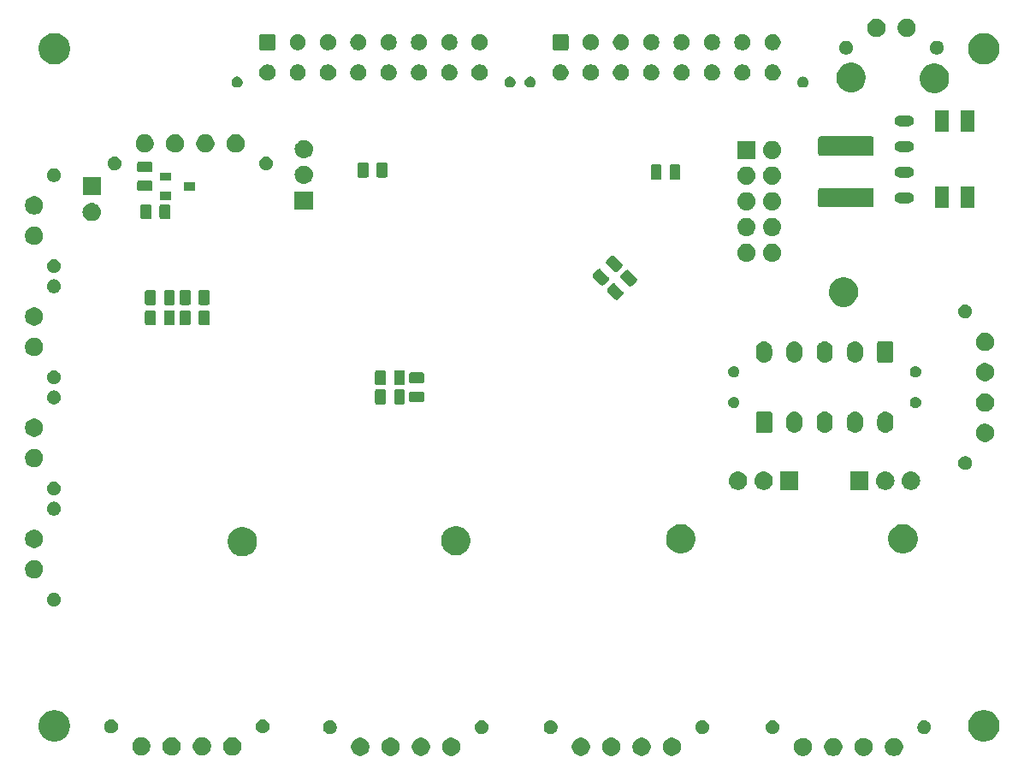
<source format=gbr>
G04 #@! TF.GenerationSoftware,KiCad,Pcbnew,(5.0.2)-1*
G04 #@! TF.CreationDate,2019-03-03T22:50:42-06:00*
G04 #@! TF.ProjectId,Dashboard,44617368-626f-4617-9264-2e6b69636164,rev?*
G04 #@! TF.SameCoordinates,Original*
G04 #@! TF.FileFunction,Soldermask,Bot*
G04 #@! TF.FilePolarity,Negative*
%FSLAX46Y46*%
G04 Gerber Fmt 4.6, Leading zero omitted, Abs format (unit mm)*
G04 Created by KiCad (PCBNEW (5.0.2)-1) date 3/3/2019 10:50:42 PM*
%MOMM*%
%LPD*%
G01*
G04 APERTURE LIST*
%ADD10C,0.100000*%
G04 APERTURE END LIST*
D10*
G36*
X201362812Y-122233624D02*
X201526784Y-122301544D01*
X201674354Y-122400147D01*
X201799853Y-122525646D01*
X201898456Y-122673216D01*
X201966376Y-122837188D01*
X202001000Y-123011259D01*
X202001000Y-123188741D01*
X201966376Y-123362812D01*
X201898456Y-123526784D01*
X201799853Y-123674354D01*
X201674354Y-123799853D01*
X201526784Y-123898456D01*
X201362812Y-123966376D01*
X201188741Y-124001000D01*
X201011259Y-124001000D01*
X200837188Y-123966376D01*
X200673216Y-123898456D01*
X200525646Y-123799853D01*
X200400147Y-123674354D01*
X200301544Y-123526784D01*
X200233624Y-123362812D01*
X200199000Y-123188741D01*
X200199000Y-123011259D01*
X200233624Y-122837188D01*
X200301544Y-122673216D01*
X200400147Y-122525646D01*
X200525646Y-122400147D01*
X200673216Y-122301544D01*
X200837188Y-122233624D01*
X201011259Y-122199000D01*
X201188741Y-122199000D01*
X201362812Y-122233624D01*
X201362812Y-122233624D01*
G37*
G36*
X204362812Y-122233624D02*
X204526784Y-122301544D01*
X204674354Y-122400147D01*
X204799853Y-122525646D01*
X204898456Y-122673216D01*
X204966376Y-122837188D01*
X205001000Y-123011259D01*
X205001000Y-123188741D01*
X204966376Y-123362812D01*
X204898456Y-123526784D01*
X204799853Y-123674354D01*
X204674354Y-123799853D01*
X204526784Y-123898456D01*
X204362812Y-123966376D01*
X204188741Y-124001000D01*
X204011259Y-124001000D01*
X203837188Y-123966376D01*
X203673216Y-123898456D01*
X203525646Y-123799853D01*
X203400147Y-123674354D01*
X203301544Y-123526784D01*
X203233624Y-123362812D01*
X203199000Y-123188741D01*
X203199000Y-123011259D01*
X203233624Y-122837188D01*
X203301544Y-122673216D01*
X203400147Y-122525646D01*
X203525646Y-122400147D01*
X203673216Y-122301544D01*
X203837188Y-122233624D01*
X204011259Y-122199000D01*
X204188741Y-122199000D01*
X204362812Y-122233624D01*
X204362812Y-122233624D01*
G37*
G36*
X207362812Y-122233624D02*
X207526784Y-122301544D01*
X207674354Y-122400147D01*
X207799853Y-122525646D01*
X207898456Y-122673216D01*
X207966376Y-122837188D01*
X208001000Y-123011259D01*
X208001000Y-123188741D01*
X207966376Y-123362812D01*
X207898456Y-123526784D01*
X207799853Y-123674354D01*
X207674354Y-123799853D01*
X207526784Y-123898456D01*
X207362812Y-123966376D01*
X207188741Y-124001000D01*
X207011259Y-124001000D01*
X206837188Y-123966376D01*
X206673216Y-123898456D01*
X206525646Y-123799853D01*
X206400147Y-123674354D01*
X206301544Y-123526784D01*
X206233624Y-123362812D01*
X206199000Y-123188741D01*
X206199000Y-123011259D01*
X206233624Y-122837188D01*
X206301544Y-122673216D01*
X206400147Y-122525646D01*
X206525646Y-122400147D01*
X206673216Y-122301544D01*
X206837188Y-122233624D01*
X207011259Y-122199000D01*
X207188741Y-122199000D01*
X207362812Y-122233624D01*
X207362812Y-122233624D01*
G37*
G36*
X198362812Y-122233624D02*
X198526784Y-122301544D01*
X198674354Y-122400147D01*
X198799853Y-122525646D01*
X198898456Y-122673216D01*
X198966376Y-122837188D01*
X199001000Y-123011259D01*
X199001000Y-123188741D01*
X198966376Y-123362812D01*
X198898456Y-123526784D01*
X198799853Y-123674354D01*
X198674354Y-123799853D01*
X198526784Y-123898456D01*
X198362812Y-123966376D01*
X198188741Y-124001000D01*
X198011259Y-124001000D01*
X197837188Y-123966376D01*
X197673216Y-123898456D01*
X197525646Y-123799853D01*
X197400147Y-123674354D01*
X197301544Y-123526784D01*
X197233624Y-123362812D01*
X197199000Y-123188741D01*
X197199000Y-123011259D01*
X197233624Y-122837188D01*
X197301544Y-122673216D01*
X197400147Y-122525646D01*
X197525646Y-122400147D01*
X197673216Y-122301544D01*
X197837188Y-122233624D01*
X198011259Y-122199000D01*
X198188741Y-122199000D01*
X198362812Y-122233624D01*
X198362812Y-122233624D01*
G37*
G36*
X154551576Y-122220246D02*
X154715548Y-122288166D01*
X154863118Y-122386769D01*
X154988617Y-122512268D01*
X155087220Y-122659838D01*
X155155140Y-122823810D01*
X155189764Y-122997881D01*
X155189764Y-123175363D01*
X155155140Y-123349434D01*
X155087220Y-123513406D01*
X154988617Y-123660976D01*
X154863118Y-123786475D01*
X154715548Y-123885078D01*
X154551576Y-123952998D01*
X154377505Y-123987622D01*
X154200023Y-123987622D01*
X154025952Y-123952998D01*
X153861980Y-123885078D01*
X153714410Y-123786475D01*
X153588911Y-123660976D01*
X153490308Y-123513406D01*
X153422388Y-123349434D01*
X153387764Y-123175363D01*
X153387764Y-122997881D01*
X153422388Y-122823810D01*
X153490308Y-122659838D01*
X153588911Y-122512268D01*
X153714410Y-122386769D01*
X153861980Y-122288166D01*
X154025952Y-122220246D01*
X154200023Y-122185622D01*
X154377505Y-122185622D01*
X154551576Y-122220246D01*
X154551576Y-122220246D01*
G37*
G36*
X160551576Y-122220246D02*
X160715548Y-122288166D01*
X160863118Y-122386769D01*
X160988617Y-122512268D01*
X161087220Y-122659838D01*
X161155140Y-122823810D01*
X161189764Y-122997881D01*
X161189764Y-123175363D01*
X161155140Y-123349434D01*
X161087220Y-123513406D01*
X160988617Y-123660976D01*
X160863118Y-123786475D01*
X160715548Y-123885078D01*
X160551576Y-123952998D01*
X160377505Y-123987622D01*
X160200023Y-123987622D01*
X160025952Y-123952998D01*
X159861980Y-123885078D01*
X159714410Y-123786475D01*
X159588911Y-123660976D01*
X159490308Y-123513406D01*
X159422388Y-123349434D01*
X159387764Y-123175363D01*
X159387764Y-122997881D01*
X159422388Y-122823810D01*
X159490308Y-122659838D01*
X159588911Y-122512268D01*
X159714410Y-122386769D01*
X159861980Y-122288166D01*
X160025952Y-122220246D01*
X160200023Y-122185622D01*
X160377505Y-122185622D01*
X160551576Y-122220246D01*
X160551576Y-122220246D01*
G37*
G36*
X157551576Y-122220246D02*
X157715548Y-122288166D01*
X157863118Y-122386769D01*
X157988617Y-122512268D01*
X158087220Y-122659838D01*
X158155140Y-122823810D01*
X158189764Y-122997881D01*
X158189764Y-123175363D01*
X158155140Y-123349434D01*
X158087220Y-123513406D01*
X157988617Y-123660976D01*
X157863118Y-123786475D01*
X157715548Y-123885078D01*
X157551576Y-123952998D01*
X157377505Y-123987622D01*
X157200023Y-123987622D01*
X157025952Y-123952998D01*
X156861980Y-123885078D01*
X156714410Y-123786475D01*
X156588911Y-123660976D01*
X156490308Y-123513406D01*
X156422388Y-123349434D01*
X156387764Y-123175363D01*
X156387764Y-122997881D01*
X156422388Y-122823810D01*
X156490308Y-122659838D01*
X156588911Y-122512268D01*
X156714410Y-122386769D01*
X156861980Y-122288166D01*
X157025952Y-122220246D01*
X157200023Y-122185622D01*
X157377505Y-122185622D01*
X157551576Y-122220246D01*
X157551576Y-122220246D01*
G37*
G36*
X163551576Y-122220246D02*
X163715548Y-122288166D01*
X163863118Y-122386769D01*
X163988617Y-122512268D01*
X164087220Y-122659838D01*
X164155140Y-122823810D01*
X164189764Y-122997881D01*
X164189764Y-123175363D01*
X164155140Y-123349434D01*
X164087220Y-123513406D01*
X163988617Y-123660976D01*
X163863118Y-123786475D01*
X163715548Y-123885078D01*
X163551576Y-123952998D01*
X163377505Y-123987622D01*
X163200023Y-123987622D01*
X163025952Y-123952998D01*
X162861980Y-123885078D01*
X162714410Y-123786475D01*
X162588911Y-123660976D01*
X162490308Y-123513406D01*
X162422388Y-123349434D01*
X162387764Y-123175363D01*
X162387764Y-122997881D01*
X162422388Y-122823810D01*
X162490308Y-122659838D01*
X162588911Y-122512268D01*
X162714410Y-122386769D01*
X162861980Y-122288166D01*
X163025952Y-122220246D01*
X163200023Y-122185622D01*
X163377505Y-122185622D01*
X163551576Y-122220246D01*
X163551576Y-122220246D01*
G37*
G36*
X176390812Y-122213624D02*
X176554784Y-122281544D01*
X176702354Y-122380147D01*
X176827853Y-122505646D01*
X176926456Y-122653216D01*
X176994376Y-122817188D01*
X177029000Y-122991259D01*
X177029000Y-123168741D01*
X176994376Y-123342812D01*
X176926456Y-123506784D01*
X176827853Y-123654354D01*
X176702354Y-123779853D01*
X176554784Y-123878456D01*
X176390812Y-123946376D01*
X176216741Y-123981000D01*
X176039259Y-123981000D01*
X175865188Y-123946376D01*
X175701216Y-123878456D01*
X175553646Y-123779853D01*
X175428147Y-123654354D01*
X175329544Y-123506784D01*
X175261624Y-123342812D01*
X175227000Y-123168741D01*
X175227000Y-122991259D01*
X175261624Y-122817188D01*
X175329544Y-122653216D01*
X175428147Y-122505646D01*
X175553646Y-122380147D01*
X175701216Y-122281544D01*
X175865188Y-122213624D01*
X176039259Y-122179000D01*
X176216741Y-122179000D01*
X176390812Y-122213624D01*
X176390812Y-122213624D01*
G37*
G36*
X179390812Y-122213624D02*
X179554784Y-122281544D01*
X179702354Y-122380147D01*
X179827853Y-122505646D01*
X179926456Y-122653216D01*
X179994376Y-122817188D01*
X180029000Y-122991259D01*
X180029000Y-123168741D01*
X179994376Y-123342812D01*
X179926456Y-123506784D01*
X179827853Y-123654354D01*
X179702354Y-123779853D01*
X179554784Y-123878456D01*
X179390812Y-123946376D01*
X179216741Y-123981000D01*
X179039259Y-123981000D01*
X178865188Y-123946376D01*
X178701216Y-123878456D01*
X178553646Y-123779853D01*
X178428147Y-123654354D01*
X178329544Y-123506784D01*
X178261624Y-123342812D01*
X178227000Y-123168741D01*
X178227000Y-122991259D01*
X178261624Y-122817188D01*
X178329544Y-122653216D01*
X178428147Y-122505646D01*
X178553646Y-122380147D01*
X178701216Y-122281544D01*
X178865188Y-122213624D01*
X179039259Y-122179000D01*
X179216741Y-122179000D01*
X179390812Y-122213624D01*
X179390812Y-122213624D01*
G37*
G36*
X182390812Y-122213624D02*
X182554784Y-122281544D01*
X182702354Y-122380147D01*
X182827853Y-122505646D01*
X182926456Y-122653216D01*
X182994376Y-122817188D01*
X183029000Y-122991259D01*
X183029000Y-123168741D01*
X182994376Y-123342812D01*
X182926456Y-123506784D01*
X182827853Y-123654354D01*
X182702354Y-123779853D01*
X182554784Y-123878456D01*
X182390812Y-123946376D01*
X182216741Y-123981000D01*
X182039259Y-123981000D01*
X181865188Y-123946376D01*
X181701216Y-123878456D01*
X181553646Y-123779853D01*
X181428147Y-123654354D01*
X181329544Y-123506784D01*
X181261624Y-123342812D01*
X181227000Y-123168741D01*
X181227000Y-122991259D01*
X181261624Y-122817188D01*
X181329544Y-122653216D01*
X181428147Y-122505646D01*
X181553646Y-122380147D01*
X181701216Y-122281544D01*
X181865188Y-122213624D01*
X182039259Y-122179000D01*
X182216741Y-122179000D01*
X182390812Y-122213624D01*
X182390812Y-122213624D01*
G37*
G36*
X185390812Y-122213624D02*
X185554784Y-122281544D01*
X185702354Y-122380147D01*
X185827853Y-122505646D01*
X185926456Y-122653216D01*
X185994376Y-122817188D01*
X186029000Y-122991259D01*
X186029000Y-123168741D01*
X185994376Y-123342812D01*
X185926456Y-123506784D01*
X185827853Y-123654354D01*
X185702354Y-123779853D01*
X185554784Y-123878456D01*
X185390812Y-123946376D01*
X185216741Y-123981000D01*
X185039259Y-123981000D01*
X184865188Y-123946376D01*
X184701216Y-123878456D01*
X184553646Y-123779853D01*
X184428147Y-123654354D01*
X184329544Y-123506784D01*
X184261624Y-123342812D01*
X184227000Y-123168741D01*
X184227000Y-122991259D01*
X184261624Y-122817188D01*
X184329544Y-122653216D01*
X184428147Y-122505646D01*
X184553646Y-122380147D01*
X184701216Y-122281544D01*
X184865188Y-122213624D01*
X185039259Y-122179000D01*
X185216741Y-122179000D01*
X185390812Y-122213624D01*
X185390812Y-122213624D01*
G37*
G36*
X135884904Y-122169743D02*
X136048876Y-122237663D01*
X136196446Y-122336266D01*
X136321945Y-122461765D01*
X136420548Y-122609335D01*
X136488468Y-122773307D01*
X136523092Y-122947378D01*
X136523092Y-123124860D01*
X136488468Y-123298931D01*
X136420548Y-123462903D01*
X136321945Y-123610473D01*
X136196446Y-123735972D01*
X136048876Y-123834575D01*
X135884904Y-123902495D01*
X135710833Y-123937119D01*
X135533351Y-123937119D01*
X135359280Y-123902495D01*
X135195308Y-123834575D01*
X135047738Y-123735972D01*
X134922239Y-123610473D01*
X134823636Y-123462903D01*
X134755716Y-123298931D01*
X134721092Y-123124860D01*
X134721092Y-122947378D01*
X134755716Y-122773307D01*
X134823636Y-122609335D01*
X134922239Y-122461765D01*
X135047738Y-122336266D01*
X135195308Y-122237663D01*
X135359280Y-122169743D01*
X135533351Y-122135119D01*
X135710833Y-122135119D01*
X135884904Y-122169743D01*
X135884904Y-122169743D01*
G37*
G36*
X132884904Y-122169743D02*
X133048876Y-122237663D01*
X133196446Y-122336266D01*
X133321945Y-122461765D01*
X133420548Y-122609335D01*
X133488468Y-122773307D01*
X133523092Y-122947378D01*
X133523092Y-123124860D01*
X133488468Y-123298931D01*
X133420548Y-123462903D01*
X133321945Y-123610473D01*
X133196446Y-123735972D01*
X133048876Y-123834575D01*
X132884904Y-123902495D01*
X132710833Y-123937119D01*
X132533351Y-123937119D01*
X132359280Y-123902495D01*
X132195308Y-123834575D01*
X132047738Y-123735972D01*
X131922239Y-123610473D01*
X131823636Y-123462903D01*
X131755716Y-123298931D01*
X131721092Y-123124860D01*
X131721092Y-122947378D01*
X131755716Y-122773307D01*
X131823636Y-122609335D01*
X131922239Y-122461765D01*
X132047738Y-122336266D01*
X132195308Y-122237663D01*
X132359280Y-122169743D01*
X132533351Y-122135119D01*
X132710833Y-122135119D01*
X132884904Y-122169743D01*
X132884904Y-122169743D01*
G37*
G36*
X141884904Y-122169743D02*
X142048876Y-122237663D01*
X142196446Y-122336266D01*
X142321945Y-122461765D01*
X142420548Y-122609335D01*
X142488468Y-122773307D01*
X142523092Y-122947378D01*
X142523092Y-123124860D01*
X142488468Y-123298931D01*
X142420548Y-123462903D01*
X142321945Y-123610473D01*
X142196446Y-123735972D01*
X142048876Y-123834575D01*
X141884904Y-123902495D01*
X141710833Y-123937119D01*
X141533351Y-123937119D01*
X141359280Y-123902495D01*
X141195308Y-123834575D01*
X141047738Y-123735972D01*
X140922239Y-123610473D01*
X140823636Y-123462903D01*
X140755716Y-123298931D01*
X140721092Y-123124860D01*
X140721092Y-122947378D01*
X140755716Y-122773307D01*
X140823636Y-122609335D01*
X140922239Y-122461765D01*
X141047738Y-122336266D01*
X141195308Y-122237663D01*
X141359280Y-122169743D01*
X141533351Y-122135119D01*
X141710833Y-122135119D01*
X141884904Y-122169743D01*
X141884904Y-122169743D01*
G37*
G36*
X138884904Y-122169743D02*
X139048876Y-122237663D01*
X139196446Y-122336266D01*
X139321945Y-122461765D01*
X139420548Y-122609335D01*
X139488468Y-122773307D01*
X139523092Y-122947378D01*
X139523092Y-123124860D01*
X139488468Y-123298931D01*
X139420548Y-123462903D01*
X139321945Y-123610473D01*
X139196446Y-123735972D01*
X139048876Y-123834575D01*
X138884904Y-123902495D01*
X138710833Y-123937119D01*
X138533351Y-123937119D01*
X138359280Y-123902495D01*
X138195308Y-123834575D01*
X138047738Y-123735972D01*
X137922239Y-123610473D01*
X137823636Y-123462903D01*
X137755716Y-123298931D01*
X137721092Y-123124860D01*
X137721092Y-122947378D01*
X137755716Y-122773307D01*
X137823636Y-122609335D01*
X137922239Y-122461765D01*
X138047738Y-122336266D01*
X138195308Y-122237663D01*
X138359280Y-122169743D01*
X138533351Y-122135119D01*
X138710833Y-122135119D01*
X138884904Y-122169743D01*
X138884904Y-122169743D01*
G37*
G36*
X124352527Y-119488736D02*
X124452410Y-119508604D01*
X124734674Y-119625521D01*
X124988705Y-119795259D01*
X125204741Y-120011295D01*
X125374479Y-120265326D01*
X125491396Y-120547590D01*
X125503243Y-120607149D01*
X125551000Y-120847238D01*
X125551000Y-121152762D01*
X125517714Y-121320099D01*
X125491396Y-121452410D01*
X125374479Y-121734674D01*
X125204741Y-121988705D01*
X124988705Y-122204741D01*
X124734674Y-122374479D01*
X124452410Y-122491396D01*
X124380785Y-122505643D01*
X124152762Y-122551000D01*
X123847238Y-122551000D01*
X123619215Y-122505643D01*
X123547590Y-122491396D01*
X123265326Y-122374479D01*
X123011295Y-122204741D01*
X122795259Y-121988705D01*
X122625521Y-121734674D01*
X122508604Y-121452410D01*
X122482286Y-121320099D01*
X122449000Y-121152762D01*
X122449000Y-120847238D01*
X122496757Y-120607149D01*
X122508604Y-120547590D01*
X122625521Y-120265326D01*
X122795259Y-120011295D01*
X123011295Y-119795259D01*
X123265326Y-119625521D01*
X123547590Y-119508604D01*
X123647473Y-119488736D01*
X123847238Y-119449000D01*
X124152762Y-119449000D01*
X124352527Y-119488736D01*
X124352527Y-119488736D01*
G37*
G36*
X216352527Y-119488736D02*
X216452410Y-119508604D01*
X216734674Y-119625521D01*
X216988705Y-119795259D01*
X217204741Y-120011295D01*
X217374479Y-120265326D01*
X217491396Y-120547590D01*
X217503243Y-120607149D01*
X217551000Y-120847238D01*
X217551000Y-121152762D01*
X217517714Y-121320099D01*
X217491396Y-121452410D01*
X217374479Y-121734674D01*
X217204741Y-121988705D01*
X216988705Y-122204741D01*
X216734674Y-122374479D01*
X216452410Y-122491396D01*
X216380785Y-122505643D01*
X216152762Y-122551000D01*
X215847238Y-122551000D01*
X215619215Y-122505643D01*
X215547590Y-122491396D01*
X215265326Y-122374479D01*
X215011295Y-122204741D01*
X214795259Y-121988705D01*
X214625521Y-121734674D01*
X214508604Y-121452410D01*
X214482286Y-121320099D01*
X214449000Y-121152762D01*
X214449000Y-120847238D01*
X214496757Y-120607149D01*
X214508604Y-120547590D01*
X214625521Y-120265326D01*
X214795259Y-120011295D01*
X215011295Y-119795259D01*
X215265326Y-119625521D01*
X215547590Y-119508604D01*
X215647473Y-119488736D01*
X215847238Y-119449000D01*
X216152762Y-119449000D01*
X216352527Y-119488736D01*
X216352527Y-119488736D01*
G37*
G36*
X210300098Y-120480362D02*
X210424940Y-120532073D01*
X210537303Y-120607152D01*
X210632848Y-120702697D01*
X210707927Y-120815060D01*
X210759638Y-120939902D01*
X210786000Y-121072433D01*
X210786000Y-121207567D01*
X210759638Y-121340098D01*
X210707927Y-121464940D01*
X210707925Y-121464943D01*
X210646215Y-121557299D01*
X210632848Y-121577303D01*
X210537303Y-121672848D01*
X210537300Y-121672850D01*
X210537299Y-121672851D01*
X210444777Y-121734672D01*
X210424940Y-121747927D01*
X210300098Y-121799638D01*
X210167567Y-121826000D01*
X210032433Y-121826000D01*
X209899902Y-121799638D01*
X209775060Y-121747927D01*
X209755223Y-121734672D01*
X209662701Y-121672851D01*
X209662700Y-121672850D01*
X209662697Y-121672848D01*
X209567152Y-121577303D01*
X209553786Y-121557299D01*
X209492075Y-121464943D01*
X209492073Y-121464940D01*
X209440362Y-121340098D01*
X209414000Y-121207567D01*
X209414000Y-121072433D01*
X209440362Y-120939902D01*
X209492073Y-120815060D01*
X209567152Y-120702697D01*
X209662697Y-120607152D01*
X209775060Y-120532073D01*
X209899902Y-120480362D01*
X210032433Y-120454000D01*
X210167567Y-120454000D01*
X210300098Y-120480362D01*
X210300098Y-120480362D01*
G37*
G36*
X195300098Y-120480362D02*
X195424940Y-120532073D01*
X195537303Y-120607152D01*
X195632848Y-120702697D01*
X195707927Y-120815060D01*
X195759638Y-120939902D01*
X195786000Y-121072433D01*
X195786000Y-121207567D01*
X195759638Y-121340098D01*
X195707927Y-121464940D01*
X195707925Y-121464943D01*
X195646215Y-121557299D01*
X195632848Y-121577303D01*
X195537303Y-121672848D01*
X195537300Y-121672850D01*
X195537299Y-121672851D01*
X195444777Y-121734672D01*
X195424940Y-121747927D01*
X195300098Y-121799638D01*
X195167567Y-121826000D01*
X195032433Y-121826000D01*
X194899902Y-121799638D01*
X194775060Y-121747927D01*
X194755223Y-121734672D01*
X194662701Y-121672851D01*
X194662700Y-121672850D01*
X194662697Y-121672848D01*
X194567152Y-121577303D01*
X194553786Y-121557299D01*
X194492075Y-121464943D01*
X194492073Y-121464940D01*
X194440362Y-121340098D01*
X194414000Y-121207567D01*
X194414000Y-121072433D01*
X194440362Y-120939902D01*
X194492073Y-120815060D01*
X194567152Y-120702697D01*
X194662697Y-120607152D01*
X194775060Y-120532073D01*
X194899902Y-120480362D01*
X195032433Y-120454000D01*
X195167567Y-120454000D01*
X195300098Y-120480362D01*
X195300098Y-120480362D01*
G37*
G36*
X151488862Y-120466984D02*
X151613704Y-120518695D01*
X151613707Y-120518697D01*
X151650485Y-120543271D01*
X151726067Y-120593774D01*
X151821612Y-120689319D01*
X151896691Y-120801682D01*
X151948402Y-120926524D01*
X151974764Y-121059055D01*
X151974764Y-121194189D01*
X151948402Y-121326720D01*
X151896691Y-121451562D01*
X151896689Y-121451565D01*
X151826040Y-121557299D01*
X151821612Y-121563925D01*
X151726067Y-121659470D01*
X151726064Y-121659472D01*
X151726063Y-121659473D01*
X151613707Y-121734547D01*
X151613704Y-121734549D01*
X151488862Y-121786260D01*
X151356331Y-121812622D01*
X151221197Y-121812622D01*
X151088666Y-121786260D01*
X150963824Y-121734549D01*
X150963821Y-121734547D01*
X150851465Y-121659473D01*
X150851464Y-121659472D01*
X150851461Y-121659470D01*
X150755916Y-121563925D01*
X150751489Y-121557299D01*
X150680839Y-121451565D01*
X150680837Y-121451562D01*
X150629126Y-121326720D01*
X150602764Y-121194189D01*
X150602764Y-121059055D01*
X150629126Y-120926524D01*
X150680837Y-120801682D01*
X150755916Y-120689319D01*
X150851461Y-120593774D01*
X150927044Y-120543271D01*
X150963821Y-120518697D01*
X150963824Y-120518695D01*
X151088666Y-120466984D01*
X151221197Y-120440622D01*
X151356331Y-120440622D01*
X151488862Y-120466984D01*
X151488862Y-120466984D01*
G37*
G36*
X166488862Y-120466984D02*
X166613704Y-120518695D01*
X166613707Y-120518697D01*
X166650485Y-120543271D01*
X166726067Y-120593774D01*
X166821612Y-120689319D01*
X166896691Y-120801682D01*
X166948402Y-120926524D01*
X166974764Y-121059055D01*
X166974764Y-121194189D01*
X166948402Y-121326720D01*
X166896691Y-121451562D01*
X166896689Y-121451565D01*
X166826040Y-121557299D01*
X166821612Y-121563925D01*
X166726067Y-121659470D01*
X166726064Y-121659472D01*
X166726063Y-121659473D01*
X166613707Y-121734547D01*
X166613704Y-121734549D01*
X166488862Y-121786260D01*
X166356331Y-121812622D01*
X166221197Y-121812622D01*
X166088666Y-121786260D01*
X165963824Y-121734549D01*
X165963821Y-121734547D01*
X165851465Y-121659473D01*
X165851464Y-121659472D01*
X165851461Y-121659470D01*
X165755916Y-121563925D01*
X165751489Y-121557299D01*
X165680839Y-121451565D01*
X165680837Y-121451562D01*
X165629126Y-121326720D01*
X165602764Y-121194189D01*
X165602764Y-121059055D01*
X165629126Y-120926524D01*
X165680837Y-120801682D01*
X165755916Y-120689319D01*
X165851461Y-120593774D01*
X165927044Y-120543271D01*
X165963821Y-120518697D01*
X165963824Y-120518695D01*
X166088666Y-120466984D01*
X166221197Y-120440622D01*
X166356331Y-120440622D01*
X166488862Y-120466984D01*
X166488862Y-120466984D01*
G37*
G36*
X173328098Y-120460362D02*
X173452940Y-120512073D01*
X173452943Y-120512075D01*
X173499627Y-120543268D01*
X173565303Y-120587152D01*
X173660848Y-120682697D01*
X173660850Y-120682700D01*
X173660851Y-120682701D01*
X173735925Y-120795057D01*
X173735927Y-120795060D01*
X173787638Y-120919902D01*
X173814000Y-121052433D01*
X173814000Y-121187567D01*
X173787638Y-121320098D01*
X173735927Y-121444940D01*
X173660848Y-121557303D01*
X173565303Y-121652848D01*
X173452940Y-121727927D01*
X173328098Y-121779638D01*
X173195567Y-121806000D01*
X173060433Y-121806000D01*
X172927902Y-121779638D01*
X172803060Y-121727927D01*
X172690697Y-121652848D01*
X172595152Y-121557303D01*
X172520073Y-121444940D01*
X172468362Y-121320098D01*
X172442000Y-121187567D01*
X172442000Y-121052433D01*
X172468362Y-120919902D01*
X172520073Y-120795060D01*
X172520075Y-120795057D01*
X172595149Y-120682701D01*
X172595150Y-120682700D01*
X172595152Y-120682697D01*
X172690697Y-120587152D01*
X172756374Y-120543268D01*
X172803057Y-120512075D01*
X172803060Y-120512073D01*
X172927902Y-120460362D01*
X173060433Y-120434000D01*
X173195567Y-120434000D01*
X173328098Y-120460362D01*
X173328098Y-120460362D01*
G37*
G36*
X188328098Y-120460362D02*
X188452940Y-120512073D01*
X188452943Y-120512075D01*
X188499627Y-120543268D01*
X188565303Y-120587152D01*
X188660848Y-120682697D01*
X188660850Y-120682700D01*
X188660851Y-120682701D01*
X188735925Y-120795057D01*
X188735927Y-120795060D01*
X188787638Y-120919902D01*
X188814000Y-121052433D01*
X188814000Y-121187567D01*
X188787638Y-121320098D01*
X188735927Y-121444940D01*
X188660848Y-121557303D01*
X188565303Y-121652848D01*
X188452940Y-121727927D01*
X188328098Y-121779638D01*
X188195567Y-121806000D01*
X188060433Y-121806000D01*
X187927902Y-121779638D01*
X187803060Y-121727927D01*
X187690697Y-121652848D01*
X187595152Y-121557303D01*
X187520073Y-121444940D01*
X187468362Y-121320098D01*
X187442000Y-121187567D01*
X187442000Y-121052433D01*
X187468362Y-120919902D01*
X187520073Y-120795060D01*
X187520075Y-120795057D01*
X187595149Y-120682701D01*
X187595150Y-120682700D01*
X187595152Y-120682697D01*
X187690697Y-120587152D01*
X187756374Y-120543268D01*
X187803057Y-120512075D01*
X187803060Y-120512073D01*
X187927902Y-120460362D01*
X188060433Y-120434000D01*
X188195567Y-120434000D01*
X188328098Y-120460362D01*
X188328098Y-120460362D01*
G37*
G36*
X144822190Y-120416481D02*
X144947032Y-120468192D01*
X144947035Y-120468194D01*
X145042640Y-120532075D01*
X145059395Y-120543271D01*
X145154940Y-120638816D01*
X145230019Y-120751179D01*
X145281730Y-120876021D01*
X145308092Y-121008552D01*
X145308092Y-121143686D01*
X145281730Y-121276217D01*
X145230019Y-121401059D01*
X145230017Y-121401062D01*
X145200697Y-121444943D01*
X145154940Y-121513422D01*
X145059395Y-121608967D01*
X145059392Y-121608969D01*
X145059391Y-121608970D01*
X144983808Y-121659473D01*
X144947032Y-121684046D01*
X144822190Y-121735757D01*
X144689659Y-121762119D01*
X144554525Y-121762119D01*
X144421994Y-121735757D01*
X144297152Y-121684046D01*
X144260376Y-121659473D01*
X144184793Y-121608970D01*
X144184792Y-121608969D01*
X144184789Y-121608967D01*
X144089244Y-121513422D01*
X144043488Y-121444943D01*
X144014167Y-121401062D01*
X144014165Y-121401059D01*
X143962454Y-121276217D01*
X143936092Y-121143686D01*
X143936092Y-121008552D01*
X143962454Y-120876021D01*
X144014165Y-120751179D01*
X144089244Y-120638816D01*
X144184789Y-120543271D01*
X144201545Y-120532075D01*
X144297149Y-120468194D01*
X144297152Y-120468192D01*
X144421994Y-120416481D01*
X144554525Y-120390119D01*
X144689659Y-120390119D01*
X144822190Y-120416481D01*
X144822190Y-120416481D01*
G37*
G36*
X129822190Y-120416481D02*
X129947032Y-120468192D01*
X129947035Y-120468194D01*
X130042640Y-120532075D01*
X130059395Y-120543271D01*
X130154940Y-120638816D01*
X130230019Y-120751179D01*
X130281730Y-120876021D01*
X130308092Y-121008552D01*
X130308092Y-121143686D01*
X130281730Y-121276217D01*
X130230019Y-121401059D01*
X130230017Y-121401062D01*
X130200697Y-121444943D01*
X130154940Y-121513422D01*
X130059395Y-121608967D01*
X130059392Y-121608969D01*
X130059391Y-121608970D01*
X129983808Y-121659473D01*
X129947032Y-121684046D01*
X129822190Y-121735757D01*
X129689659Y-121762119D01*
X129554525Y-121762119D01*
X129421994Y-121735757D01*
X129297152Y-121684046D01*
X129260376Y-121659473D01*
X129184793Y-121608970D01*
X129184792Y-121608969D01*
X129184789Y-121608967D01*
X129089244Y-121513422D01*
X129043488Y-121444943D01*
X129014167Y-121401062D01*
X129014165Y-121401059D01*
X128962454Y-121276217D01*
X128936092Y-121143686D01*
X128936092Y-121008552D01*
X128962454Y-120876021D01*
X129014165Y-120751179D01*
X129089244Y-120638816D01*
X129184789Y-120543271D01*
X129201545Y-120532075D01*
X129297149Y-120468194D01*
X129297152Y-120468192D01*
X129421994Y-120416481D01*
X129554525Y-120390119D01*
X129689659Y-120390119D01*
X129822190Y-120416481D01*
X129822190Y-120416481D01*
G37*
G36*
X124160098Y-107840362D02*
X124284940Y-107892073D01*
X124397303Y-107967152D01*
X124492848Y-108062697D01*
X124567927Y-108175060D01*
X124619638Y-108299902D01*
X124646000Y-108432433D01*
X124646000Y-108567567D01*
X124619638Y-108700098D01*
X124567927Y-108824940D01*
X124492848Y-108937303D01*
X124397303Y-109032848D01*
X124284940Y-109107927D01*
X124160098Y-109159638D01*
X124027567Y-109186000D01*
X123892433Y-109186000D01*
X123759902Y-109159638D01*
X123635060Y-109107927D01*
X123522697Y-109032848D01*
X123427152Y-108937303D01*
X123352073Y-108824940D01*
X123300362Y-108700098D01*
X123274000Y-108567567D01*
X123274000Y-108432433D01*
X123300362Y-108299902D01*
X123352073Y-108175060D01*
X123427152Y-108062697D01*
X123522697Y-107967152D01*
X123635060Y-107892073D01*
X123759902Y-107840362D01*
X123892433Y-107814000D01*
X124027567Y-107814000D01*
X124160098Y-107840362D01*
X124160098Y-107840362D01*
G37*
G36*
X122262812Y-104633624D02*
X122426784Y-104701544D01*
X122574354Y-104800147D01*
X122699853Y-104925646D01*
X122798456Y-105073216D01*
X122866376Y-105237188D01*
X122901000Y-105411259D01*
X122901000Y-105588741D01*
X122866376Y-105762812D01*
X122798456Y-105926784D01*
X122699853Y-106074354D01*
X122574354Y-106199853D01*
X122426784Y-106298456D01*
X122262812Y-106366376D01*
X122088741Y-106401000D01*
X121911259Y-106401000D01*
X121737188Y-106366376D01*
X121573216Y-106298456D01*
X121425646Y-106199853D01*
X121300147Y-106074354D01*
X121201544Y-105926784D01*
X121133624Y-105762812D01*
X121099000Y-105588741D01*
X121099000Y-105411259D01*
X121133624Y-105237188D01*
X121201544Y-105073216D01*
X121300147Y-104925646D01*
X121425646Y-104800147D01*
X121573216Y-104701544D01*
X121737188Y-104633624D01*
X121911259Y-104599000D01*
X122088741Y-104599000D01*
X122262812Y-104633624D01*
X122262812Y-104633624D01*
G37*
G36*
X143045330Y-101390879D02*
X143045332Y-101390880D01*
X143045333Y-101390880D01*
X143309398Y-101500259D01*
X143421312Y-101575038D01*
X143547054Y-101659056D01*
X143749155Y-101861157D01*
X143749157Y-101861160D01*
X143907952Y-102098813D01*
X144014933Y-102357089D01*
X144017332Y-102362881D01*
X144073092Y-102643207D01*
X144073092Y-102929031D01*
X144044186Y-103074354D01*
X144017331Y-103209360D01*
X143907952Y-103473425D01*
X143907951Y-103473426D01*
X143749155Y-103711081D01*
X143547054Y-103913182D01*
X143547051Y-103913184D01*
X143309398Y-104071979D01*
X143045333Y-104181358D01*
X143045332Y-104181358D01*
X143045330Y-104181359D01*
X142765004Y-104237119D01*
X142479180Y-104237119D01*
X142198854Y-104181359D01*
X142198852Y-104181358D01*
X142198851Y-104181358D01*
X141934786Y-104071979D01*
X141697133Y-103913184D01*
X141697130Y-103913182D01*
X141495029Y-103711081D01*
X141336233Y-103473426D01*
X141336232Y-103473425D01*
X141226853Y-103209360D01*
X141199999Y-103074354D01*
X141171092Y-102929031D01*
X141171092Y-102643207D01*
X141226852Y-102362881D01*
X141229251Y-102357089D01*
X141336232Y-102098813D01*
X141495027Y-101861160D01*
X141495029Y-101861157D01*
X141697130Y-101659056D01*
X141822872Y-101575038D01*
X141934786Y-101500259D01*
X142198851Y-101390880D01*
X142198852Y-101390880D01*
X142198854Y-101390879D01*
X142479180Y-101335119D01*
X142765004Y-101335119D01*
X143045330Y-101390879D01*
X143045330Y-101390879D01*
G37*
G36*
X164162002Y-101291382D02*
X164162004Y-101291383D01*
X164162005Y-101291383D01*
X164426070Y-101400762D01*
X164426071Y-101400763D01*
X164663726Y-101559559D01*
X164865827Y-101761660D01*
X164865829Y-101761663D01*
X165024624Y-101999316D01*
X165134003Y-102263381D01*
X165134004Y-102263384D01*
X165189764Y-102543710D01*
X165189764Y-102829534D01*
X165141067Y-103074354D01*
X165134003Y-103109863D01*
X165024624Y-103373928D01*
X165024623Y-103373929D01*
X164865827Y-103611584D01*
X164663726Y-103813685D01*
X164663723Y-103813687D01*
X164426070Y-103972482D01*
X164162005Y-104081861D01*
X164162004Y-104081861D01*
X164162002Y-104081862D01*
X163881676Y-104137622D01*
X163595852Y-104137622D01*
X163315526Y-104081862D01*
X163315524Y-104081861D01*
X163315523Y-104081861D01*
X163051458Y-103972482D01*
X162813805Y-103813687D01*
X162813802Y-103813685D01*
X162611701Y-103611584D01*
X162452905Y-103373929D01*
X162452904Y-103373928D01*
X162343525Y-103109863D01*
X162336462Y-103074354D01*
X162287764Y-102829534D01*
X162287764Y-102543710D01*
X162343524Y-102263384D01*
X162343525Y-102263381D01*
X162452904Y-101999316D01*
X162611699Y-101761663D01*
X162611701Y-101761660D01*
X162813802Y-101559559D01*
X163051457Y-101400763D01*
X163051458Y-101400762D01*
X163315523Y-101291383D01*
X163315524Y-101291383D01*
X163315526Y-101291382D01*
X163595852Y-101235622D01*
X163881676Y-101235622D01*
X164162002Y-101291382D01*
X164162002Y-101291382D01*
G37*
G36*
X186423238Y-101104760D02*
X186423240Y-101104761D01*
X186423241Y-101104761D01*
X186687306Y-101214140D01*
X186802908Y-101291383D01*
X186924962Y-101372937D01*
X187127063Y-101575038D01*
X187127065Y-101575041D01*
X187285860Y-101812694D01*
X187363161Y-101999316D01*
X187395240Y-102076762D01*
X187451000Y-102357088D01*
X187451000Y-102642912D01*
X187413879Y-102829534D01*
X187395239Y-102923241D01*
X187285860Y-103187306D01*
X187285859Y-103187307D01*
X187127063Y-103424962D01*
X186924962Y-103627063D01*
X186924959Y-103627065D01*
X186687306Y-103785860D01*
X186423241Y-103895239D01*
X186423240Y-103895239D01*
X186423238Y-103895240D01*
X186142912Y-103951000D01*
X185857088Y-103951000D01*
X185576762Y-103895240D01*
X185576760Y-103895239D01*
X185576759Y-103895239D01*
X185312694Y-103785860D01*
X185075041Y-103627065D01*
X185075038Y-103627063D01*
X184872937Y-103424962D01*
X184714141Y-103187307D01*
X184714140Y-103187306D01*
X184604761Y-102923241D01*
X184586122Y-102829534D01*
X184549000Y-102642912D01*
X184549000Y-102357088D01*
X184604760Y-102076762D01*
X184636839Y-101999316D01*
X184714140Y-101812694D01*
X184872935Y-101575041D01*
X184872937Y-101575038D01*
X185075038Y-101372937D01*
X185197092Y-101291383D01*
X185312694Y-101214140D01*
X185576759Y-101104761D01*
X185576760Y-101104761D01*
X185576762Y-101104760D01*
X185857088Y-101049000D01*
X186142912Y-101049000D01*
X186423238Y-101104760D01*
X186423238Y-101104760D01*
G37*
G36*
X208423238Y-101104760D02*
X208423240Y-101104761D01*
X208423241Y-101104761D01*
X208687306Y-101214140D01*
X208802908Y-101291383D01*
X208924962Y-101372937D01*
X209127063Y-101575038D01*
X209127065Y-101575041D01*
X209285860Y-101812694D01*
X209363161Y-101999316D01*
X209395240Y-102076762D01*
X209451000Y-102357088D01*
X209451000Y-102642912D01*
X209413879Y-102829534D01*
X209395239Y-102923241D01*
X209285860Y-103187306D01*
X209285859Y-103187307D01*
X209127063Y-103424962D01*
X208924962Y-103627063D01*
X208924959Y-103627065D01*
X208687306Y-103785860D01*
X208423241Y-103895239D01*
X208423240Y-103895239D01*
X208423238Y-103895240D01*
X208142912Y-103951000D01*
X207857088Y-103951000D01*
X207576762Y-103895240D01*
X207576760Y-103895239D01*
X207576759Y-103895239D01*
X207312694Y-103785860D01*
X207075041Y-103627065D01*
X207075038Y-103627063D01*
X206872937Y-103424962D01*
X206714141Y-103187307D01*
X206714140Y-103187306D01*
X206604761Y-102923241D01*
X206586122Y-102829534D01*
X206549000Y-102642912D01*
X206549000Y-102357088D01*
X206604760Y-102076762D01*
X206636839Y-101999316D01*
X206714140Y-101812694D01*
X206872935Y-101575041D01*
X206872937Y-101575038D01*
X207075038Y-101372937D01*
X207197092Y-101291383D01*
X207312694Y-101214140D01*
X207576759Y-101104761D01*
X207576760Y-101104761D01*
X207576762Y-101104760D01*
X207857088Y-101049000D01*
X208142912Y-101049000D01*
X208423238Y-101104760D01*
X208423238Y-101104760D01*
G37*
G36*
X122262812Y-101633624D02*
X122426784Y-101701544D01*
X122574354Y-101800147D01*
X122699853Y-101925646D01*
X122798456Y-102073216D01*
X122866376Y-102237188D01*
X122901000Y-102411259D01*
X122901000Y-102588741D01*
X122866376Y-102762812D01*
X122798456Y-102926784D01*
X122699853Y-103074354D01*
X122574354Y-103199853D01*
X122426784Y-103298456D01*
X122262812Y-103366376D01*
X122088741Y-103401000D01*
X121911259Y-103401000D01*
X121737188Y-103366376D01*
X121573216Y-103298456D01*
X121425646Y-103199853D01*
X121300147Y-103074354D01*
X121201544Y-102926784D01*
X121133624Y-102762812D01*
X121099000Y-102588741D01*
X121099000Y-102411259D01*
X121133624Y-102237188D01*
X121201544Y-102073216D01*
X121300147Y-101925646D01*
X121425646Y-101800147D01*
X121573216Y-101701544D01*
X121737188Y-101633624D01*
X121911259Y-101599000D01*
X122088741Y-101599000D01*
X122262812Y-101633624D01*
X122262812Y-101633624D01*
G37*
G36*
X124160098Y-98840362D02*
X124284940Y-98892073D01*
X124397303Y-98967152D01*
X124492848Y-99062697D01*
X124567927Y-99175060D01*
X124619638Y-99299902D01*
X124646000Y-99432433D01*
X124646000Y-99567567D01*
X124619638Y-99700098D01*
X124567927Y-99824940D01*
X124492848Y-99937303D01*
X124397303Y-100032848D01*
X124284940Y-100107927D01*
X124160098Y-100159638D01*
X124027567Y-100186000D01*
X123892433Y-100186000D01*
X123759902Y-100159638D01*
X123635060Y-100107927D01*
X123522697Y-100032848D01*
X123427152Y-99937303D01*
X123352073Y-99824940D01*
X123300362Y-99700098D01*
X123274000Y-99567567D01*
X123274000Y-99432433D01*
X123300362Y-99299902D01*
X123352073Y-99175060D01*
X123427152Y-99062697D01*
X123522697Y-98967152D01*
X123635060Y-98892073D01*
X123759902Y-98840362D01*
X123892433Y-98814000D01*
X124027567Y-98814000D01*
X124160098Y-98840362D01*
X124160098Y-98840362D01*
G37*
G36*
X124160098Y-96840362D02*
X124284940Y-96892073D01*
X124284943Y-96892075D01*
X124336654Y-96926627D01*
X124397303Y-96967152D01*
X124492848Y-97062697D01*
X124567927Y-97175060D01*
X124619638Y-97299902D01*
X124646000Y-97432433D01*
X124646000Y-97567567D01*
X124619638Y-97700098D01*
X124567927Y-97824940D01*
X124492848Y-97937303D01*
X124397303Y-98032848D01*
X124284940Y-98107927D01*
X124160098Y-98159638D01*
X124027567Y-98186000D01*
X123892433Y-98186000D01*
X123759902Y-98159638D01*
X123635060Y-98107927D01*
X123522697Y-98032848D01*
X123427152Y-97937303D01*
X123352073Y-97824940D01*
X123300362Y-97700098D01*
X123274000Y-97567567D01*
X123274000Y-97432433D01*
X123300362Y-97299902D01*
X123352073Y-97175060D01*
X123427152Y-97062697D01*
X123522697Y-96967152D01*
X123583347Y-96926627D01*
X123635057Y-96892075D01*
X123635060Y-96892073D01*
X123759902Y-96840362D01*
X123892433Y-96814000D01*
X124027567Y-96814000D01*
X124160098Y-96840362D01*
X124160098Y-96840362D01*
G37*
G36*
X194320443Y-95855519D02*
X194386627Y-95862037D01*
X194499853Y-95896384D01*
X194556467Y-95913557D01*
X194695087Y-95987652D01*
X194712991Y-95997222D01*
X194748729Y-96026552D01*
X194850186Y-96109814D01*
X194933448Y-96211271D01*
X194962778Y-96247009D01*
X194962779Y-96247011D01*
X195046443Y-96403533D01*
X195046443Y-96403534D01*
X195097963Y-96573373D01*
X195115359Y-96750000D01*
X195097963Y-96926627D01*
X195085670Y-96967152D01*
X195046443Y-97096467D01*
X194972348Y-97235087D01*
X194962778Y-97252991D01*
X194933448Y-97288729D01*
X194850186Y-97390186D01*
X194748729Y-97473448D01*
X194712991Y-97502778D01*
X194712989Y-97502779D01*
X194556467Y-97586443D01*
X194499853Y-97603616D01*
X194386627Y-97637963D01*
X194320442Y-97644482D01*
X194254260Y-97651000D01*
X194165740Y-97651000D01*
X194099558Y-97644482D01*
X194033373Y-97637963D01*
X193920147Y-97603616D01*
X193863533Y-97586443D01*
X193707011Y-97502779D01*
X193707009Y-97502778D01*
X193671271Y-97473448D01*
X193569814Y-97390186D01*
X193486552Y-97288729D01*
X193457222Y-97252991D01*
X193447652Y-97235087D01*
X193373557Y-97096467D01*
X193334330Y-96967152D01*
X193322037Y-96926627D01*
X193304641Y-96750000D01*
X193322037Y-96573373D01*
X193373557Y-96403534D01*
X193373557Y-96403533D01*
X193457221Y-96247011D01*
X193457222Y-96247009D01*
X193486552Y-96211271D01*
X193569814Y-96109814D01*
X193671271Y-96026552D01*
X193707009Y-95997222D01*
X193724913Y-95987652D01*
X193863533Y-95913557D01*
X193920147Y-95896384D01*
X194033373Y-95862037D01*
X194099557Y-95855519D01*
X194165740Y-95849000D01*
X194254260Y-95849000D01*
X194320443Y-95855519D01*
X194320443Y-95855519D01*
G37*
G36*
X208900443Y-95855519D02*
X208966627Y-95862037D01*
X209079853Y-95896384D01*
X209136467Y-95913557D01*
X209275087Y-95987652D01*
X209292991Y-95997222D01*
X209328729Y-96026552D01*
X209430186Y-96109814D01*
X209513448Y-96211271D01*
X209542778Y-96247009D01*
X209542779Y-96247011D01*
X209626443Y-96403533D01*
X209626443Y-96403534D01*
X209677963Y-96573373D01*
X209695359Y-96750000D01*
X209677963Y-96926627D01*
X209665670Y-96967152D01*
X209626443Y-97096467D01*
X209552348Y-97235087D01*
X209542778Y-97252991D01*
X209513448Y-97288729D01*
X209430186Y-97390186D01*
X209328729Y-97473448D01*
X209292991Y-97502778D01*
X209292989Y-97502779D01*
X209136467Y-97586443D01*
X209079853Y-97603616D01*
X208966627Y-97637963D01*
X208900442Y-97644482D01*
X208834260Y-97651000D01*
X208745740Y-97651000D01*
X208679558Y-97644482D01*
X208613373Y-97637963D01*
X208500147Y-97603616D01*
X208443533Y-97586443D01*
X208287011Y-97502779D01*
X208287009Y-97502778D01*
X208251271Y-97473448D01*
X208149814Y-97390186D01*
X208066552Y-97288729D01*
X208037222Y-97252991D01*
X208027652Y-97235087D01*
X207953557Y-97096467D01*
X207914330Y-96967152D01*
X207902037Y-96926627D01*
X207884641Y-96750000D01*
X207902037Y-96573373D01*
X207953557Y-96403534D01*
X207953557Y-96403533D01*
X208037221Y-96247011D01*
X208037222Y-96247009D01*
X208066552Y-96211271D01*
X208149814Y-96109814D01*
X208251271Y-96026552D01*
X208287009Y-95997222D01*
X208304913Y-95987652D01*
X208443533Y-95913557D01*
X208500147Y-95896384D01*
X208613373Y-95862037D01*
X208679557Y-95855519D01*
X208745740Y-95849000D01*
X208834260Y-95849000D01*
X208900443Y-95855519D01*
X208900443Y-95855519D01*
G37*
G36*
X206360443Y-95855519D02*
X206426627Y-95862037D01*
X206539853Y-95896384D01*
X206596467Y-95913557D01*
X206735087Y-95987652D01*
X206752991Y-95997222D01*
X206788729Y-96026552D01*
X206890186Y-96109814D01*
X206973448Y-96211271D01*
X207002778Y-96247009D01*
X207002779Y-96247011D01*
X207086443Y-96403533D01*
X207086443Y-96403534D01*
X207137963Y-96573373D01*
X207155359Y-96750000D01*
X207137963Y-96926627D01*
X207125670Y-96967152D01*
X207086443Y-97096467D01*
X207012348Y-97235087D01*
X207002778Y-97252991D01*
X206973448Y-97288729D01*
X206890186Y-97390186D01*
X206788729Y-97473448D01*
X206752991Y-97502778D01*
X206752989Y-97502779D01*
X206596467Y-97586443D01*
X206539853Y-97603616D01*
X206426627Y-97637963D01*
X206360442Y-97644482D01*
X206294260Y-97651000D01*
X206205740Y-97651000D01*
X206139558Y-97644482D01*
X206073373Y-97637963D01*
X205960147Y-97603616D01*
X205903533Y-97586443D01*
X205747011Y-97502779D01*
X205747009Y-97502778D01*
X205711271Y-97473448D01*
X205609814Y-97390186D01*
X205526552Y-97288729D01*
X205497222Y-97252991D01*
X205487652Y-97235087D01*
X205413557Y-97096467D01*
X205374330Y-96967152D01*
X205362037Y-96926627D01*
X205344641Y-96750000D01*
X205362037Y-96573373D01*
X205413557Y-96403534D01*
X205413557Y-96403533D01*
X205497221Y-96247011D01*
X205497222Y-96247009D01*
X205526552Y-96211271D01*
X205609814Y-96109814D01*
X205711271Y-96026552D01*
X205747009Y-95997222D01*
X205764913Y-95987652D01*
X205903533Y-95913557D01*
X205960147Y-95896384D01*
X206073373Y-95862037D01*
X206139557Y-95855519D01*
X206205740Y-95849000D01*
X206294260Y-95849000D01*
X206360443Y-95855519D01*
X206360443Y-95855519D01*
G37*
G36*
X197651000Y-97651000D02*
X195849000Y-97651000D01*
X195849000Y-95849000D01*
X197651000Y-95849000D01*
X197651000Y-97651000D01*
X197651000Y-97651000D01*
G37*
G36*
X191780443Y-95855519D02*
X191846627Y-95862037D01*
X191959853Y-95896384D01*
X192016467Y-95913557D01*
X192155087Y-95987652D01*
X192172991Y-95997222D01*
X192208729Y-96026552D01*
X192310186Y-96109814D01*
X192393448Y-96211271D01*
X192422778Y-96247009D01*
X192422779Y-96247011D01*
X192506443Y-96403533D01*
X192506443Y-96403534D01*
X192557963Y-96573373D01*
X192575359Y-96750000D01*
X192557963Y-96926627D01*
X192545670Y-96967152D01*
X192506443Y-97096467D01*
X192432348Y-97235087D01*
X192422778Y-97252991D01*
X192393448Y-97288729D01*
X192310186Y-97390186D01*
X192208729Y-97473448D01*
X192172991Y-97502778D01*
X192172989Y-97502779D01*
X192016467Y-97586443D01*
X191959853Y-97603616D01*
X191846627Y-97637963D01*
X191780442Y-97644482D01*
X191714260Y-97651000D01*
X191625740Y-97651000D01*
X191559558Y-97644482D01*
X191493373Y-97637963D01*
X191380147Y-97603616D01*
X191323533Y-97586443D01*
X191167011Y-97502779D01*
X191167009Y-97502778D01*
X191131271Y-97473448D01*
X191029814Y-97390186D01*
X190946552Y-97288729D01*
X190917222Y-97252991D01*
X190907652Y-97235087D01*
X190833557Y-97096467D01*
X190794330Y-96967152D01*
X190782037Y-96926627D01*
X190764641Y-96750000D01*
X190782037Y-96573373D01*
X190833557Y-96403534D01*
X190833557Y-96403533D01*
X190917221Y-96247011D01*
X190917222Y-96247009D01*
X190946552Y-96211271D01*
X191029814Y-96109814D01*
X191131271Y-96026552D01*
X191167009Y-95997222D01*
X191184913Y-95987652D01*
X191323533Y-95913557D01*
X191380147Y-95896384D01*
X191493373Y-95862037D01*
X191559557Y-95855519D01*
X191625740Y-95849000D01*
X191714260Y-95849000D01*
X191780443Y-95855519D01*
X191780443Y-95855519D01*
G37*
G36*
X204611000Y-97651000D02*
X202809000Y-97651000D01*
X202809000Y-95849000D01*
X204611000Y-95849000D01*
X204611000Y-97651000D01*
X204611000Y-97651000D01*
G37*
G36*
X214360098Y-94340362D02*
X214484940Y-94392073D01*
X214597303Y-94467152D01*
X214692848Y-94562697D01*
X214767927Y-94675060D01*
X214819638Y-94799902D01*
X214846000Y-94932433D01*
X214846000Y-95067567D01*
X214819638Y-95200098D01*
X214767927Y-95324940D01*
X214692848Y-95437303D01*
X214597303Y-95532848D01*
X214484940Y-95607927D01*
X214360098Y-95659638D01*
X214227567Y-95686000D01*
X214092433Y-95686000D01*
X213959902Y-95659638D01*
X213835060Y-95607927D01*
X213722697Y-95532848D01*
X213627152Y-95437303D01*
X213552073Y-95324940D01*
X213500362Y-95200098D01*
X213474000Y-95067567D01*
X213474000Y-94932433D01*
X213500362Y-94799902D01*
X213552073Y-94675060D01*
X213627152Y-94562697D01*
X213722697Y-94467152D01*
X213835060Y-94392073D01*
X213959902Y-94340362D01*
X214092433Y-94314000D01*
X214227567Y-94314000D01*
X214360098Y-94340362D01*
X214360098Y-94340362D01*
G37*
G36*
X122262812Y-93633624D02*
X122426784Y-93701544D01*
X122574354Y-93800147D01*
X122699853Y-93925646D01*
X122798456Y-94073216D01*
X122866376Y-94237188D01*
X122901000Y-94411259D01*
X122901000Y-94588741D01*
X122866376Y-94762812D01*
X122798456Y-94926784D01*
X122699853Y-95074354D01*
X122574354Y-95199853D01*
X122426784Y-95298456D01*
X122262812Y-95366376D01*
X122088741Y-95401000D01*
X121911259Y-95401000D01*
X121737188Y-95366376D01*
X121573216Y-95298456D01*
X121425646Y-95199853D01*
X121300147Y-95074354D01*
X121201544Y-94926784D01*
X121133624Y-94762812D01*
X121099000Y-94588741D01*
X121099000Y-94411259D01*
X121133624Y-94237188D01*
X121201544Y-94073216D01*
X121300147Y-93925646D01*
X121425646Y-93800147D01*
X121573216Y-93701544D01*
X121737188Y-93633624D01*
X121911259Y-93599000D01*
X122088741Y-93599000D01*
X122262812Y-93633624D01*
X122262812Y-93633624D01*
G37*
G36*
X216382812Y-91133624D02*
X216546784Y-91201544D01*
X216694354Y-91300147D01*
X216819853Y-91425646D01*
X216918456Y-91573216D01*
X216986376Y-91737188D01*
X217021000Y-91911259D01*
X217021000Y-92088741D01*
X216986376Y-92262812D01*
X216918456Y-92426784D01*
X216819853Y-92574354D01*
X216694354Y-92699853D01*
X216546784Y-92798456D01*
X216382812Y-92866376D01*
X216208741Y-92901000D01*
X216031259Y-92901000D01*
X215857188Y-92866376D01*
X215693216Y-92798456D01*
X215545646Y-92699853D01*
X215420147Y-92574354D01*
X215321544Y-92426784D01*
X215253624Y-92262812D01*
X215219000Y-92088741D01*
X215219000Y-91911259D01*
X215253624Y-91737188D01*
X215321544Y-91573216D01*
X215420147Y-91425646D01*
X215545646Y-91300147D01*
X215693216Y-91201544D01*
X215857188Y-91133624D01*
X216031259Y-91099000D01*
X216208741Y-91099000D01*
X216382812Y-91133624D01*
X216382812Y-91133624D01*
G37*
G36*
X122262812Y-90633624D02*
X122426784Y-90701544D01*
X122574354Y-90800147D01*
X122699853Y-90925646D01*
X122798456Y-91073216D01*
X122866376Y-91237188D01*
X122901000Y-91411259D01*
X122901000Y-91588741D01*
X122866376Y-91762812D01*
X122798456Y-91926784D01*
X122699853Y-92074354D01*
X122574354Y-92199853D01*
X122426784Y-92298456D01*
X122262812Y-92366376D01*
X122088741Y-92401000D01*
X121911259Y-92401000D01*
X121737188Y-92366376D01*
X121573216Y-92298456D01*
X121425646Y-92199853D01*
X121300147Y-92074354D01*
X121201544Y-91926784D01*
X121133624Y-91762812D01*
X121099000Y-91588741D01*
X121099000Y-91411259D01*
X121133624Y-91237188D01*
X121201544Y-91073216D01*
X121300147Y-90925646D01*
X121425646Y-90800147D01*
X121573216Y-90701544D01*
X121737188Y-90633624D01*
X121911259Y-90599000D01*
X122088741Y-90599000D01*
X122262812Y-90633624D01*
X122262812Y-90633624D01*
G37*
G36*
X206407024Y-89920590D02*
X206558011Y-89966392D01*
X206697161Y-90040768D01*
X206716887Y-90056957D01*
X206819133Y-90140867D01*
X206819134Y-90140869D01*
X206819136Y-90140870D01*
X206919230Y-90262835D01*
X206993608Y-90401988D01*
X207039410Y-90552975D01*
X207051000Y-90670654D01*
X207051000Y-91249346D01*
X207039410Y-91367025D01*
X206993608Y-91518012D01*
X206919230Y-91657165D01*
X206819133Y-91779133D01*
X206697165Y-91879230D01*
X206558012Y-91953608D01*
X206407025Y-91999410D01*
X206250000Y-92014875D01*
X206092976Y-91999410D01*
X205941989Y-91953608D01*
X205802836Y-91879230D01*
X205680868Y-91779133D01*
X205652035Y-91744000D01*
X205580771Y-91657165D01*
X205506392Y-91518012D01*
X205474009Y-91411259D01*
X205460590Y-91367025D01*
X205449000Y-91249346D01*
X205449000Y-90670655D01*
X205460590Y-90552976D01*
X205506392Y-90401989D01*
X205580768Y-90262839D01*
X205630819Y-90201852D01*
X205680867Y-90140867D01*
X205680869Y-90140866D01*
X205680870Y-90140864D01*
X205802835Y-90040770D01*
X205941988Y-89966392D01*
X206092975Y-89920590D01*
X206250000Y-89905125D01*
X206407024Y-89920590D01*
X206407024Y-89920590D01*
G37*
G36*
X200407024Y-89920590D02*
X200558011Y-89966392D01*
X200697161Y-90040768D01*
X200716887Y-90056957D01*
X200819133Y-90140867D01*
X200819134Y-90140869D01*
X200819136Y-90140870D01*
X200919230Y-90262835D01*
X200993608Y-90401988D01*
X201039410Y-90552975D01*
X201051000Y-90670654D01*
X201051000Y-91249346D01*
X201039410Y-91367025D01*
X200993608Y-91518012D01*
X200919230Y-91657165D01*
X200819133Y-91779133D01*
X200697165Y-91879230D01*
X200558012Y-91953608D01*
X200407025Y-91999410D01*
X200250000Y-92014875D01*
X200092976Y-91999410D01*
X199941989Y-91953608D01*
X199802836Y-91879230D01*
X199680868Y-91779133D01*
X199652035Y-91744000D01*
X199580771Y-91657165D01*
X199506392Y-91518012D01*
X199474009Y-91411259D01*
X199460590Y-91367025D01*
X199449000Y-91249346D01*
X199449000Y-90670655D01*
X199460590Y-90552976D01*
X199506392Y-90401989D01*
X199580768Y-90262839D01*
X199630819Y-90201852D01*
X199680867Y-90140867D01*
X199680869Y-90140866D01*
X199680870Y-90140864D01*
X199802835Y-90040770D01*
X199941988Y-89966392D01*
X200092975Y-89920590D01*
X200250000Y-89905125D01*
X200407024Y-89920590D01*
X200407024Y-89920590D01*
G37*
G36*
X197407024Y-89920590D02*
X197558011Y-89966392D01*
X197697161Y-90040768D01*
X197716887Y-90056957D01*
X197819133Y-90140867D01*
X197819134Y-90140869D01*
X197819136Y-90140870D01*
X197919230Y-90262835D01*
X197993608Y-90401988D01*
X198039410Y-90552975D01*
X198051000Y-90670654D01*
X198051000Y-91249346D01*
X198039410Y-91367025D01*
X197993608Y-91518012D01*
X197919230Y-91657165D01*
X197819133Y-91779133D01*
X197697165Y-91879230D01*
X197558012Y-91953608D01*
X197407025Y-91999410D01*
X197250000Y-92014875D01*
X197092976Y-91999410D01*
X196941989Y-91953608D01*
X196802836Y-91879230D01*
X196680868Y-91779133D01*
X196652035Y-91744000D01*
X196580771Y-91657165D01*
X196506392Y-91518012D01*
X196474009Y-91411259D01*
X196460590Y-91367025D01*
X196449000Y-91249346D01*
X196449000Y-90670655D01*
X196460590Y-90552976D01*
X196506392Y-90401989D01*
X196580768Y-90262839D01*
X196630819Y-90201852D01*
X196680867Y-90140867D01*
X196680869Y-90140866D01*
X196680870Y-90140864D01*
X196802835Y-90040770D01*
X196941988Y-89966392D01*
X197092975Y-89920590D01*
X197250000Y-89905125D01*
X197407024Y-89920590D01*
X197407024Y-89920590D01*
G37*
G36*
X203407024Y-89920590D02*
X203558011Y-89966392D01*
X203697161Y-90040768D01*
X203716887Y-90056957D01*
X203819133Y-90140867D01*
X203819134Y-90140869D01*
X203819136Y-90140870D01*
X203919230Y-90262835D01*
X203993608Y-90401988D01*
X204039410Y-90552975D01*
X204051000Y-90670654D01*
X204051000Y-91249346D01*
X204039410Y-91367025D01*
X203993608Y-91518012D01*
X203919230Y-91657165D01*
X203819133Y-91779133D01*
X203697165Y-91879230D01*
X203558012Y-91953608D01*
X203407025Y-91999410D01*
X203250000Y-92014875D01*
X203092976Y-91999410D01*
X202941989Y-91953608D01*
X202802836Y-91879230D01*
X202680868Y-91779133D01*
X202652035Y-91744000D01*
X202580771Y-91657165D01*
X202506392Y-91518012D01*
X202474009Y-91411259D01*
X202460590Y-91367025D01*
X202449000Y-91249346D01*
X202449000Y-90670655D01*
X202460590Y-90552976D01*
X202506392Y-90401989D01*
X202580768Y-90262839D01*
X202630819Y-90201852D01*
X202680867Y-90140867D01*
X202680869Y-90140866D01*
X202680870Y-90140864D01*
X202802835Y-90040770D01*
X202941988Y-89966392D01*
X203092975Y-89920590D01*
X203250000Y-89905125D01*
X203407024Y-89920590D01*
X203407024Y-89920590D01*
G37*
G36*
X194903043Y-89913122D02*
X194937390Y-89923541D01*
X194969035Y-89940456D01*
X194996777Y-89963223D01*
X195019544Y-89990965D01*
X195036459Y-90022610D01*
X195046878Y-90056957D01*
X195051000Y-90098807D01*
X195051000Y-91821193D01*
X195046878Y-91863043D01*
X195036459Y-91897390D01*
X195019544Y-91929035D01*
X194996777Y-91956777D01*
X194969035Y-91979544D01*
X194937390Y-91996459D01*
X194903043Y-92006878D01*
X194861193Y-92011000D01*
X193638807Y-92011000D01*
X193596957Y-92006878D01*
X193562610Y-91996459D01*
X193530965Y-91979544D01*
X193503223Y-91956777D01*
X193480456Y-91929035D01*
X193463541Y-91897390D01*
X193453122Y-91863043D01*
X193449000Y-91821193D01*
X193449000Y-90098807D01*
X193453122Y-90056957D01*
X193463541Y-90022610D01*
X193480456Y-89990965D01*
X193503223Y-89963223D01*
X193530965Y-89940456D01*
X193562610Y-89923541D01*
X193596957Y-89913122D01*
X193638807Y-89909000D01*
X194861193Y-89909000D01*
X194903043Y-89913122D01*
X194903043Y-89913122D01*
G37*
G36*
X216382812Y-88133624D02*
X216546784Y-88201544D01*
X216694354Y-88300147D01*
X216819853Y-88425646D01*
X216918456Y-88573216D01*
X216986376Y-88737188D01*
X217021000Y-88911259D01*
X217021000Y-89088741D01*
X216986376Y-89262812D01*
X216918456Y-89426784D01*
X216819853Y-89574354D01*
X216694354Y-89699853D01*
X216546784Y-89798456D01*
X216382812Y-89866376D01*
X216208741Y-89901000D01*
X216031259Y-89901000D01*
X215857188Y-89866376D01*
X215693216Y-89798456D01*
X215545646Y-89699853D01*
X215420147Y-89574354D01*
X215321544Y-89426784D01*
X215253624Y-89262812D01*
X215219000Y-89088741D01*
X215219000Y-88911259D01*
X215253624Y-88737188D01*
X215321544Y-88573216D01*
X215420147Y-88425646D01*
X215545646Y-88300147D01*
X215693216Y-88201544D01*
X215857188Y-88133624D01*
X216031259Y-88099000D01*
X216208741Y-88099000D01*
X216382812Y-88133624D01*
X216382812Y-88133624D01*
G37*
G36*
X209410721Y-88470174D02*
X209510995Y-88511709D01*
X209601245Y-88572012D01*
X209677988Y-88648755D01*
X209738291Y-88739005D01*
X209779826Y-88839279D01*
X209801000Y-88945730D01*
X209801000Y-89054270D01*
X209779826Y-89160721D01*
X209738291Y-89260995D01*
X209677988Y-89351245D01*
X209601245Y-89427988D01*
X209510995Y-89488291D01*
X209410721Y-89529826D01*
X209304270Y-89551000D01*
X209195730Y-89551000D01*
X209089279Y-89529826D01*
X208989005Y-89488291D01*
X208898755Y-89427988D01*
X208822012Y-89351245D01*
X208761709Y-89260995D01*
X208720174Y-89160721D01*
X208699000Y-89054270D01*
X208699000Y-88945730D01*
X208720174Y-88839279D01*
X208761709Y-88739005D01*
X208822012Y-88648755D01*
X208898755Y-88572012D01*
X208989005Y-88511709D01*
X209089279Y-88470174D01*
X209195730Y-88449000D01*
X209304270Y-88449000D01*
X209410721Y-88470174D01*
X209410721Y-88470174D01*
G37*
G36*
X191410721Y-88470174D02*
X191510995Y-88511709D01*
X191601245Y-88572012D01*
X191677988Y-88648755D01*
X191738291Y-88739005D01*
X191779826Y-88839279D01*
X191801000Y-88945730D01*
X191801000Y-89054270D01*
X191779826Y-89160721D01*
X191738291Y-89260995D01*
X191677988Y-89351245D01*
X191601245Y-89427988D01*
X191510995Y-89488291D01*
X191410721Y-89529826D01*
X191304270Y-89551000D01*
X191195730Y-89551000D01*
X191089279Y-89529826D01*
X190989005Y-89488291D01*
X190898755Y-89427988D01*
X190822012Y-89351245D01*
X190761709Y-89260995D01*
X190720174Y-89160721D01*
X190699000Y-89054270D01*
X190699000Y-88945730D01*
X190720174Y-88839279D01*
X190761709Y-88739005D01*
X190822012Y-88648755D01*
X190898755Y-88572012D01*
X190989005Y-88511709D01*
X191089279Y-88470174D01*
X191195730Y-88449000D01*
X191304270Y-88449000D01*
X191410721Y-88470174D01*
X191410721Y-88470174D01*
G37*
G36*
X158535656Y-87702079D02*
X158574327Y-87713810D01*
X158609969Y-87732862D01*
X158641207Y-87758497D01*
X158666842Y-87789735D01*
X158685894Y-87825377D01*
X158697625Y-87864048D01*
X158702190Y-87910402D01*
X158702190Y-88986626D01*
X158697625Y-89032980D01*
X158685894Y-89071651D01*
X158666842Y-89107293D01*
X158641207Y-89138531D01*
X158609969Y-89164166D01*
X158574327Y-89183218D01*
X158535656Y-89194949D01*
X158489302Y-89199514D01*
X157838078Y-89199514D01*
X157791724Y-89194949D01*
X157753053Y-89183218D01*
X157717411Y-89164166D01*
X157686173Y-89138531D01*
X157660538Y-89107293D01*
X157641486Y-89071651D01*
X157629755Y-89032980D01*
X157625190Y-88986626D01*
X157625190Y-87910402D01*
X157629755Y-87864048D01*
X157641486Y-87825377D01*
X157660538Y-87789735D01*
X157686173Y-87758497D01*
X157717411Y-87732862D01*
X157753053Y-87713810D01*
X157791724Y-87702079D01*
X157838078Y-87697514D01*
X158489302Y-87697514D01*
X158535656Y-87702079D01*
X158535656Y-87702079D01*
G37*
G36*
X156660656Y-87702079D02*
X156699327Y-87713810D01*
X156734969Y-87732862D01*
X156766207Y-87758497D01*
X156791842Y-87789735D01*
X156810894Y-87825377D01*
X156822625Y-87864048D01*
X156827190Y-87910402D01*
X156827190Y-88986626D01*
X156822625Y-89032980D01*
X156810894Y-89071651D01*
X156791842Y-89107293D01*
X156766207Y-89138531D01*
X156734969Y-89164166D01*
X156699327Y-89183218D01*
X156660656Y-89194949D01*
X156614302Y-89199514D01*
X155963078Y-89199514D01*
X155916724Y-89194949D01*
X155878053Y-89183218D01*
X155842411Y-89164166D01*
X155811173Y-89138531D01*
X155785538Y-89107293D01*
X155766486Y-89071651D01*
X155754755Y-89032980D01*
X155750190Y-88986626D01*
X155750190Y-87910402D01*
X155754755Y-87864048D01*
X155766486Y-87825377D01*
X155785538Y-87789735D01*
X155811173Y-87758497D01*
X155842411Y-87732862D01*
X155878053Y-87713810D01*
X155916724Y-87702079D01*
X155963078Y-87697514D01*
X156614302Y-87697514D01*
X156660656Y-87702079D01*
X156660656Y-87702079D01*
G37*
G36*
X124160098Y-87840362D02*
X124284940Y-87892073D01*
X124284943Y-87892075D01*
X124396723Y-87966764D01*
X124397303Y-87967152D01*
X124492848Y-88062697D01*
X124567927Y-88175060D01*
X124619638Y-88299902D01*
X124646000Y-88432433D01*
X124646000Y-88567567D01*
X124619638Y-88700098D01*
X124567927Y-88824940D01*
X124567925Y-88824943D01*
X124497552Y-88930264D01*
X124492848Y-88937303D01*
X124397303Y-89032848D01*
X124397300Y-89032850D01*
X124397299Y-89032851D01*
X124313654Y-89088741D01*
X124284940Y-89107927D01*
X124160098Y-89159638D01*
X124027567Y-89186000D01*
X123892433Y-89186000D01*
X123759902Y-89159638D01*
X123635060Y-89107927D01*
X123606346Y-89088741D01*
X123522701Y-89032851D01*
X123522700Y-89032850D01*
X123522697Y-89032848D01*
X123427152Y-88937303D01*
X123422449Y-88930264D01*
X123352075Y-88824943D01*
X123352073Y-88824940D01*
X123300362Y-88700098D01*
X123274000Y-88567567D01*
X123274000Y-88432433D01*
X123300362Y-88299902D01*
X123352073Y-88175060D01*
X123427152Y-88062697D01*
X123522697Y-87967152D01*
X123523278Y-87966764D01*
X123635057Y-87892075D01*
X123635060Y-87892073D01*
X123759902Y-87840362D01*
X123892433Y-87814000D01*
X124027567Y-87814000D01*
X124160098Y-87840362D01*
X124160098Y-87840362D01*
G37*
G36*
X160448156Y-87914579D02*
X160486827Y-87926310D01*
X160522469Y-87945362D01*
X160553707Y-87970997D01*
X160579342Y-88002235D01*
X160598394Y-88037877D01*
X160610125Y-88076548D01*
X160614690Y-88122902D01*
X160614690Y-88774126D01*
X160610125Y-88820480D01*
X160598394Y-88859151D01*
X160579342Y-88894793D01*
X160553707Y-88926031D01*
X160522469Y-88951666D01*
X160486827Y-88970718D01*
X160448156Y-88982449D01*
X160401802Y-88987014D01*
X159325578Y-88987014D01*
X159279224Y-88982449D01*
X159240553Y-88970718D01*
X159204911Y-88951666D01*
X159173673Y-88926031D01*
X159148038Y-88894793D01*
X159128986Y-88859151D01*
X159117255Y-88820480D01*
X159112690Y-88774126D01*
X159112690Y-88122902D01*
X159117255Y-88076548D01*
X159128986Y-88037877D01*
X159148038Y-88002235D01*
X159173673Y-87970997D01*
X159204911Y-87945362D01*
X159240553Y-87926310D01*
X159279224Y-87914579D01*
X159325578Y-87910014D01*
X160401802Y-87910014D01*
X160448156Y-87914579D01*
X160448156Y-87914579D01*
G37*
G36*
X156660656Y-85802079D02*
X156699327Y-85813810D01*
X156734969Y-85832862D01*
X156766207Y-85858497D01*
X156791842Y-85889735D01*
X156810894Y-85925377D01*
X156822625Y-85964048D01*
X156827190Y-86010402D01*
X156827190Y-87086626D01*
X156822625Y-87132980D01*
X156810894Y-87171651D01*
X156791842Y-87207293D01*
X156766207Y-87238531D01*
X156734969Y-87264166D01*
X156699327Y-87283218D01*
X156660656Y-87294949D01*
X156614302Y-87299514D01*
X155963078Y-87299514D01*
X155916724Y-87294949D01*
X155878053Y-87283218D01*
X155842411Y-87264166D01*
X155811173Y-87238531D01*
X155785538Y-87207293D01*
X155766486Y-87171651D01*
X155754755Y-87132980D01*
X155750190Y-87086626D01*
X155750190Y-86010402D01*
X155754755Y-85964048D01*
X155766486Y-85925377D01*
X155785538Y-85889735D01*
X155811173Y-85858497D01*
X155842411Y-85832862D01*
X155878053Y-85813810D01*
X155916724Y-85802079D01*
X155963078Y-85797514D01*
X156614302Y-85797514D01*
X156660656Y-85802079D01*
X156660656Y-85802079D01*
G37*
G36*
X158535656Y-85802079D02*
X158574327Y-85813810D01*
X158609969Y-85832862D01*
X158641207Y-85858497D01*
X158666842Y-85889735D01*
X158685894Y-85925377D01*
X158697625Y-85964048D01*
X158702190Y-86010402D01*
X158702190Y-87086626D01*
X158697625Y-87132980D01*
X158685894Y-87171651D01*
X158666842Y-87207293D01*
X158641207Y-87238531D01*
X158609969Y-87264166D01*
X158574327Y-87283218D01*
X158535656Y-87294949D01*
X158489302Y-87299514D01*
X157838078Y-87299514D01*
X157791724Y-87294949D01*
X157753053Y-87283218D01*
X157717411Y-87264166D01*
X157686173Y-87238531D01*
X157660538Y-87207293D01*
X157641486Y-87171651D01*
X157629755Y-87132980D01*
X157625190Y-87086626D01*
X157625190Y-86010402D01*
X157629755Y-85964048D01*
X157641486Y-85925377D01*
X157660538Y-85889735D01*
X157686173Y-85858497D01*
X157717411Y-85832862D01*
X157753053Y-85813810D01*
X157791724Y-85802079D01*
X157838078Y-85797514D01*
X158489302Y-85797514D01*
X158535656Y-85802079D01*
X158535656Y-85802079D01*
G37*
G36*
X124160098Y-85840362D02*
X124284940Y-85892073D01*
X124397303Y-85967152D01*
X124492848Y-86062697D01*
X124492850Y-86062700D01*
X124492851Y-86062701D01*
X124527044Y-86113875D01*
X124567927Y-86175060D01*
X124619638Y-86299902D01*
X124646000Y-86432433D01*
X124646000Y-86567567D01*
X124619638Y-86700098D01*
X124567927Y-86824940D01*
X124492848Y-86937303D01*
X124397303Y-87032848D01*
X124397300Y-87032850D01*
X124397299Y-87032851D01*
X124331725Y-87076666D01*
X124284940Y-87107927D01*
X124160098Y-87159638D01*
X124027567Y-87186000D01*
X123892433Y-87186000D01*
X123759902Y-87159638D01*
X123635060Y-87107927D01*
X123588275Y-87076666D01*
X123522701Y-87032851D01*
X123522700Y-87032850D01*
X123522697Y-87032848D01*
X123427152Y-86937303D01*
X123352073Y-86824940D01*
X123300362Y-86700098D01*
X123274000Y-86567567D01*
X123274000Y-86432433D01*
X123300362Y-86299902D01*
X123352073Y-86175060D01*
X123392956Y-86113875D01*
X123427149Y-86062701D01*
X123427150Y-86062700D01*
X123427152Y-86062697D01*
X123522697Y-85967152D01*
X123635060Y-85892073D01*
X123759902Y-85840362D01*
X123892433Y-85814000D01*
X124027567Y-85814000D01*
X124160098Y-85840362D01*
X124160098Y-85840362D01*
G37*
G36*
X160448156Y-86039579D02*
X160486827Y-86051310D01*
X160522469Y-86070362D01*
X160553707Y-86095997D01*
X160579342Y-86127235D01*
X160598394Y-86162877D01*
X160610125Y-86201548D01*
X160614690Y-86247902D01*
X160614690Y-86899126D01*
X160610125Y-86945480D01*
X160598394Y-86984151D01*
X160579342Y-87019793D01*
X160553707Y-87051031D01*
X160522469Y-87076666D01*
X160486827Y-87095718D01*
X160448156Y-87107449D01*
X160401802Y-87112014D01*
X159325578Y-87112014D01*
X159279224Y-87107449D01*
X159240553Y-87095718D01*
X159204911Y-87076666D01*
X159173673Y-87051031D01*
X159148038Y-87019793D01*
X159128986Y-86984151D01*
X159117255Y-86945480D01*
X159112690Y-86899126D01*
X159112690Y-86247902D01*
X159117255Y-86201548D01*
X159128986Y-86162877D01*
X159148038Y-86127235D01*
X159173673Y-86095997D01*
X159204911Y-86070362D01*
X159240553Y-86051310D01*
X159279224Y-86039579D01*
X159325578Y-86035014D01*
X160401802Y-86035014D01*
X160448156Y-86039579D01*
X160448156Y-86039579D01*
G37*
G36*
X216382812Y-85133624D02*
X216546784Y-85201544D01*
X216694354Y-85300147D01*
X216819853Y-85425646D01*
X216918456Y-85573216D01*
X216986376Y-85737188D01*
X217021000Y-85911259D01*
X217021000Y-86088741D01*
X216986376Y-86262812D01*
X216918456Y-86426784D01*
X216819853Y-86574354D01*
X216694354Y-86699853D01*
X216546784Y-86798456D01*
X216382812Y-86866376D01*
X216208741Y-86901000D01*
X216031259Y-86901000D01*
X215857188Y-86866376D01*
X215693216Y-86798456D01*
X215545646Y-86699853D01*
X215420147Y-86574354D01*
X215321544Y-86426784D01*
X215253624Y-86262812D01*
X215219000Y-86088741D01*
X215219000Y-85911259D01*
X215253624Y-85737188D01*
X215321544Y-85573216D01*
X215420147Y-85425646D01*
X215545646Y-85300147D01*
X215693216Y-85201544D01*
X215857188Y-85133624D01*
X216031259Y-85099000D01*
X216208741Y-85099000D01*
X216382812Y-85133624D01*
X216382812Y-85133624D01*
G37*
G36*
X209410721Y-85430174D02*
X209510995Y-85471709D01*
X209601245Y-85532012D01*
X209677988Y-85608755D01*
X209738291Y-85699005D01*
X209779826Y-85799279D01*
X209801000Y-85905730D01*
X209801000Y-86014270D01*
X209779826Y-86120721D01*
X209738291Y-86220995D01*
X209677988Y-86311245D01*
X209601245Y-86387988D01*
X209510995Y-86448291D01*
X209410721Y-86489826D01*
X209304270Y-86511000D01*
X209195730Y-86511000D01*
X209089279Y-86489826D01*
X208989005Y-86448291D01*
X208898755Y-86387988D01*
X208822012Y-86311245D01*
X208761709Y-86220995D01*
X208720174Y-86120721D01*
X208699000Y-86014270D01*
X208699000Y-85905730D01*
X208720174Y-85799279D01*
X208761709Y-85699005D01*
X208822012Y-85608755D01*
X208898755Y-85532012D01*
X208989005Y-85471709D01*
X209089279Y-85430174D01*
X209195730Y-85409000D01*
X209304270Y-85409000D01*
X209410721Y-85430174D01*
X209410721Y-85430174D01*
G37*
G36*
X191410721Y-85430174D02*
X191510995Y-85471709D01*
X191601245Y-85532012D01*
X191677988Y-85608755D01*
X191738291Y-85699005D01*
X191779826Y-85799279D01*
X191801000Y-85905730D01*
X191801000Y-86014270D01*
X191779826Y-86120721D01*
X191738291Y-86220995D01*
X191677988Y-86311245D01*
X191601245Y-86387988D01*
X191510995Y-86448291D01*
X191410721Y-86489826D01*
X191304270Y-86511000D01*
X191195730Y-86511000D01*
X191089279Y-86489826D01*
X190989005Y-86448291D01*
X190898755Y-86387988D01*
X190822012Y-86311245D01*
X190761709Y-86220995D01*
X190720174Y-86120721D01*
X190699000Y-86014270D01*
X190699000Y-85905730D01*
X190720174Y-85799279D01*
X190761709Y-85699005D01*
X190822012Y-85608755D01*
X190898755Y-85532012D01*
X190989005Y-85471709D01*
X191089279Y-85430174D01*
X191195730Y-85409000D01*
X191304270Y-85409000D01*
X191410721Y-85430174D01*
X191410721Y-85430174D01*
G37*
G36*
X194407025Y-82960590D02*
X194558012Y-83006392D01*
X194697165Y-83080770D01*
X194819133Y-83180867D01*
X194919230Y-83302835D01*
X194993608Y-83441988D01*
X195039410Y-83592975D01*
X195051000Y-83710654D01*
X195051000Y-84289346D01*
X195039410Y-84407025D01*
X194993608Y-84558012D01*
X194919230Y-84697165D01*
X194819136Y-84819130D01*
X194819134Y-84819131D01*
X194819133Y-84819133D01*
X194767882Y-84861193D01*
X194697161Y-84919232D01*
X194558011Y-84993608D01*
X194407024Y-85039410D01*
X194250000Y-85054875D01*
X194092975Y-85039410D01*
X193941988Y-84993608D01*
X193802835Y-84919230D01*
X193680870Y-84819136D01*
X193680869Y-84819134D01*
X193680867Y-84819133D01*
X193630819Y-84758149D01*
X193580768Y-84697161D01*
X193506392Y-84558011D01*
X193460590Y-84407024D01*
X193449000Y-84289345D01*
X193449000Y-83710654D01*
X193460590Y-83592975D01*
X193483491Y-83517482D01*
X193506392Y-83441988D01*
X193580771Y-83302835D01*
X193680868Y-83180867D01*
X193701529Y-83163911D01*
X193802836Y-83080770D01*
X193941989Y-83006392D01*
X194092976Y-82960590D01*
X194250000Y-82945125D01*
X194407025Y-82960590D01*
X194407025Y-82960590D01*
G37*
G36*
X203407025Y-82960590D02*
X203558012Y-83006392D01*
X203697165Y-83080770D01*
X203819133Y-83180867D01*
X203919230Y-83302835D01*
X203993608Y-83441988D01*
X204039410Y-83592975D01*
X204051000Y-83710654D01*
X204051000Y-84289346D01*
X204039410Y-84407025D01*
X203993608Y-84558012D01*
X203919230Y-84697165D01*
X203819136Y-84819130D01*
X203819134Y-84819131D01*
X203819133Y-84819133D01*
X203767882Y-84861193D01*
X203697161Y-84919232D01*
X203558011Y-84993608D01*
X203407024Y-85039410D01*
X203250000Y-85054875D01*
X203092975Y-85039410D01*
X202941988Y-84993608D01*
X202802835Y-84919230D01*
X202680870Y-84819136D01*
X202680869Y-84819134D01*
X202680867Y-84819133D01*
X202630819Y-84758149D01*
X202580768Y-84697161D01*
X202506392Y-84558011D01*
X202460590Y-84407024D01*
X202449000Y-84289345D01*
X202449000Y-83710654D01*
X202460590Y-83592975D01*
X202483491Y-83517482D01*
X202506392Y-83441988D01*
X202580771Y-83302835D01*
X202680868Y-83180867D01*
X202701529Y-83163911D01*
X202802836Y-83080770D01*
X202941989Y-83006392D01*
X203092976Y-82960590D01*
X203250000Y-82945125D01*
X203407025Y-82960590D01*
X203407025Y-82960590D01*
G37*
G36*
X200407025Y-82960590D02*
X200558012Y-83006392D01*
X200697165Y-83080770D01*
X200819133Y-83180867D01*
X200919230Y-83302835D01*
X200993608Y-83441988D01*
X201039410Y-83592975D01*
X201051000Y-83710654D01*
X201051000Y-84289346D01*
X201039410Y-84407025D01*
X200993608Y-84558012D01*
X200919230Y-84697165D01*
X200819136Y-84819130D01*
X200819134Y-84819131D01*
X200819133Y-84819133D01*
X200767882Y-84861193D01*
X200697161Y-84919232D01*
X200558011Y-84993608D01*
X200407024Y-85039410D01*
X200250000Y-85054875D01*
X200092975Y-85039410D01*
X199941988Y-84993608D01*
X199802835Y-84919230D01*
X199680870Y-84819136D01*
X199680869Y-84819134D01*
X199680867Y-84819133D01*
X199630819Y-84758149D01*
X199580768Y-84697161D01*
X199506392Y-84558011D01*
X199460590Y-84407024D01*
X199449000Y-84289345D01*
X199449000Y-83710654D01*
X199460590Y-83592975D01*
X199483491Y-83517482D01*
X199506392Y-83441988D01*
X199580771Y-83302835D01*
X199680868Y-83180867D01*
X199701529Y-83163911D01*
X199802836Y-83080770D01*
X199941989Y-83006392D01*
X200092976Y-82960590D01*
X200250000Y-82945125D01*
X200407025Y-82960590D01*
X200407025Y-82960590D01*
G37*
G36*
X197407025Y-82960590D02*
X197558012Y-83006392D01*
X197697165Y-83080770D01*
X197819133Y-83180867D01*
X197919230Y-83302835D01*
X197993608Y-83441988D01*
X198039410Y-83592975D01*
X198051000Y-83710654D01*
X198051000Y-84289346D01*
X198039410Y-84407025D01*
X197993608Y-84558012D01*
X197919230Y-84697165D01*
X197819136Y-84819130D01*
X197819134Y-84819131D01*
X197819133Y-84819133D01*
X197767882Y-84861193D01*
X197697161Y-84919232D01*
X197558011Y-84993608D01*
X197407024Y-85039410D01*
X197250000Y-85054875D01*
X197092975Y-85039410D01*
X196941988Y-84993608D01*
X196802835Y-84919230D01*
X196680870Y-84819136D01*
X196680869Y-84819134D01*
X196680867Y-84819133D01*
X196630819Y-84758149D01*
X196580768Y-84697161D01*
X196506392Y-84558011D01*
X196460590Y-84407024D01*
X196449000Y-84289345D01*
X196449000Y-83710654D01*
X196460590Y-83592975D01*
X196483491Y-83517482D01*
X196506392Y-83441988D01*
X196580771Y-83302835D01*
X196680868Y-83180867D01*
X196701529Y-83163911D01*
X196802836Y-83080770D01*
X196941989Y-83006392D01*
X197092976Y-82960590D01*
X197250000Y-82945125D01*
X197407025Y-82960590D01*
X197407025Y-82960590D01*
G37*
G36*
X206903043Y-82953122D02*
X206937390Y-82963541D01*
X206969035Y-82980456D01*
X206996777Y-83003223D01*
X207019544Y-83030965D01*
X207036459Y-83062610D01*
X207046878Y-83096957D01*
X207051000Y-83138807D01*
X207051000Y-84861193D01*
X207046878Y-84903043D01*
X207036459Y-84937390D01*
X207019544Y-84969035D01*
X206996777Y-84996777D01*
X206969035Y-85019544D01*
X206937390Y-85036459D01*
X206903043Y-85046878D01*
X206861193Y-85051000D01*
X205638807Y-85051000D01*
X205596957Y-85046878D01*
X205562610Y-85036459D01*
X205530965Y-85019544D01*
X205503223Y-84996777D01*
X205480456Y-84969035D01*
X205463541Y-84937390D01*
X205453122Y-84903043D01*
X205449000Y-84861193D01*
X205449000Y-83138807D01*
X205453122Y-83096957D01*
X205463541Y-83062610D01*
X205480456Y-83030965D01*
X205503223Y-83003223D01*
X205530965Y-82980456D01*
X205562610Y-82963541D01*
X205596957Y-82953122D01*
X205638807Y-82949000D01*
X206861193Y-82949000D01*
X206903043Y-82953122D01*
X206903043Y-82953122D01*
G37*
G36*
X122262812Y-82633624D02*
X122426784Y-82701544D01*
X122574354Y-82800147D01*
X122699853Y-82925646D01*
X122798456Y-83073216D01*
X122866376Y-83237188D01*
X122901000Y-83411259D01*
X122901000Y-83588741D01*
X122866376Y-83762812D01*
X122798456Y-83926784D01*
X122699853Y-84074354D01*
X122574354Y-84199853D01*
X122426784Y-84298456D01*
X122262812Y-84366376D01*
X122088741Y-84401000D01*
X121911259Y-84401000D01*
X121737188Y-84366376D01*
X121573216Y-84298456D01*
X121425646Y-84199853D01*
X121300147Y-84074354D01*
X121201544Y-83926784D01*
X121133624Y-83762812D01*
X121099000Y-83588741D01*
X121099000Y-83411259D01*
X121133624Y-83237188D01*
X121201544Y-83073216D01*
X121300147Y-82925646D01*
X121425646Y-82800147D01*
X121573216Y-82701544D01*
X121737188Y-82633624D01*
X121911259Y-82599000D01*
X122088741Y-82599000D01*
X122262812Y-82633624D01*
X122262812Y-82633624D01*
G37*
G36*
X216382812Y-82133624D02*
X216546784Y-82201544D01*
X216694354Y-82300147D01*
X216819853Y-82425646D01*
X216918456Y-82573216D01*
X216986376Y-82737188D01*
X217021000Y-82911259D01*
X217021000Y-83088741D01*
X216986376Y-83262812D01*
X216918456Y-83426784D01*
X216819853Y-83574354D01*
X216694354Y-83699853D01*
X216546784Y-83798456D01*
X216382812Y-83866376D01*
X216208741Y-83901000D01*
X216031259Y-83901000D01*
X215857188Y-83866376D01*
X215693216Y-83798456D01*
X215545646Y-83699853D01*
X215420147Y-83574354D01*
X215321544Y-83426784D01*
X215253624Y-83262812D01*
X215219000Y-83088741D01*
X215219000Y-82911259D01*
X215253624Y-82737188D01*
X215321544Y-82573216D01*
X215420147Y-82425646D01*
X215545646Y-82300147D01*
X215693216Y-82201544D01*
X215857188Y-82133624D01*
X216031259Y-82099000D01*
X216208741Y-82099000D01*
X216382812Y-82133624D01*
X216382812Y-82133624D01*
G37*
G36*
X122262812Y-79633624D02*
X122426784Y-79701544D01*
X122574354Y-79800147D01*
X122699853Y-79925646D01*
X122798456Y-80073216D01*
X122866376Y-80237188D01*
X122901000Y-80411259D01*
X122901000Y-80588741D01*
X122866376Y-80762812D01*
X122798456Y-80926784D01*
X122699853Y-81074354D01*
X122574354Y-81199853D01*
X122426784Y-81298456D01*
X122262812Y-81366376D01*
X122088741Y-81401000D01*
X121911259Y-81401000D01*
X121737188Y-81366376D01*
X121573216Y-81298456D01*
X121425646Y-81199853D01*
X121300147Y-81074354D01*
X121201544Y-80926784D01*
X121133624Y-80762812D01*
X121099000Y-80588741D01*
X121099000Y-80411259D01*
X121133624Y-80237188D01*
X121201544Y-80073216D01*
X121300147Y-79925646D01*
X121425646Y-79800147D01*
X121573216Y-79701544D01*
X121737188Y-79633624D01*
X121911259Y-79599000D01*
X122088741Y-79599000D01*
X122262812Y-79633624D01*
X122262812Y-79633624D01*
G37*
G36*
X139205836Y-79868727D02*
X139244507Y-79880458D01*
X139280149Y-79899510D01*
X139311387Y-79925145D01*
X139337022Y-79956383D01*
X139356074Y-79992025D01*
X139367805Y-80030696D01*
X139372370Y-80077050D01*
X139372370Y-81153274D01*
X139367805Y-81199628D01*
X139356074Y-81238299D01*
X139337022Y-81273941D01*
X139311387Y-81305179D01*
X139280149Y-81330814D01*
X139244507Y-81349866D01*
X139205836Y-81361597D01*
X139159482Y-81366162D01*
X138508258Y-81366162D01*
X138461904Y-81361597D01*
X138423233Y-81349866D01*
X138387591Y-81330814D01*
X138356353Y-81305179D01*
X138330718Y-81273941D01*
X138311666Y-81238299D01*
X138299935Y-81199628D01*
X138295370Y-81153274D01*
X138295370Y-80077050D01*
X138299935Y-80030696D01*
X138311666Y-79992025D01*
X138330718Y-79956383D01*
X138356353Y-79925145D01*
X138387591Y-79899510D01*
X138423233Y-79880458D01*
X138461904Y-79868727D01*
X138508258Y-79864162D01*
X139159482Y-79864162D01*
X139205836Y-79868727D01*
X139205836Y-79868727D01*
G37*
G36*
X137330836Y-79868727D02*
X137369507Y-79880458D01*
X137405149Y-79899510D01*
X137436387Y-79925145D01*
X137462022Y-79956383D01*
X137481074Y-79992025D01*
X137492805Y-80030696D01*
X137497370Y-80077050D01*
X137497370Y-81153274D01*
X137492805Y-81199628D01*
X137481074Y-81238299D01*
X137462022Y-81273941D01*
X137436387Y-81305179D01*
X137405149Y-81330814D01*
X137369507Y-81349866D01*
X137330836Y-81361597D01*
X137284482Y-81366162D01*
X136633258Y-81366162D01*
X136586904Y-81361597D01*
X136548233Y-81349866D01*
X136512591Y-81330814D01*
X136481353Y-81305179D01*
X136455718Y-81273941D01*
X136436666Y-81238299D01*
X136424935Y-81199628D01*
X136420370Y-81153274D01*
X136420370Y-80077050D01*
X136424935Y-80030696D01*
X136436666Y-79992025D01*
X136455718Y-79956383D01*
X136481353Y-79925145D01*
X136512591Y-79899510D01*
X136548233Y-79880458D01*
X136586904Y-79868727D01*
X136633258Y-79864162D01*
X137284482Y-79864162D01*
X137330836Y-79868727D01*
X137330836Y-79868727D01*
G37*
G36*
X135768336Y-79868727D02*
X135807007Y-79880458D01*
X135842649Y-79899510D01*
X135873887Y-79925145D01*
X135899522Y-79956383D01*
X135918574Y-79992025D01*
X135930305Y-80030696D01*
X135934870Y-80077050D01*
X135934870Y-81153274D01*
X135930305Y-81199628D01*
X135918574Y-81238299D01*
X135899522Y-81273941D01*
X135873887Y-81305179D01*
X135842649Y-81330814D01*
X135807007Y-81349866D01*
X135768336Y-81361597D01*
X135721982Y-81366162D01*
X135070758Y-81366162D01*
X135024404Y-81361597D01*
X134985733Y-81349866D01*
X134950091Y-81330814D01*
X134918853Y-81305179D01*
X134893218Y-81273941D01*
X134874166Y-81238299D01*
X134862435Y-81199628D01*
X134857870Y-81153274D01*
X134857870Y-80077050D01*
X134862435Y-80030696D01*
X134874166Y-79992025D01*
X134893218Y-79956383D01*
X134918853Y-79925145D01*
X134950091Y-79899510D01*
X134985733Y-79880458D01*
X135024404Y-79868727D01*
X135070758Y-79864162D01*
X135721982Y-79864162D01*
X135768336Y-79868727D01*
X135768336Y-79868727D01*
G37*
G36*
X133893336Y-79868727D02*
X133932007Y-79880458D01*
X133967649Y-79899510D01*
X133998887Y-79925145D01*
X134024522Y-79956383D01*
X134043574Y-79992025D01*
X134055305Y-80030696D01*
X134059870Y-80077050D01*
X134059870Y-81153274D01*
X134055305Y-81199628D01*
X134043574Y-81238299D01*
X134024522Y-81273941D01*
X133998887Y-81305179D01*
X133967649Y-81330814D01*
X133932007Y-81349866D01*
X133893336Y-81361597D01*
X133846982Y-81366162D01*
X133195758Y-81366162D01*
X133149404Y-81361597D01*
X133110733Y-81349866D01*
X133075091Y-81330814D01*
X133043853Y-81305179D01*
X133018218Y-81273941D01*
X132999166Y-81238299D01*
X132987435Y-81199628D01*
X132982870Y-81153274D01*
X132982870Y-80077050D01*
X132987435Y-80030696D01*
X132999166Y-79992025D01*
X133018218Y-79956383D01*
X133043853Y-79925145D01*
X133075091Y-79899510D01*
X133110733Y-79880458D01*
X133149404Y-79868727D01*
X133195758Y-79864162D01*
X133846982Y-79864162D01*
X133893336Y-79868727D01*
X133893336Y-79868727D01*
G37*
G36*
X214360098Y-79340362D02*
X214484940Y-79392073D01*
X214597303Y-79467152D01*
X214692848Y-79562697D01*
X214767927Y-79675060D01*
X214819638Y-79799902D01*
X214846000Y-79932433D01*
X214846000Y-80067567D01*
X214819638Y-80200098D01*
X214767927Y-80324940D01*
X214692848Y-80437303D01*
X214597303Y-80532848D01*
X214484940Y-80607927D01*
X214360098Y-80659638D01*
X214227567Y-80686000D01*
X214092433Y-80686000D01*
X213959902Y-80659638D01*
X213835060Y-80607927D01*
X213722697Y-80532848D01*
X213627152Y-80437303D01*
X213552073Y-80324940D01*
X213500362Y-80200098D01*
X213474000Y-80067567D01*
X213474000Y-79932433D01*
X213500362Y-79799902D01*
X213552073Y-79675060D01*
X213627152Y-79562697D01*
X213722697Y-79467152D01*
X213835060Y-79392073D01*
X213959902Y-79340362D01*
X214092433Y-79314000D01*
X214227567Y-79314000D01*
X214360098Y-79340362D01*
X214360098Y-79340362D01*
G37*
G36*
X202541106Y-76678324D02*
X202541108Y-76678325D01*
X202541109Y-76678325D01*
X202805174Y-76787704D01*
X202958983Y-76890476D01*
X203042830Y-76946501D01*
X203244931Y-77148602D01*
X203244933Y-77148605D01*
X203403728Y-77386258D01*
X203478828Y-77567567D01*
X203513108Y-77650326D01*
X203568868Y-77930652D01*
X203568868Y-78216476D01*
X203539032Y-78366475D01*
X203513107Y-78496805D01*
X203403728Y-78760870D01*
X203247074Y-78995318D01*
X203244931Y-78998526D01*
X203042830Y-79200627D01*
X203042827Y-79200629D01*
X202805174Y-79359424D01*
X202541109Y-79468803D01*
X202541108Y-79468803D01*
X202541106Y-79468804D01*
X202260780Y-79524564D01*
X201974956Y-79524564D01*
X201694630Y-79468804D01*
X201694628Y-79468803D01*
X201694627Y-79468803D01*
X201430562Y-79359424D01*
X201192909Y-79200629D01*
X201192906Y-79200627D01*
X200990805Y-78998526D01*
X200988662Y-78995318D01*
X200832008Y-78760870D01*
X200722629Y-78496805D01*
X200696705Y-78366475D01*
X200666868Y-78216476D01*
X200666868Y-77930652D01*
X200722628Y-77650326D01*
X200756908Y-77567567D01*
X200832008Y-77386258D01*
X200990803Y-77148605D01*
X200990805Y-77148602D01*
X201192906Y-76946501D01*
X201276753Y-76890476D01*
X201430562Y-76787704D01*
X201694627Y-76678325D01*
X201694628Y-76678325D01*
X201694630Y-76678324D01*
X201974956Y-76622564D01*
X202260780Y-76622564D01*
X202541106Y-76678324D01*
X202541106Y-76678324D01*
G37*
G36*
X135768336Y-77868727D02*
X135807007Y-77880458D01*
X135842649Y-77899510D01*
X135873887Y-77925145D01*
X135899522Y-77956383D01*
X135918574Y-77992025D01*
X135930305Y-78030696D01*
X135934870Y-78077050D01*
X135934870Y-79153274D01*
X135930305Y-79199628D01*
X135918574Y-79238299D01*
X135899522Y-79273941D01*
X135873887Y-79305179D01*
X135842649Y-79330814D01*
X135807007Y-79349866D01*
X135768336Y-79361597D01*
X135721982Y-79366162D01*
X135070758Y-79366162D01*
X135024404Y-79361597D01*
X134985733Y-79349866D01*
X134950091Y-79330814D01*
X134918853Y-79305179D01*
X134893218Y-79273941D01*
X134874166Y-79238299D01*
X134862435Y-79199628D01*
X134857870Y-79153274D01*
X134857870Y-78077050D01*
X134862435Y-78030696D01*
X134874166Y-77992025D01*
X134893218Y-77956383D01*
X134918853Y-77925145D01*
X134950091Y-77899510D01*
X134985733Y-77880458D01*
X135024404Y-77868727D01*
X135070758Y-77864162D01*
X135721982Y-77864162D01*
X135768336Y-77868727D01*
X135768336Y-77868727D01*
G37*
G36*
X139205836Y-77868727D02*
X139244507Y-77880458D01*
X139280149Y-77899510D01*
X139311387Y-77925145D01*
X139337022Y-77956383D01*
X139356074Y-77992025D01*
X139367805Y-78030696D01*
X139372370Y-78077050D01*
X139372370Y-79153274D01*
X139367805Y-79199628D01*
X139356074Y-79238299D01*
X139337022Y-79273941D01*
X139311387Y-79305179D01*
X139280149Y-79330814D01*
X139244507Y-79349866D01*
X139205836Y-79361597D01*
X139159482Y-79366162D01*
X138508258Y-79366162D01*
X138461904Y-79361597D01*
X138423233Y-79349866D01*
X138387591Y-79330814D01*
X138356353Y-79305179D01*
X138330718Y-79273941D01*
X138311666Y-79238299D01*
X138299935Y-79199628D01*
X138295370Y-79153274D01*
X138295370Y-78077050D01*
X138299935Y-78030696D01*
X138311666Y-77992025D01*
X138330718Y-77956383D01*
X138356353Y-77925145D01*
X138387591Y-77899510D01*
X138423233Y-77880458D01*
X138461904Y-77868727D01*
X138508258Y-77864162D01*
X139159482Y-77864162D01*
X139205836Y-77868727D01*
X139205836Y-77868727D01*
G37*
G36*
X133893336Y-77868727D02*
X133932007Y-77880458D01*
X133967649Y-77899510D01*
X133998887Y-77925145D01*
X134024522Y-77956383D01*
X134043574Y-77992025D01*
X134055305Y-78030696D01*
X134059870Y-78077050D01*
X134059870Y-79153274D01*
X134055305Y-79199628D01*
X134043574Y-79238299D01*
X134024522Y-79273941D01*
X133998887Y-79305179D01*
X133967649Y-79330814D01*
X133932007Y-79349866D01*
X133893336Y-79361597D01*
X133846982Y-79366162D01*
X133195758Y-79366162D01*
X133149404Y-79361597D01*
X133110733Y-79349866D01*
X133075091Y-79330814D01*
X133043853Y-79305179D01*
X133018218Y-79273941D01*
X132999166Y-79238299D01*
X132987435Y-79199628D01*
X132982870Y-79153274D01*
X132982870Y-78077050D01*
X132987435Y-78030696D01*
X132999166Y-77992025D01*
X133018218Y-77956383D01*
X133043853Y-77925145D01*
X133075091Y-77899510D01*
X133110733Y-77880458D01*
X133149404Y-77868727D01*
X133195758Y-77864162D01*
X133846982Y-77864162D01*
X133893336Y-77868727D01*
X133893336Y-77868727D01*
G37*
G36*
X137330836Y-77868727D02*
X137369507Y-77880458D01*
X137405149Y-77899510D01*
X137436387Y-77925145D01*
X137462022Y-77956383D01*
X137481074Y-77992025D01*
X137492805Y-78030696D01*
X137497370Y-78077050D01*
X137497370Y-79153274D01*
X137492805Y-79199628D01*
X137481074Y-79238299D01*
X137462022Y-79273941D01*
X137436387Y-79305179D01*
X137405149Y-79330814D01*
X137369507Y-79349866D01*
X137330836Y-79361597D01*
X137284482Y-79366162D01*
X136633258Y-79366162D01*
X136586904Y-79361597D01*
X136548233Y-79349866D01*
X136512591Y-79330814D01*
X136481353Y-79305179D01*
X136455718Y-79273941D01*
X136436666Y-79238299D01*
X136424935Y-79199628D01*
X136420370Y-79153274D01*
X136420370Y-78077050D01*
X136424935Y-78030696D01*
X136436666Y-77992025D01*
X136455718Y-77956383D01*
X136481353Y-77925145D01*
X136512591Y-77899510D01*
X136548233Y-77880458D01*
X136586904Y-77868727D01*
X136633258Y-77864162D01*
X137284482Y-77864162D01*
X137330836Y-77868727D01*
X137330836Y-77868727D01*
G37*
G36*
X179427043Y-77204215D02*
X179465714Y-77215946D01*
X179501356Y-77234998D01*
X179537367Y-77264550D01*
X180298363Y-78025546D01*
X180327915Y-78061557D01*
X180346967Y-78097199D01*
X180358698Y-78135870D01*
X180362658Y-78176086D01*
X180358698Y-78216302D01*
X180346967Y-78254973D01*
X180327915Y-78290615D01*
X180298363Y-78326626D01*
X179837887Y-78787102D01*
X179801876Y-78816654D01*
X179766234Y-78835706D01*
X179727563Y-78847437D01*
X179687347Y-78851397D01*
X179647131Y-78847437D01*
X179608460Y-78835706D01*
X179572818Y-78816654D01*
X179536807Y-78787102D01*
X178775811Y-78026106D01*
X178746259Y-77990095D01*
X178727207Y-77954453D01*
X178715476Y-77915782D01*
X178711516Y-77875566D01*
X178715476Y-77835350D01*
X178727207Y-77796679D01*
X178746259Y-77761037D01*
X178775811Y-77725026D01*
X179236287Y-77264550D01*
X179272298Y-77234998D01*
X179307940Y-77215946D01*
X179346611Y-77204215D01*
X179386827Y-77200255D01*
X179427043Y-77204215D01*
X179427043Y-77204215D01*
G37*
G36*
X124160098Y-76840362D02*
X124284940Y-76892073D01*
X124284943Y-76892075D01*
X124376570Y-76953298D01*
X124397303Y-76967152D01*
X124492848Y-77062697D01*
X124567927Y-77175060D01*
X124619638Y-77299902D01*
X124646000Y-77432433D01*
X124646000Y-77567567D01*
X124619638Y-77700098D01*
X124567927Y-77824940D01*
X124567925Y-77824943D01*
X124497292Y-77930653D01*
X124492848Y-77937303D01*
X124397303Y-78032848D01*
X124397300Y-78032850D01*
X124397299Y-78032851D01*
X124284943Y-78107925D01*
X124284940Y-78107927D01*
X124160098Y-78159638D01*
X124027567Y-78186000D01*
X123892433Y-78186000D01*
X123759902Y-78159638D01*
X123635060Y-78107927D01*
X123635057Y-78107925D01*
X123522701Y-78032851D01*
X123522700Y-78032850D01*
X123522697Y-78032848D01*
X123427152Y-77937303D01*
X123422709Y-77930653D01*
X123352075Y-77824943D01*
X123352073Y-77824940D01*
X123300362Y-77700098D01*
X123274000Y-77567567D01*
X123274000Y-77432433D01*
X123300362Y-77299902D01*
X123352073Y-77175060D01*
X123427152Y-77062697D01*
X123522697Y-76967152D01*
X123543431Y-76953298D01*
X123635057Y-76892075D01*
X123635060Y-76892073D01*
X123759902Y-76840362D01*
X123892433Y-76814000D01*
X124027567Y-76814000D01*
X124160098Y-76840362D01*
X124160098Y-76840362D01*
G37*
G36*
X180752869Y-75878389D02*
X180791540Y-75890120D01*
X180827182Y-75909172D01*
X180863193Y-75938724D01*
X181624189Y-76699720D01*
X181653741Y-76735731D01*
X181672793Y-76771373D01*
X181684524Y-76810044D01*
X181688484Y-76850260D01*
X181684524Y-76890476D01*
X181672793Y-76929147D01*
X181653741Y-76964789D01*
X181624189Y-77000800D01*
X181163713Y-77461276D01*
X181127702Y-77490828D01*
X181092060Y-77509880D01*
X181053389Y-77521611D01*
X181013173Y-77525571D01*
X180972957Y-77521611D01*
X180934286Y-77509880D01*
X180898644Y-77490828D01*
X180862633Y-77461276D01*
X180101637Y-76700280D01*
X180072085Y-76664269D01*
X180053033Y-76628627D01*
X180041302Y-76589956D01*
X180037342Y-76549740D01*
X180041302Y-76509524D01*
X180053033Y-76470853D01*
X180072085Y-76435211D01*
X180101637Y-76399200D01*
X180562113Y-75938724D01*
X180598124Y-75909172D01*
X180633766Y-75890120D01*
X180672437Y-75878389D01*
X180712653Y-75874429D01*
X180752869Y-75878389D01*
X180752869Y-75878389D01*
G37*
G36*
X177989956Y-75778389D02*
X178028627Y-75790120D01*
X178064269Y-75809172D01*
X178100280Y-75838724D01*
X178861276Y-76599720D01*
X178890828Y-76635731D01*
X178909880Y-76671373D01*
X178921611Y-76710044D01*
X178925571Y-76750260D01*
X178921611Y-76790476D01*
X178909880Y-76829147D01*
X178890828Y-76864789D01*
X178861276Y-76900800D01*
X178400800Y-77361276D01*
X178364789Y-77390828D01*
X178329147Y-77409880D01*
X178290476Y-77421611D01*
X178250260Y-77425571D01*
X178210044Y-77421611D01*
X178171373Y-77409880D01*
X178135731Y-77390828D01*
X178099720Y-77361276D01*
X177338724Y-76600280D01*
X177309172Y-76564269D01*
X177290120Y-76528627D01*
X177278389Y-76489956D01*
X177274429Y-76449740D01*
X177278389Y-76409524D01*
X177290120Y-76370853D01*
X177309172Y-76335211D01*
X177338724Y-76299200D01*
X177799200Y-75838724D01*
X177835211Y-75809172D01*
X177870853Y-75790120D01*
X177909524Y-75778389D01*
X177949740Y-75774429D01*
X177989956Y-75778389D01*
X177989956Y-75778389D01*
G37*
G36*
X124160098Y-74840362D02*
X124284940Y-74892073D01*
X124397303Y-74967152D01*
X124492848Y-75062697D01*
X124567927Y-75175060D01*
X124619638Y-75299902D01*
X124646000Y-75432433D01*
X124646000Y-75567567D01*
X124619638Y-75700098D01*
X124567927Y-75824940D01*
X124492848Y-75937303D01*
X124397303Y-76032848D01*
X124397300Y-76032850D01*
X124397299Y-76032851D01*
X124342769Y-76069287D01*
X124284940Y-76107927D01*
X124160098Y-76159638D01*
X124027567Y-76186000D01*
X123892433Y-76186000D01*
X123759902Y-76159638D01*
X123635060Y-76107927D01*
X123577231Y-76069287D01*
X123522701Y-76032851D01*
X123522700Y-76032850D01*
X123522697Y-76032848D01*
X123427152Y-75937303D01*
X123352073Y-75824940D01*
X123300362Y-75700098D01*
X123274000Y-75567567D01*
X123274000Y-75432433D01*
X123300362Y-75299902D01*
X123352073Y-75175060D01*
X123427152Y-75062697D01*
X123522697Y-74967152D01*
X123635060Y-74892073D01*
X123759902Y-74840362D01*
X123892433Y-74814000D01*
X124027567Y-74814000D01*
X124160098Y-74840362D01*
X124160098Y-74840362D01*
G37*
G36*
X179315782Y-74452563D02*
X179354453Y-74464294D01*
X179390095Y-74483346D01*
X179426106Y-74512898D01*
X180187102Y-75273894D01*
X180216654Y-75309905D01*
X180235706Y-75345547D01*
X180247437Y-75384218D01*
X180251397Y-75424434D01*
X180247437Y-75464650D01*
X180235706Y-75503321D01*
X180216654Y-75538963D01*
X180187102Y-75574974D01*
X179726626Y-76035450D01*
X179690615Y-76065002D01*
X179654973Y-76084054D01*
X179616302Y-76095785D01*
X179576086Y-76099745D01*
X179535870Y-76095785D01*
X179497199Y-76084054D01*
X179461557Y-76065002D01*
X179425546Y-76035450D01*
X178664550Y-75274454D01*
X178634998Y-75238443D01*
X178615946Y-75202801D01*
X178604215Y-75164130D01*
X178600255Y-75123914D01*
X178604215Y-75083698D01*
X178615946Y-75045027D01*
X178634998Y-75009385D01*
X178664550Y-74973374D01*
X179125026Y-74512898D01*
X179161037Y-74483346D01*
X179196679Y-74464294D01*
X179235350Y-74452563D01*
X179275566Y-74448603D01*
X179315782Y-74452563D01*
X179315782Y-74452563D01*
G37*
G36*
X195150443Y-73265519D02*
X195216627Y-73272037D01*
X195329853Y-73306384D01*
X195386467Y-73323557D01*
X195525087Y-73397652D01*
X195542991Y-73407222D01*
X195578729Y-73436552D01*
X195680186Y-73519814D01*
X195763448Y-73621271D01*
X195792778Y-73657009D01*
X195792779Y-73657011D01*
X195876443Y-73813533D01*
X195876443Y-73813534D01*
X195927963Y-73983373D01*
X195945359Y-74160000D01*
X195927963Y-74336627D01*
X195893996Y-74448603D01*
X195876443Y-74506467D01*
X195851705Y-74552748D01*
X195792778Y-74662991D01*
X195763448Y-74698729D01*
X195680186Y-74800186D01*
X195578729Y-74883448D01*
X195542991Y-74912778D01*
X195542989Y-74912779D01*
X195386467Y-74996443D01*
X195343802Y-75009385D01*
X195216627Y-75047963D01*
X195150443Y-75054481D01*
X195084260Y-75061000D01*
X194995740Y-75061000D01*
X194929557Y-75054481D01*
X194863373Y-75047963D01*
X194736198Y-75009385D01*
X194693533Y-74996443D01*
X194537011Y-74912779D01*
X194537009Y-74912778D01*
X194501271Y-74883448D01*
X194399814Y-74800186D01*
X194316552Y-74698729D01*
X194287222Y-74662991D01*
X194228295Y-74552748D01*
X194203557Y-74506467D01*
X194186004Y-74448603D01*
X194152037Y-74336627D01*
X194134641Y-74160000D01*
X194152037Y-73983373D01*
X194203557Y-73813534D01*
X194203557Y-73813533D01*
X194287221Y-73657011D01*
X194287222Y-73657009D01*
X194316552Y-73621271D01*
X194399814Y-73519814D01*
X194501271Y-73436552D01*
X194537009Y-73407222D01*
X194554913Y-73397652D01*
X194693533Y-73323557D01*
X194750147Y-73306384D01*
X194863373Y-73272037D01*
X194929557Y-73265519D01*
X194995740Y-73259000D01*
X195084260Y-73259000D01*
X195150443Y-73265519D01*
X195150443Y-73265519D01*
G37*
G36*
X192610443Y-73265519D02*
X192676627Y-73272037D01*
X192789853Y-73306384D01*
X192846467Y-73323557D01*
X192985087Y-73397652D01*
X193002991Y-73407222D01*
X193038729Y-73436552D01*
X193140186Y-73519814D01*
X193223448Y-73621271D01*
X193252778Y-73657009D01*
X193252779Y-73657011D01*
X193336443Y-73813533D01*
X193336443Y-73813534D01*
X193387963Y-73983373D01*
X193405359Y-74160000D01*
X193387963Y-74336627D01*
X193353996Y-74448603D01*
X193336443Y-74506467D01*
X193311705Y-74552748D01*
X193252778Y-74662991D01*
X193223448Y-74698729D01*
X193140186Y-74800186D01*
X193038729Y-74883448D01*
X193002991Y-74912778D01*
X193002989Y-74912779D01*
X192846467Y-74996443D01*
X192803802Y-75009385D01*
X192676627Y-75047963D01*
X192610443Y-75054481D01*
X192544260Y-75061000D01*
X192455740Y-75061000D01*
X192389557Y-75054481D01*
X192323373Y-75047963D01*
X192196198Y-75009385D01*
X192153533Y-74996443D01*
X191997011Y-74912779D01*
X191997009Y-74912778D01*
X191961271Y-74883448D01*
X191859814Y-74800186D01*
X191776552Y-74698729D01*
X191747222Y-74662991D01*
X191688295Y-74552748D01*
X191663557Y-74506467D01*
X191646004Y-74448603D01*
X191612037Y-74336627D01*
X191594641Y-74160000D01*
X191612037Y-73983373D01*
X191663557Y-73813534D01*
X191663557Y-73813533D01*
X191747221Y-73657011D01*
X191747222Y-73657009D01*
X191776552Y-73621271D01*
X191859814Y-73519814D01*
X191961271Y-73436552D01*
X191997009Y-73407222D01*
X192014913Y-73397652D01*
X192153533Y-73323557D01*
X192210147Y-73306384D01*
X192323373Y-73272037D01*
X192389557Y-73265519D01*
X192455740Y-73259000D01*
X192544260Y-73259000D01*
X192610443Y-73265519D01*
X192610443Y-73265519D01*
G37*
G36*
X122262812Y-71633624D02*
X122426784Y-71701544D01*
X122574354Y-71800147D01*
X122699853Y-71925646D01*
X122798456Y-72073216D01*
X122866376Y-72237188D01*
X122901000Y-72411259D01*
X122901000Y-72588741D01*
X122866376Y-72762812D01*
X122798456Y-72926784D01*
X122699853Y-73074354D01*
X122574354Y-73199853D01*
X122426784Y-73298456D01*
X122262812Y-73366376D01*
X122088741Y-73401000D01*
X121911259Y-73401000D01*
X121737188Y-73366376D01*
X121573216Y-73298456D01*
X121425646Y-73199853D01*
X121300147Y-73074354D01*
X121201544Y-72926784D01*
X121133624Y-72762812D01*
X121099000Y-72588741D01*
X121099000Y-72411259D01*
X121133624Y-72237188D01*
X121201544Y-72073216D01*
X121300147Y-71925646D01*
X121425646Y-71800147D01*
X121573216Y-71701544D01*
X121737188Y-71633624D01*
X121911259Y-71599000D01*
X122088741Y-71599000D01*
X122262812Y-71633624D01*
X122262812Y-71633624D01*
G37*
G36*
X192610442Y-70725518D02*
X192676627Y-70732037D01*
X192789853Y-70766384D01*
X192846467Y-70783557D01*
X192985087Y-70857652D01*
X193002991Y-70867222D01*
X193038729Y-70896552D01*
X193140186Y-70979814D01*
X193192143Y-71043125D01*
X193252778Y-71117009D01*
X193252779Y-71117011D01*
X193336443Y-71273533D01*
X193336443Y-71273534D01*
X193387963Y-71443373D01*
X193405359Y-71620000D01*
X193387963Y-71796627D01*
X193386895Y-71800147D01*
X193336443Y-71966467D01*
X193262348Y-72105087D01*
X193252778Y-72122991D01*
X193223448Y-72158729D01*
X193140186Y-72260186D01*
X193038729Y-72343448D01*
X193002991Y-72372778D01*
X193002989Y-72372779D01*
X192846467Y-72456443D01*
X192789853Y-72473616D01*
X192676627Y-72507963D01*
X192610442Y-72514482D01*
X192544260Y-72521000D01*
X192455740Y-72521000D01*
X192389558Y-72514482D01*
X192323373Y-72507963D01*
X192210147Y-72473616D01*
X192153533Y-72456443D01*
X191997011Y-72372779D01*
X191997009Y-72372778D01*
X191961271Y-72343448D01*
X191859814Y-72260186D01*
X191776552Y-72158729D01*
X191747222Y-72122991D01*
X191737652Y-72105087D01*
X191663557Y-71966467D01*
X191613105Y-71800147D01*
X191612037Y-71796627D01*
X191594641Y-71620000D01*
X191612037Y-71443373D01*
X191663557Y-71273534D01*
X191663557Y-71273533D01*
X191747221Y-71117011D01*
X191747222Y-71117009D01*
X191807857Y-71043125D01*
X191859814Y-70979814D01*
X191961271Y-70896552D01*
X191997009Y-70867222D01*
X192014913Y-70857652D01*
X192153533Y-70783557D01*
X192210147Y-70766384D01*
X192323373Y-70732037D01*
X192389558Y-70725518D01*
X192455740Y-70719000D01*
X192544260Y-70719000D01*
X192610442Y-70725518D01*
X192610442Y-70725518D01*
G37*
G36*
X195150442Y-70725518D02*
X195216627Y-70732037D01*
X195329853Y-70766384D01*
X195386467Y-70783557D01*
X195525087Y-70857652D01*
X195542991Y-70867222D01*
X195578729Y-70896552D01*
X195680186Y-70979814D01*
X195732143Y-71043125D01*
X195792778Y-71117009D01*
X195792779Y-71117011D01*
X195876443Y-71273533D01*
X195876443Y-71273534D01*
X195927963Y-71443373D01*
X195945359Y-71620000D01*
X195927963Y-71796627D01*
X195926895Y-71800147D01*
X195876443Y-71966467D01*
X195802348Y-72105087D01*
X195792778Y-72122991D01*
X195763448Y-72158729D01*
X195680186Y-72260186D01*
X195578729Y-72343448D01*
X195542991Y-72372778D01*
X195542989Y-72372779D01*
X195386467Y-72456443D01*
X195329853Y-72473616D01*
X195216627Y-72507963D01*
X195150442Y-72514482D01*
X195084260Y-72521000D01*
X194995740Y-72521000D01*
X194929558Y-72514482D01*
X194863373Y-72507963D01*
X194750147Y-72473616D01*
X194693533Y-72456443D01*
X194537011Y-72372779D01*
X194537009Y-72372778D01*
X194501271Y-72343448D01*
X194399814Y-72260186D01*
X194316552Y-72158729D01*
X194287222Y-72122991D01*
X194277652Y-72105087D01*
X194203557Y-71966467D01*
X194153105Y-71800147D01*
X194152037Y-71796627D01*
X194134641Y-71620000D01*
X194152037Y-71443373D01*
X194203557Y-71273534D01*
X194203557Y-71273533D01*
X194287221Y-71117011D01*
X194287222Y-71117009D01*
X194347857Y-71043125D01*
X194399814Y-70979814D01*
X194501271Y-70896552D01*
X194537009Y-70867222D01*
X194554913Y-70857652D01*
X194693533Y-70783557D01*
X194750147Y-70766384D01*
X194863373Y-70732037D01*
X194929558Y-70725518D01*
X194995740Y-70719000D01*
X195084260Y-70719000D01*
X195150442Y-70725518D01*
X195150442Y-70725518D01*
G37*
G36*
X127819313Y-69260681D02*
X127885497Y-69267199D01*
X127998723Y-69301546D01*
X128055337Y-69318719D01*
X128148894Y-69368727D01*
X128211861Y-69402384D01*
X128222675Y-69411259D01*
X128349056Y-69514976D01*
X128409592Y-69588741D01*
X128461648Y-69652171D01*
X128461649Y-69652173D01*
X128545313Y-69808695D01*
X128562486Y-69865309D01*
X128596833Y-69978535D01*
X128614229Y-70155162D01*
X128596833Y-70331789D01*
X128586341Y-70366375D01*
X128545313Y-70501629D01*
X128494382Y-70596912D01*
X128461648Y-70658153D01*
X128432318Y-70693891D01*
X128349056Y-70795348D01*
X128261477Y-70867221D01*
X128211861Y-70907940D01*
X128211859Y-70907941D01*
X128055337Y-70991605D01*
X127998723Y-71008778D01*
X127885497Y-71043125D01*
X127819312Y-71049644D01*
X127753130Y-71056162D01*
X127664610Y-71056162D01*
X127598428Y-71049644D01*
X127532243Y-71043125D01*
X127419017Y-71008778D01*
X127362403Y-70991605D01*
X127205881Y-70907941D01*
X127205879Y-70907940D01*
X127156263Y-70867221D01*
X127068684Y-70795348D01*
X126985422Y-70693891D01*
X126956092Y-70658153D01*
X126923358Y-70596912D01*
X126872427Y-70501629D01*
X126831399Y-70366375D01*
X126820907Y-70331789D01*
X126803511Y-70155162D01*
X126820907Y-69978535D01*
X126855254Y-69865309D01*
X126872427Y-69808695D01*
X126956091Y-69652173D01*
X126956092Y-69652171D01*
X127008148Y-69588741D01*
X127068684Y-69514976D01*
X127195065Y-69411259D01*
X127205879Y-69402384D01*
X127268846Y-69368727D01*
X127362403Y-69318719D01*
X127419017Y-69301546D01*
X127532243Y-69267199D01*
X127598427Y-69260681D01*
X127664610Y-69254162D01*
X127753130Y-69254162D01*
X127819313Y-69260681D01*
X127819313Y-69260681D01*
G37*
G36*
X135330836Y-69368727D02*
X135369507Y-69380458D01*
X135405149Y-69399510D01*
X135436387Y-69425145D01*
X135462022Y-69456383D01*
X135481074Y-69492025D01*
X135492805Y-69530696D01*
X135497370Y-69577050D01*
X135497370Y-70653274D01*
X135492805Y-70699628D01*
X135481074Y-70738299D01*
X135462022Y-70773941D01*
X135436387Y-70805179D01*
X135405149Y-70830814D01*
X135369507Y-70849866D01*
X135330836Y-70861597D01*
X135284482Y-70866162D01*
X134633258Y-70866162D01*
X134586904Y-70861597D01*
X134548233Y-70849866D01*
X134512591Y-70830814D01*
X134481353Y-70805179D01*
X134455718Y-70773941D01*
X134436666Y-70738299D01*
X134424935Y-70699628D01*
X134420370Y-70653274D01*
X134420370Y-69577050D01*
X134424935Y-69530696D01*
X134436666Y-69492025D01*
X134455718Y-69456383D01*
X134481353Y-69425145D01*
X134512591Y-69399510D01*
X134548233Y-69380458D01*
X134586904Y-69368727D01*
X134633258Y-69364162D01*
X135284482Y-69364162D01*
X135330836Y-69368727D01*
X135330836Y-69368727D01*
G37*
G36*
X133455836Y-69368727D02*
X133494507Y-69380458D01*
X133530149Y-69399510D01*
X133561387Y-69425145D01*
X133587022Y-69456383D01*
X133606074Y-69492025D01*
X133617805Y-69530696D01*
X133622370Y-69577050D01*
X133622370Y-70653274D01*
X133617805Y-70699628D01*
X133606074Y-70738299D01*
X133587022Y-70773941D01*
X133561387Y-70805179D01*
X133530149Y-70830814D01*
X133494507Y-70849866D01*
X133455836Y-70861597D01*
X133409482Y-70866162D01*
X132758258Y-70866162D01*
X132711904Y-70861597D01*
X132673233Y-70849866D01*
X132637591Y-70830814D01*
X132606353Y-70805179D01*
X132580718Y-70773941D01*
X132561666Y-70738299D01*
X132549935Y-70699628D01*
X132545370Y-70653274D01*
X132545370Y-69577050D01*
X132549935Y-69530696D01*
X132561666Y-69492025D01*
X132580718Y-69456383D01*
X132606353Y-69425145D01*
X132637591Y-69399510D01*
X132673233Y-69380458D01*
X132711904Y-69368727D01*
X132758258Y-69364162D01*
X133409482Y-69364162D01*
X133455836Y-69368727D01*
X133455836Y-69368727D01*
G37*
G36*
X122262812Y-68633624D02*
X122426784Y-68701544D01*
X122574354Y-68800147D01*
X122699853Y-68925646D01*
X122798456Y-69073216D01*
X122866376Y-69237188D01*
X122901000Y-69411259D01*
X122901000Y-69588741D01*
X122866376Y-69762812D01*
X122798456Y-69926784D01*
X122699853Y-70074354D01*
X122574354Y-70199853D01*
X122426784Y-70298456D01*
X122262812Y-70366376D01*
X122088741Y-70401000D01*
X121911259Y-70401000D01*
X121737188Y-70366376D01*
X121573216Y-70298456D01*
X121425646Y-70199853D01*
X121300147Y-70074354D01*
X121201544Y-69926784D01*
X121133624Y-69762812D01*
X121099000Y-69588741D01*
X121099000Y-69411259D01*
X121133624Y-69237188D01*
X121201544Y-69073216D01*
X121300147Y-68925646D01*
X121425646Y-68800147D01*
X121573216Y-68701544D01*
X121737188Y-68633624D01*
X121911259Y-68599000D01*
X122088741Y-68599000D01*
X122262812Y-68633624D01*
X122262812Y-68633624D01*
G37*
G36*
X195150443Y-68185519D02*
X195216627Y-68192037D01*
X195315547Y-68222044D01*
X195386467Y-68243557D01*
X195441939Y-68273208D01*
X195542991Y-68327222D01*
X195561076Y-68342064D01*
X195680186Y-68439814D01*
X195763448Y-68541271D01*
X195792778Y-68577009D01*
X195792779Y-68577011D01*
X195876443Y-68733533D01*
X195876443Y-68733534D01*
X195927963Y-68903373D01*
X195945359Y-69080000D01*
X195927963Y-69256627D01*
X195895343Y-69364162D01*
X195876443Y-69426467D01*
X195818707Y-69534482D01*
X195792778Y-69582991D01*
X195781123Y-69597192D01*
X195680186Y-69720186D01*
X195578729Y-69803448D01*
X195542991Y-69832778D01*
X195542989Y-69832779D01*
X195386467Y-69916443D01*
X195329853Y-69933616D01*
X195216627Y-69967963D01*
X195150442Y-69974482D01*
X195084260Y-69981000D01*
X194995740Y-69981000D01*
X194929558Y-69974482D01*
X194863373Y-69967963D01*
X194750147Y-69933616D01*
X194693533Y-69916443D01*
X194537011Y-69832779D01*
X194537009Y-69832778D01*
X194501271Y-69803448D01*
X194399814Y-69720186D01*
X194298877Y-69597192D01*
X194287222Y-69582991D01*
X194261293Y-69534482D01*
X194203557Y-69426467D01*
X194184657Y-69364162D01*
X194152037Y-69256627D01*
X194134641Y-69080000D01*
X194152037Y-68903373D01*
X194203557Y-68733534D01*
X194203557Y-68733533D01*
X194287221Y-68577011D01*
X194287222Y-68577009D01*
X194316552Y-68541271D01*
X194399814Y-68439814D01*
X194518924Y-68342064D01*
X194537009Y-68327222D01*
X194638061Y-68273208D01*
X194693533Y-68243557D01*
X194764453Y-68222044D01*
X194863373Y-68192037D01*
X194929557Y-68185519D01*
X194995740Y-68179000D01*
X195084260Y-68179000D01*
X195150443Y-68185519D01*
X195150443Y-68185519D01*
G37*
G36*
X192610443Y-68185519D02*
X192676627Y-68192037D01*
X192775547Y-68222044D01*
X192846467Y-68243557D01*
X192901939Y-68273208D01*
X193002991Y-68327222D01*
X193021076Y-68342064D01*
X193140186Y-68439814D01*
X193223448Y-68541271D01*
X193252778Y-68577009D01*
X193252779Y-68577011D01*
X193336443Y-68733533D01*
X193336443Y-68733534D01*
X193387963Y-68903373D01*
X193405359Y-69080000D01*
X193387963Y-69256627D01*
X193355343Y-69364162D01*
X193336443Y-69426467D01*
X193278707Y-69534482D01*
X193252778Y-69582991D01*
X193241123Y-69597192D01*
X193140186Y-69720186D01*
X193038729Y-69803448D01*
X193002991Y-69832778D01*
X193002989Y-69832779D01*
X192846467Y-69916443D01*
X192789853Y-69933616D01*
X192676627Y-69967963D01*
X192610442Y-69974482D01*
X192544260Y-69981000D01*
X192455740Y-69981000D01*
X192389558Y-69974482D01*
X192323373Y-69967963D01*
X192210147Y-69933616D01*
X192153533Y-69916443D01*
X191997011Y-69832779D01*
X191997009Y-69832778D01*
X191961271Y-69803448D01*
X191859814Y-69720186D01*
X191758877Y-69597192D01*
X191747222Y-69582991D01*
X191721293Y-69534482D01*
X191663557Y-69426467D01*
X191644657Y-69364162D01*
X191612037Y-69256627D01*
X191594641Y-69080000D01*
X191612037Y-68903373D01*
X191663557Y-68733534D01*
X191663557Y-68733533D01*
X191747221Y-68577011D01*
X191747222Y-68577009D01*
X191776552Y-68541271D01*
X191859814Y-68439814D01*
X191978924Y-68342064D01*
X191997009Y-68327222D01*
X192098061Y-68273208D01*
X192153533Y-68243557D01*
X192224453Y-68222044D01*
X192323373Y-68192037D01*
X192389557Y-68185519D01*
X192455740Y-68179000D01*
X192544260Y-68179000D01*
X192610443Y-68185519D01*
X192610443Y-68185519D01*
G37*
G36*
X149601000Y-69901000D02*
X147799000Y-69901000D01*
X147799000Y-68099000D01*
X149601000Y-68099000D01*
X149601000Y-69901000D01*
X149601000Y-69901000D01*
G37*
G36*
X212498868Y-69724564D02*
X211196868Y-69724564D01*
X211196868Y-67622564D01*
X212498868Y-67622564D01*
X212498868Y-69724564D01*
X212498868Y-69724564D01*
G37*
G36*
X215038868Y-69724564D02*
X213736868Y-69724564D01*
X213736868Y-67622564D01*
X215038868Y-67622564D01*
X215038868Y-69724564D01*
X215038868Y-69724564D01*
G37*
G36*
X204978786Y-67776498D02*
X205011292Y-67786359D01*
X205041251Y-67802372D01*
X205067509Y-67823923D01*
X205089060Y-67850181D01*
X205105073Y-67880140D01*
X205114934Y-67912646D01*
X205118868Y-67952593D01*
X205118868Y-69494535D01*
X205114934Y-69534482D01*
X205105073Y-69566988D01*
X205089060Y-69596947D01*
X205067509Y-69623205D01*
X205041251Y-69644756D01*
X205011292Y-69660769D01*
X204978786Y-69670630D01*
X204938839Y-69674564D01*
X199796897Y-69674564D01*
X199756950Y-69670630D01*
X199724444Y-69660769D01*
X199694485Y-69644756D01*
X199668227Y-69623205D01*
X199646676Y-69596947D01*
X199630663Y-69566988D01*
X199620802Y-69534482D01*
X199616868Y-69494535D01*
X199616868Y-67952593D01*
X199620802Y-67912646D01*
X199630663Y-67880140D01*
X199646676Y-67850181D01*
X199668227Y-67823923D01*
X199694485Y-67802372D01*
X199724444Y-67786359D01*
X199756950Y-67776498D01*
X199796897Y-67772564D01*
X204938839Y-67772564D01*
X204978786Y-67776498D01*
X204978786Y-67776498D01*
G37*
G36*
X208625883Y-68190537D02*
X208729747Y-68222043D01*
X208825468Y-68273208D01*
X208909369Y-68342063D01*
X208978224Y-68425964D01*
X209029389Y-68521685D01*
X209060895Y-68625549D01*
X209071534Y-68733564D01*
X209060895Y-68841579D01*
X209029389Y-68945443D01*
X208978224Y-69041164D01*
X208909369Y-69125065D01*
X208825468Y-69193920D01*
X208729747Y-69245085D01*
X208625883Y-69276591D01*
X208544935Y-69284564D01*
X207690801Y-69284564D01*
X207609853Y-69276591D01*
X207505989Y-69245085D01*
X207410268Y-69193920D01*
X207326367Y-69125065D01*
X207257512Y-69041164D01*
X207206347Y-68945443D01*
X207174841Y-68841579D01*
X207164202Y-68733564D01*
X207174841Y-68625549D01*
X207206347Y-68521685D01*
X207257512Y-68425964D01*
X207326367Y-68342063D01*
X207410268Y-68273208D01*
X207505989Y-68222043D01*
X207609853Y-68190537D01*
X207690801Y-68182564D01*
X208544935Y-68182564D01*
X208625883Y-68190537D01*
X208625883Y-68190537D01*
G37*
G36*
X135559870Y-68966162D02*
X134457870Y-68966162D01*
X134457870Y-68164162D01*
X135559870Y-68164162D01*
X135559870Y-68966162D01*
X135559870Y-68966162D01*
G37*
G36*
X128609870Y-68516162D02*
X126807870Y-68516162D01*
X126807870Y-66714162D01*
X128609870Y-66714162D01*
X128609870Y-68516162D01*
X128609870Y-68516162D01*
G37*
G36*
X133543336Y-67018727D02*
X133582007Y-67030458D01*
X133617649Y-67049510D01*
X133648887Y-67075145D01*
X133674522Y-67106383D01*
X133693574Y-67142025D01*
X133705305Y-67180696D01*
X133709870Y-67227050D01*
X133709870Y-67878274D01*
X133705305Y-67924628D01*
X133693574Y-67963299D01*
X133674522Y-67998941D01*
X133648887Y-68030179D01*
X133617649Y-68055814D01*
X133582007Y-68074866D01*
X133543336Y-68086597D01*
X133496982Y-68091162D01*
X132420758Y-68091162D01*
X132374404Y-68086597D01*
X132335733Y-68074866D01*
X132300091Y-68055814D01*
X132268853Y-68030179D01*
X132243218Y-67998941D01*
X132224166Y-67963299D01*
X132212435Y-67924628D01*
X132207870Y-67878274D01*
X132207870Y-67227050D01*
X132212435Y-67180696D01*
X132224166Y-67142025D01*
X132243218Y-67106383D01*
X132268853Y-67075145D01*
X132300091Y-67049510D01*
X132335733Y-67030458D01*
X132374404Y-67018727D01*
X132420758Y-67014162D01*
X133496982Y-67014162D01*
X133543336Y-67018727D01*
X133543336Y-67018727D01*
G37*
G36*
X137959870Y-68016162D02*
X136857870Y-68016162D01*
X136857870Y-67214162D01*
X137959870Y-67214162D01*
X137959870Y-68016162D01*
X137959870Y-68016162D01*
G37*
G36*
X195150442Y-65645518D02*
X195216627Y-65652037D01*
X195315547Y-65682044D01*
X195386467Y-65703557D01*
X195441939Y-65733208D01*
X195542991Y-65787222D01*
X195561076Y-65802064D01*
X195680186Y-65899814D01*
X195749930Y-65984799D01*
X195792778Y-66037009D01*
X195792779Y-66037011D01*
X195876443Y-66193533D01*
X195883307Y-66216162D01*
X195927963Y-66363373D01*
X195945359Y-66540000D01*
X195927963Y-66716627D01*
X195900711Y-66806466D01*
X195876443Y-66886467D01*
X195805422Y-67019336D01*
X195792778Y-67042991D01*
X195779197Y-67059539D01*
X195680186Y-67180186D01*
X195618409Y-67230884D01*
X195542991Y-67292778D01*
X195542989Y-67292779D01*
X195386467Y-67376443D01*
X195329853Y-67393616D01*
X195216627Y-67427963D01*
X195150443Y-67434481D01*
X195084260Y-67441000D01*
X194995740Y-67441000D01*
X194929557Y-67434481D01*
X194863373Y-67427963D01*
X194750147Y-67393616D01*
X194693533Y-67376443D01*
X194537011Y-67292779D01*
X194537009Y-67292778D01*
X194461591Y-67230884D01*
X194399814Y-67180186D01*
X194300803Y-67059539D01*
X194287222Y-67042991D01*
X194274578Y-67019336D01*
X194203557Y-66886467D01*
X194179289Y-66806466D01*
X194152037Y-66716627D01*
X194134641Y-66540000D01*
X194152037Y-66363373D01*
X194196693Y-66216162D01*
X194203557Y-66193533D01*
X194287221Y-66037011D01*
X194287222Y-66037009D01*
X194330070Y-65984799D01*
X194399814Y-65899814D01*
X194518924Y-65802064D01*
X194537009Y-65787222D01*
X194638061Y-65733208D01*
X194693533Y-65703557D01*
X194764453Y-65682044D01*
X194863373Y-65652037D01*
X194929558Y-65645518D01*
X194995740Y-65639000D01*
X195084260Y-65639000D01*
X195150442Y-65645518D01*
X195150442Y-65645518D01*
G37*
G36*
X192610442Y-65645518D02*
X192676627Y-65652037D01*
X192775547Y-65682044D01*
X192846467Y-65703557D01*
X192901939Y-65733208D01*
X193002991Y-65787222D01*
X193021076Y-65802064D01*
X193140186Y-65899814D01*
X193209930Y-65984799D01*
X193252778Y-66037009D01*
X193252779Y-66037011D01*
X193336443Y-66193533D01*
X193343307Y-66216162D01*
X193387963Y-66363373D01*
X193405359Y-66540000D01*
X193387963Y-66716627D01*
X193360711Y-66806466D01*
X193336443Y-66886467D01*
X193265422Y-67019336D01*
X193252778Y-67042991D01*
X193239197Y-67059539D01*
X193140186Y-67180186D01*
X193078409Y-67230884D01*
X193002991Y-67292778D01*
X193002989Y-67292779D01*
X192846467Y-67376443D01*
X192789853Y-67393616D01*
X192676627Y-67427963D01*
X192610443Y-67434481D01*
X192544260Y-67441000D01*
X192455740Y-67441000D01*
X192389557Y-67434481D01*
X192323373Y-67427963D01*
X192210147Y-67393616D01*
X192153533Y-67376443D01*
X191997011Y-67292779D01*
X191997009Y-67292778D01*
X191921591Y-67230884D01*
X191859814Y-67180186D01*
X191760803Y-67059539D01*
X191747222Y-67042991D01*
X191734578Y-67019336D01*
X191663557Y-66886467D01*
X191639289Y-66806466D01*
X191612037Y-66716627D01*
X191594641Y-66540000D01*
X191612037Y-66363373D01*
X191656693Y-66216162D01*
X191663557Y-66193533D01*
X191747221Y-66037011D01*
X191747222Y-66037009D01*
X191790070Y-65984799D01*
X191859814Y-65899814D01*
X191978924Y-65802064D01*
X191997009Y-65787222D01*
X192098061Y-65733208D01*
X192153533Y-65703557D01*
X192224453Y-65682044D01*
X192323373Y-65652037D01*
X192389558Y-65645518D01*
X192455740Y-65639000D01*
X192544260Y-65639000D01*
X192610442Y-65645518D01*
X192610442Y-65645518D01*
G37*
G36*
X148810443Y-65565519D02*
X148876627Y-65572037D01*
X148989853Y-65606384D01*
X149046467Y-65623557D01*
X149118178Y-65661888D01*
X149202991Y-65707222D01*
X149234655Y-65733208D01*
X149340186Y-65819814D01*
X149399488Y-65892075D01*
X149452778Y-65957009D01*
X149452779Y-65957011D01*
X149536443Y-66113533D01*
X149536443Y-66113534D01*
X149587963Y-66283373D01*
X149605359Y-66460000D01*
X149587963Y-66636627D01*
X149567033Y-66705623D01*
X149536443Y-66806467D01*
X149470142Y-66930505D01*
X149452778Y-66962991D01*
X149423448Y-66998729D01*
X149340186Y-67100186D01*
X149267742Y-67159638D01*
X149202991Y-67212778D01*
X149202989Y-67212779D01*
X149046467Y-67296443D01*
X148989853Y-67313616D01*
X148876627Y-67347963D01*
X148810442Y-67354482D01*
X148744260Y-67361000D01*
X148655740Y-67361000D01*
X148589558Y-67354482D01*
X148523373Y-67347963D01*
X148410147Y-67313616D01*
X148353533Y-67296443D01*
X148197011Y-67212779D01*
X148197009Y-67212778D01*
X148132258Y-67159638D01*
X148059814Y-67100186D01*
X147976552Y-66998729D01*
X147947222Y-66962991D01*
X147929858Y-66930505D01*
X147863557Y-66806467D01*
X147832967Y-66705623D01*
X147812037Y-66636627D01*
X147794641Y-66460000D01*
X147812037Y-66283373D01*
X147863557Y-66113534D01*
X147863557Y-66113533D01*
X147947221Y-65957011D01*
X147947222Y-65957009D01*
X148000512Y-65892075D01*
X148059814Y-65819814D01*
X148165345Y-65733208D01*
X148197009Y-65707222D01*
X148281822Y-65661888D01*
X148353533Y-65623557D01*
X148410147Y-65606384D01*
X148523373Y-65572037D01*
X148589557Y-65565519D01*
X148655740Y-65559000D01*
X148744260Y-65559000D01*
X148810443Y-65565519D01*
X148810443Y-65565519D01*
G37*
G36*
X124160098Y-65840362D02*
X124284940Y-65892073D01*
X124284943Y-65892075D01*
X124346325Y-65933089D01*
X124397303Y-65967152D01*
X124492848Y-66062697D01*
X124492850Y-66062700D01*
X124492851Y-66062701D01*
X124533770Y-66123941D01*
X124567927Y-66175060D01*
X124619638Y-66299902D01*
X124646000Y-66432433D01*
X124646000Y-66567567D01*
X124619638Y-66700098D01*
X124567927Y-66824940D01*
X124567925Y-66824943D01*
X124497391Y-66930505D01*
X124492848Y-66937303D01*
X124397303Y-67032848D01*
X124397300Y-67032850D01*
X124397299Y-67032851D01*
X124307245Y-67093023D01*
X124284940Y-67107927D01*
X124160098Y-67159638D01*
X124027567Y-67186000D01*
X123892433Y-67186000D01*
X123759902Y-67159638D01*
X123635060Y-67107927D01*
X123612755Y-67093023D01*
X123522701Y-67032851D01*
X123522700Y-67032850D01*
X123522697Y-67032848D01*
X123427152Y-66937303D01*
X123422610Y-66930505D01*
X123352075Y-66824943D01*
X123352073Y-66824940D01*
X123300362Y-66700098D01*
X123274000Y-66567567D01*
X123274000Y-66432433D01*
X123300362Y-66299902D01*
X123352073Y-66175060D01*
X123386230Y-66123941D01*
X123427149Y-66062701D01*
X123427150Y-66062700D01*
X123427152Y-66062697D01*
X123522697Y-65967152D01*
X123573676Y-65933089D01*
X123635057Y-65892075D01*
X123635060Y-65892073D01*
X123759902Y-65840362D01*
X123892433Y-65814000D01*
X124027567Y-65814000D01*
X124160098Y-65840362D01*
X124160098Y-65840362D01*
G37*
G36*
X135559870Y-67066162D02*
X134457870Y-67066162D01*
X134457870Y-66264162D01*
X135559870Y-66264162D01*
X135559870Y-67066162D01*
X135559870Y-67066162D01*
G37*
G36*
X185809466Y-65453565D02*
X185848137Y-65465296D01*
X185883779Y-65484348D01*
X185915017Y-65509983D01*
X185940652Y-65541221D01*
X185959704Y-65576863D01*
X185971435Y-65615534D01*
X185976000Y-65661888D01*
X185976000Y-66738112D01*
X185971435Y-66784466D01*
X185959704Y-66823137D01*
X185940652Y-66858779D01*
X185915017Y-66890017D01*
X185883779Y-66915652D01*
X185848137Y-66934704D01*
X185809466Y-66946435D01*
X185763112Y-66951000D01*
X185111888Y-66951000D01*
X185065534Y-66946435D01*
X185026863Y-66934704D01*
X184991221Y-66915652D01*
X184959983Y-66890017D01*
X184934348Y-66858779D01*
X184915296Y-66823137D01*
X184903565Y-66784466D01*
X184899000Y-66738112D01*
X184899000Y-65661888D01*
X184903565Y-65615534D01*
X184915296Y-65576863D01*
X184934348Y-65541221D01*
X184959983Y-65509983D01*
X184991221Y-65484348D01*
X185026863Y-65465296D01*
X185065534Y-65453565D01*
X185111888Y-65449000D01*
X185763112Y-65449000D01*
X185809466Y-65453565D01*
X185809466Y-65453565D01*
G37*
G36*
X183934466Y-65453565D02*
X183973137Y-65465296D01*
X184008779Y-65484348D01*
X184040017Y-65509983D01*
X184065652Y-65541221D01*
X184084704Y-65576863D01*
X184096435Y-65615534D01*
X184101000Y-65661888D01*
X184101000Y-66738112D01*
X184096435Y-66784466D01*
X184084704Y-66823137D01*
X184065652Y-66858779D01*
X184040017Y-66890017D01*
X184008779Y-66915652D01*
X183973137Y-66934704D01*
X183934466Y-66946435D01*
X183888112Y-66951000D01*
X183236888Y-66951000D01*
X183190534Y-66946435D01*
X183151863Y-66934704D01*
X183116221Y-66915652D01*
X183084983Y-66890017D01*
X183059348Y-66858779D01*
X183040296Y-66823137D01*
X183028565Y-66784466D01*
X183024000Y-66738112D01*
X183024000Y-65661888D01*
X183028565Y-65615534D01*
X183040296Y-65576863D01*
X183059348Y-65541221D01*
X183084983Y-65509983D01*
X183116221Y-65484348D01*
X183151863Y-65465296D01*
X183190534Y-65453565D01*
X183236888Y-65449000D01*
X183888112Y-65449000D01*
X183934466Y-65453565D01*
X183934466Y-65453565D01*
G37*
G36*
X156809466Y-65253565D02*
X156848137Y-65265296D01*
X156883779Y-65284348D01*
X156915017Y-65309983D01*
X156940652Y-65341221D01*
X156959704Y-65376863D01*
X156971435Y-65415534D01*
X156976000Y-65461888D01*
X156976000Y-66538112D01*
X156971435Y-66584466D01*
X156959704Y-66623137D01*
X156940652Y-66658779D01*
X156915017Y-66690017D01*
X156883779Y-66715652D01*
X156848137Y-66734704D01*
X156809466Y-66746435D01*
X156763112Y-66751000D01*
X156111888Y-66751000D01*
X156065534Y-66746435D01*
X156026863Y-66734704D01*
X155991221Y-66715652D01*
X155959983Y-66690017D01*
X155934348Y-66658779D01*
X155915296Y-66623137D01*
X155903565Y-66584466D01*
X155899000Y-66538112D01*
X155899000Y-65461888D01*
X155903565Y-65415534D01*
X155915296Y-65376863D01*
X155934348Y-65341221D01*
X155959983Y-65309983D01*
X155991221Y-65284348D01*
X156026863Y-65265296D01*
X156065534Y-65253565D01*
X156111888Y-65249000D01*
X156763112Y-65249000D01*
X156809466Y-65253565D01*
X156809466Y-65253565D01*
G37*
G36*
X154934466Y-65253565D02*
X154973137Y-65265296D01*
X155008779Y-65284348D01*
X155040017Y-65309983D01*
X155065652Y-65341221D01*
X155084704Y-65376863D01*
X155096435Y-65415534D01*
X155101000Y-65461888D01*
X155101000Y-66538112D01*
X155096435Y-66584466D01*
X155084704Y-66623137D01*
X155065652Y-66658779D01*
X155040017Y-66690017D01*
X155008779Y-66715652D01*
X154973137Y-66734704D01*
X154934466Y-66746435D01*
X154888112Y-66751000D01*
X154236888Y-66751000D01*
X154190534Y-66746435D01*
X154151863Y-66734704D01*
X154116221Y-66715652D01*
X154084983Y-66690017D01*
X154059348Y-66658779D01*
X154040296Y-66623137D01*
X154028565Y-66584466D01*
X154024000Y-66538112D01*
X154024000Y-65461888D01*
X154028565Y-65415534D01*
X154040296Y-65376863D01*
X154059348Y-65341221D01*
X154084983Y-65309983D01*
X154116221Y-65284348D01*
X154151863Y-65265296D01*
X154190534Y-65253565D01*
X154236888Y-65249000D01*
X154888112Y-65249000D01*
X154934466Y-65253565D01*
X154934466Y-65253565D01*
G37*
G36*
X208625883Y-65650537D02*
X208729747Y-65682043D01*
X208825468Y-65733208D01*
X208909369Y-65802063D01*
X208978224Y-65885964D01*
X209029389Y-65981685D01*
X209060895Y-66085549D01*
X209071534Y-66193564D01*
X209060895Y-66301579D01*
X209029389Y-66405443D01*
X208978224Y-66501164D01*
X208909369Y-66585065D01*
X208825468Y-66653920D01*
X208729747Y-66705085D01*
X208625883Y-66736591D01*
X208544935Y-66744564D01*
X207690801Y-66744564D01*
X207609853Y-66736591D01*
X207505989Y-66705085D01*
X207410268Y-66653920D01*
X207326367Y-66585065D01*
X207257512Y-66501164D01*
X207206347Y-66405443D01*
X207174841Y-66301579D01*
X207164202Y-66193564D01*
X207174841Y-66085549D01*
X207206347Y-65981685D01*
X207257512Y-65885964D01*
X207326367Y-65802063D01*
X207410268Y-65733208D01*
X207505989Y-65682043D01*
X207609853Y-65650537D01*
X207690801Y-65642564D01*
X208544935Y-65642564D01*
X208625883Y-65650537D01*
X208625883Y-65650537D01*
G37*
G36*
X133543336Y-65143727D02*
X133582007Y-65155458D01*
X133617649Y-65174510D01*
X133648887Y-65200145D01*
X133674522Y-65231383D01*
X133693574Y-65267025D01*
X133705305Y-65305696D01*
X133709870Y-65352050D01*
X133709870Y-66003274D01*
X133705305Y-66049628D01*
X133693574Y-66088299D01*
X133674522Y-66123941D01*
X133648887Y-66155179D01*
X133617649Y-66180814D01*
X133582007Y-66199866D01*
X133543336Y-66211597D01*
X133496982Y-66216162D01*
X132420758Y-66216162D01*
X132374404Y-66211597D01*
X132335733Y-66199866D01*
X132300091Y-66180814D01*
X132268853Y-66155179D01*
X132243218Y-66123941D01*
X132224166Y-66088299D01*
X132212435Y-66049628D01*
X132207870Y-66003274D01*
X132207870Y-65352050D01*
X132212435Y-65305696D01*
X132224166Y-65267025D01*
X132243218Y-65231383D01*
X132268853Y-65200145D01*
X132300091Y-65174510D01*
X132335733Y-65155458D01*
X132374404Y-65143727D01*
X132420758Y-65139162D01*
X133496982Y-65139162D01*
X133543336Y-65143727D01*
X133543336Y-65143727D01*
G37*
G36*
X145158968Y-64665524D02*
X145283810Y-64717235D01*
X145396173Y-64792314D01*
X145491718Y-64887859D01*
X145491720Y-64887862D01*
X145491721Y-64887863D01*
X145500499Y-64901000D01*
X145566797Y-65000222D01*
X145618508Y-65125064D01*
X145644870Y-65257595D01*
X145644870Y-65392729D01*
X145618508Y-65525260D01*
X145566797Y-65650102D01*
X145566795Y-65650105D01*
X145511267Y-65733209D01*
X145491718Y-65762465D01*
X145396173Y-65858010D01*
X145396170Y-65858012D01*
X145396169Y-65858013D01*
X145333609Y-65899814D01*
X145283810Y-65933089D01*
X145158968Y-65984800D01*
X145026437Y-66011162D01*
X144891303Y-66011162D01*
X144758772Y-65984800D01*
X144633930Y-65933089D01*
X144584131Y-65899814D01*
X144521571Y-65858013D01*
X144521570Y-65858012D01*
X144521567Y-65858010D01*
X144426022Y-65762465D01*
X144406474Y-65733209D01*
X144350945Y-65650105D01*
X144350943Y-65650102D01*
X144299232Y-65525260D01*
X144272870Y-65392729D01*
X144272870Y-65257595D01*
X144299232Y-65125064D01*
X144350943Y-65000222D01*
X144417241Y-64901000D01*
X144426019Y-64887863D01*
X144426020Y-64887862D01*
X144426022Y-64887859D01*
X144521567Y-64792314D01*
X144633930Y-64717235D01*
X144758772Y-64665524D01*
X144891303Y-64639162D01*
X145026437Y-64639162D01*
X145158968Y-64665524D01*
X145158968Y-64665524D01*
G37*
G36*
X130158968Y-64665524D02*
X130283810Y-64717235D01*
X130396173Y-64792314D01*
X130491718Y-64887859D01*
X130491720Y-64887862D01*
X130491721Y-64887863D01*
X130500499Y-64901000D01*
X130566797Y-65000222D01*
X130618508Y-65125064D01*
X130644870Y-65257595D01*
X130644870Y-65392729D01*
X130618508Y-65525260D01*
X130566797Y-65650102D01*
X130566795Y-65650105D01*
X130511267Y-65733209D01*
X130491718Y-65762465D01*
X130396173Y-65858010D01*
X130396170Y-65858012D01*
X130396169Y-65858013D01*
X130333609Y-65899814D01*
X130283810Y-65933089D01*
X130158968Y-65984800D01*
X130026437Y-66011162D01*
X129891303Y-66011162D01*
X129758772Y-65984800D01*
X129633930Y-65933089D01*
X129584131Y-65899814D01*
X129521571Y-65858013D01*
X129521570Y-65858012D01*
X129521567Y-65858010D01*
X129426022Y-65762465D01*
X129406474Y-65733209D01*
X129350945Y-65650105D01*
X129350943Y-65650102D01*
X129299232Y-65525260D01*
X129272870Y-65392729D01*
X129272870Y-65257595D01*
X129299232Y-65125064D01*
X129350943Y-65000222D01*
X129417241Y-64901000D01*
X129426019Y-64887863D01*
X129426020Y-64887862D01*
X129426022Y-64887859D01*
X129521567Y-64792314D01*
X129633930Y-64717235D01*
X129758772Y-64665524D01*
X129891303Y-64639162D01*
X130026437Y-64639162D01*
X130158968Y-64665524D01*
X130158968Y-64665524D01*
G37*
G36*
X195150443Y-63105519D02*
X195216627Y-63112037D01*
X195315547Y-63142044D01*
X195386467Y-63163557D01*
X195441939Y-63193208D01*
X195542991Y-63247222D01*
X195561076Y-63262064D01*
X195680186Y-63359814D01*
X195757402Y-63453903D01*
X195792778Y-63497009D01*
X195792779Y-63497011D01*
X195876443Y-63653533D01*
X195876443Y-63653534D01*
X195927963Y-63823373D01*
X195945359Y-64000000D01*
X195927963Y-64176627D01*
X195919488Y-64204564D01*
X195876443Y-64346467D01*
X195835539Y-64422991D01*
X195792778Y-64502991D01*
X195770576Y-64530044D01*
X195680186Y-64640186D01*
X195586300Y-64717235D01*
X195542991Y-64752778D01*
X195542989Y-64752779D01*
X195386467Y-64836443D01*
X195329853Y-64853616D01*
X195216627Y-64887963D01*
X195150443Y-64894481D01*
X195084260Y-64901000D01*
X194995740Y-64901000D01*
X194929557Y-64894481D01*
X194863373Y-64887963D01*
X194750147Y-64853616D01*
X194693533Y-64836443D01*
X194537011Y-64752779D01*
X194537009Y-64752778D01*
X194493700Y-64717235D01*
X194399814Y-64640186D01*
X194309424Y-64530044D01*
X194287222Y-64502991D01*
X194244461Y-64422991D01*
X194203557Y-64346467D01*
X194160512Y-64204564D01*
X194152037Y-64176627D01*
X194134641Y-64000000D01*
X194152037Y-63823373D01*
X194203557Y-63653534D01*
X194203557Y-63653533D01*
X194287221Y-63497011D01*
X194287222Y-63497009D01*
X194322598Y-63453903D01*
X194399814Y-63359814D01*
X194518924Y-63262064D01*
X194537009Y-63247222D01*
X194638061Y-63193208D01*
X194693533Y-63163557D01*
X194764453Y-63142044D01*
X194863373Y-63112037D01*
X194929557Y-63105519D01*
X194995740Y-63099000D01*
X195084260Y-63099000D01*
X195150443Y-63105519D01*
X195150443Y-63105519D01*
G37*
G36*
X193401000Y-64901000D02*
X191599000Y-64901000D01*
X191599000Y-63099000D01*
X193401000Y-63099000D01*
X193401000Y-64901000D01*
X193401000Y-64901000D01*
G37*
G36*
X148810442Y-63025518D02*
X148876627Y-63032037D01*
X148989853Y-63066384D01*
X149046467Y-63083557D01*
X149155885Y-63142043D01*
X149202991Y-63167222D01*
X149234655Y-63193208D01*
X149340186Y-63279814D01*
X149405839Y-63359814D01*
X149452778Y-63417009D01*
X149452779Y-63417011D01*
X149536443Y-63573533D01*
X149536443Y-63573534D01*
X149587963Y-63743373D01*
X149605359Y-63920000D01*
X149587963Y-64096627D01*
X149563696Y-64176625D01*
X149536443Y-64266467D01*
X149512961Y-64310398D01*
X149452778Y-64422991D01*
X149424735Y-64457161D01*
X149340186Y-64560186D01*
X149243952Y-64639162D01*
X149202991Y-64672778D01*
X149202989Y-64672779D01*
X149046467Y-64756443D01*
X148989853Y-64773616D01*
X148876627Y-64807963D01*
X148810443Y-64814481D01*
X148744260Y-64821000D01*
X148655740Y-64821000D01*
X148589557Y-64814481D01*
X148523373Y-64807963D01*
X148410147Y-64773616D01*
X148353533Y-64756443D01*
X148197011Y-64672779D01*
X148197009Y-64672778D01*
X148156048Y-64639162D01*
X148059814Y-64560186D01*
X147975265Y-64457161D01*
X147947222Y-64422991D01*
X147887039Y-64310398D01*
X147863557Y-64266467D01*
X147836304Y-64176625D01*
X147812037Y-64096627D01*
X147794641Y-63920000D01*
X147812037Y-63743373D01*
X147863557Y-63573534D01*
X147863557Y-63573533D01*
X147947221Y-63417011D01*
X147947222Y-63417009D01*
X147994161Y-63359814D01*
X148059814Y-63279814D01*
X148165345Y-63193208D01*
X148197009Y-63167222D01*
X148244115Y-63142043D01*
X148353533Y-63083557D01*
X148410147Y-63066384D01*
X148523373Y-63032037D01*
X148589558Y-63025518D01*
X148655740Y-63019000D01*
X148744260Y-63019000D01*
X148810442Y-63025518D01*
X148810442Y-63025518D01*
G37*
G36*
X204978786Y-62676498D02*
X205011292Y-62686359D01*
X205041251Y-62702372D01*
X205067509Y-62723923D01*
X205089060Y-62750181D01*
X205105073Y-62780140D01*
X205114934Y-62812646D01*
X205118868Y-62852593D01*
X205118868Y-64394533D01*
X205114934Y-64434482D01*
X205105073Y-64466988D01*
X205089060Y-64496947D01*
X205067509Y-64523205D01*
X205041251Y-64544756D01*
X205011292Y-64560769D01*
X204978786Y-64570630D01*
X204938839Y-64574564D01*
X199796897Y-64574564D01*
X199756950Y-64570630D01*
X199724444Y-64560769D01*
X199694485Y-64544756D01*
X199668227Y-64523205D01*
X199646676Y-64496947D01*
X199630663Y-64466988D01*
X199620802Y-64434482D01*
X199616868Y-64394533D01*
X199616868Y-62852593D01*
X199620802Y-62812646D01*
X199630663Y-62780140D01*
X199646676Y-62750181D01*
X199668227Y-62723923D01*
X199694485Y-62702372D01*
X199724444Y-62686359D01*
X199756950Y-62676498D01*
X199796897Y-62672564D01*
X204938839Y-62672564D01*
X204978786Y-62676498D01*
X204978786Y-62676498D01*
G37*
G36*
X142221682Y-62498786D02*
X142385654Y-62566706D01*
X142533224Y-62665309D01*
X142658723Y-62790808D01*
X142757326Y-62938378D01*
X142825246Y-63102350D01*
X142859870Y-63276421D01*
X142859870Y-63453903D01*
X142825246Y-63627974D01*
X142757326Y-63791946D01*
X142658723Y-63939516D01*
X142533224Y-64065015D01*
X142385654Y-64163618D01*
X142221682Y-64231538D01*
X142047611Y-64266162D01*
X141870129Y-64266162D01*
X141696058Y-64231538D01*
X141532086Y-64163618D01*
X141384516Y-64065015D01*
X141259017Y-63939516D01*
X141160414Y-63791946D01*
X141092494Y-63627974D01*
X141057870Y-63453903D01*
X141057870Y-63276421D01*
X141092494Y-63102350D01*
X141160414Y-62938378D01*
X141259017Y-62790808D01*
X141384516Y-62665309D01*
X141532086Y-62566706D01*
X141696058Y-62498786D01*
X141870129Y-62464162D01*
X142047611Y-62464162D01*
X142221682Y-62498786D01*
X142221682Y-62498786D01*
G37*
G36*
X139221682Y-62498786D02*
X139385654Y-62566706D01*
X139533224Y-62665309D01*
X139658723Y-62790808D01*
X139757326Y-62938378D01*
X139825246Y-63102350D01*
X139859870Y-63276421D01*
X139859870Y-63453903D01*
X139825246Y-63627974D01*
X139757326Y-63791946D01*
X139658723Y-63939516D01*
X139533224Y-64065015D01*
X139385654Y-64163618D01*
X139221682Y-64231538D01*
X139047611Y-64266162D01*
X138870129Y-64266162D01*
X138696058Y-64231538D01*
X138532086Y-64163618D01*
X138384516Y-64065015D01*
X138259017Y-63939516D01*
X138160414Y-63791946D01*
X138092494Y-63627974D01*
X138057870Y-63453903D01*
X138057870Y-63276421D01*
X138092494Y-63102350D01*
X138160414Y-62938378D01*
X138259017Y-62790808D01*
X138384516Y-62665309D01*
X138532086Y-62566706D01*
X138696058Y-62498786D01*
X138870129Y-62464162D01*
X139047611Y-62464162D01*
X139221682Y-62498786D01*
X139221682Y-62498786D01*
G37*
G36*
X136221682Y-62498786D02*
X136385654Y-62566706D01*
X136533224Y-62665309D01*
X136658723Y-62790808D01*
X136757326Y-62938378D01*
X136825246Y-63102350D01*
X136859870Y-63276421D01*
X136859870Y-63453903D01*
X136825246Y-63627974D01*
X136757326Y-63791946D01*
X136658723Y-63939516D01*
X136533224Y-64065015D01*
X136385654Y-64163618D01*
X136221682Y-64231538D01*
X136047611Y-64266162D01*
X135870129Y-64266162D01*
X135696058Y-64231538D01*
X135532086Y-64163618D01*
X135384516Y-64065015D01*
X135259017Y-63939516D01*
X135160414Y-63791946D01*
X135092494Y-63627974D01*
X135057870Y-63453903D01*
X135057870Y-63276421D01*
X135092494Y-63102350D01*
X135160414Y-62938378D01*
X135259017Y-62790808D01*
X135384516Y-62665309D01*
X135532086Y-62566706D01*
X135696058Y-62498786D01*
X135870129Y-62464162D01*
X136047611Y-62464162D01*
X136221682Y-62498786D01*
X136221682Y-62498786D01*
G37*
G36*
X133221682Y-62498786D02*
X133385654Y-62566706D01*
X133533224Y-62665309D01*
X133658723Y-62790808D01*
X133757326Y-62938378D01*
X133825246Y-63102350D01*
X133859870Y-63276421D01*
X133859870Y-63453903D01*
X133825246Y-63627974D01*
X133757326Y-63791946D01*
X133658723Y-63939516D01*
X133533224Y-64065015D01*
X133385654Y-64163618D01*
X133221682Y-64231538D01*
X133047611Y-64266162D01*
X132870129Y-64266162D01*
X132696058Y-64231538D01*
X132532086Y-64163618D01*
X132384516Y-64065015D01*
X132259017Y-63939516D01*
X132160414Y-63791946D01*
X132092494Y-63627974D01*
X132057870Y-63453903D01*
X132057870Y-63276421D01*
X132092494Y-63102350D01*
X132160414Y-62938378D01*
X132259017Y-62790808D01*
X132384516Y-62665309D01*
X132532086Y-62566706D01*
X132696058Y-62498786D01*
X132870129Y-62464162D01*
X133047611Y-62464162D01*
X133221682Y-62498786D01*
X133221682Y-62498786D01*
G37*
G36*
X208625883Y-63110537D02*
X208729747Y-63142043D01*
X208825468Y-63193208D01*
X208909369Y-63262063D01*
X208978224Y-63345964D01*
X209029389Y-63441685D01*
X209060895Y-63545549D01*
X209071534Y-63653564D01*
X209060895Y-63761579D01*
X209029389Y-63865443D01*
X208978224Y-63961164D01*
X208909369Y-64045065D01*
X208825468Y-64113920D01*
X208729747Y-64165085D01*
X208625883Y-64196591D01*
X208544935Y-64204564D01*
X207690801Y-64204564D01*
X207609853Y-64196591D01*
X207505989Y-64165085D01*
X207410268Y-64113920D01*
X207326367Y-64045065D01*
X207257512Y-63961164D01*
X207206347Y-63865443D01*
X207174841Y-63761579D01*
X207164202Y-63653564D01*
X207174841Y-63545549D01*
X207206347Y-63441685D01*
X207257512Y-63345964D01*
X207326367Y-63262063D01*
X207410268Y-63193208D01*
X207505989Y-63142043D01*
X207609853Y-63110537D01*
X207690801Y-63102564D01*
X208544935Y-63102564D01*
X208625883Y-63110537D01*
X208625883Y-63110537D01*
G37*
G36*
X212498868Y-62224564D02*
X211196868Y-62224564D01*
X211196868Y-60122564D01*
X212498868Y-60122564D01*
X212498868Y-62224564D01*
X212498868Y-62224564D01*
G37*
G36*
X215038868Y-62224564D02*
X213736868Y-62224564D01*
X213736868Y-60122564D01*
X215038868Y-60122564D01*
X215038868Y-62224564D01*
X215038868Y-62224564D01*
G37*
G36*
X208625883Y-60570537D02*
X208729747Y-60602043D01*
X208825468Y-60653208D01*
X208909369Y-60722063D01*
X208978224Y-60805964D01*
X209029389Y-60901685D01*
X209060895Y-61005549D01*
X209071534Y-61113564D01*
X209060895Y-61221579D01*
X209029389Y-61325443D01*
X208978224Y-61421164D01*
X208909369Y-61505065D01*
X208825468Y-61573920D01*
X208729747Y-61625085D01*
X208625883Y-61656591D01*
X208544935Y-61664564D01*
X207690801Y-61664564D01*
X207609853Y-61656591D01*
X207505989Y-61625085D01*
X207410268Y-61573920D01*
X207326367Y-61505065D01*
X207257512Y-61421164D01*
X207206347Y-61325443D01*
X207174841Y-61221579D01*
X207164202Y-61113564D01*
X207174841Y-61005549D01*
X207206347Y-60901685D01*
X207257512Y-60805964D01*
X207326367Y-60722063D01*
X207410268Y-60653208D01*
X207505989Y-60602043D01*
X207609853Y-60570537D01*
X207690801Y-60562564D01*
X208544935Y-60562564D01*
X208625883Y-60570537D01*
X208625883Y-60570537D01*
G37*
G36*
X211541106Y-55528324D02*
X211541108Y-55528325D01*
X211541109Y-55528325D01*
X211805174Y-55637704D01*
X211809508Y-55640600D01*
X212042830Y-55796501D01*
X212244931Y-55998602D01*
X212244933Y-55998605D01*
X212403728Y-56236258D01*
X212513107Y-56500323D01*
X212513108Y-56500326D01*
X212568868Y-56780652D01*
X212568868Y-57066476D01*
X212513525Y-57344707D01*
X212513107Y-57346805D01*
X212403728Y-57610870D01*
X212298387Y-57768523D01*
X212244931Y-57848526D01*
X212042830Y-58050627D01*
X212042827Y-58050629D01*
X211805174Y-58209424D01*
X211541109Y-58318803D01*
X211541108Y-58318803D01*
X211541106Y-58318804D01*
X211260780Y-58374564D01*
X210974956Y-58374564D01*
X210694630Y-58318804D01*
X210694628Y-58318803D01*
X210694627Y-58318803D01*
X210430562Y-58209424D01*
X210192909Y-58050629D01*
X210192906Y-58050627D01*
X209990805Y-57848526D01*
X209937349Y-57768523D01*
X209832008Y-57610870D01*
X209722629Y-57346805D01*
X209722212Y-57344707D01*
X209666868Y-57066476D01*
X209666868Y-56780652D01*
X209722628Y-56500326D01*
X209722629Y-56500323D01*
X209832008Y-56236258D01*
X209990803Y-55998605D01*
X209990805Y-55998602D01*
X210192906Y-55796501D01*
X210426228Y-55640600D01*
X210430562Y-55637704D01*
X210694627Y-55528325D01*
X210694628Y-55528325D01*
X210694630Y-55528324D01*
X210974956Y-55472564D01*
X211260780Y-55472564D01*
X211541106Y-55528324D01*
X211541106Y-55528324D01*
G37*
G36*
X203291106Y-55448324D02*
X203291108Y-55448325D01*
X203291109Y-55448325D01*
X203555174Y-55557704D01*
X203679235Y-55640599D01*
X203792830Y-55716501D01*
X203994931Y-55918602D01*
X203994933Y-55918605D01*
X204153728Y-56156258D01*
X204201481Y-56271545D01*
X204263108Y-56420326D01*
X204318868Y-56700652D01*
X204318868Y-56986476D01*
X204269202Y-57236167D01*
X204263107Y-57266805D01*
X204153728Y-57530870D01*
X204028407Y-57718425D01*
X203994931Y-57768526D01*
X203792830Y-57970627D01*
X203792827Y-57970629D01*
X203555174Y-58129424D01*
X203291109Y-58238803D01*
X203291108Y-58238803D01*
X203291106Y-58238804D01*
X203010780Y-58294564D01*
X202724956Y-58294564D01*
X202444630Y-58238804D01*
X202444628Y-58238803D01*
X202444627Y-58238803D01*
X202180562Y-58129424D01*
X201942909Y-57970629D01*
X201942906Y-57970627D01*
X201740805Y-57768526D01*
X201707329Y-57718425D01*
X201582008Y-57530870D01*
X201472629Y-57266805D01*
X201466535Y-57236167D01*
X201416868Y-56986476D01*
X201416868Y-56700652D01*
X201472628Y-56420326D01*
X201534255Y-56271545D01*
X201582008Y-56156258D01*
X201740803Y-55918605D01*
X201740805Y-55918602D01*
X201942906Y-55716501D01*
X202056501Y-55640599D01*
X202180562Y-55557704D01*
X202444627Y-55448325D01*
X202444628Y-55448325D01*
X202444630Y-55448324D01*
X202724956Y-55392564D01*
X203010780Y-55392564D01*
X203291106Y-55448324D01*
X203291106Y-55448324D01*
G37*
G36*
X142259046Y-56760611D02*
X142359320Y-56802146D01*
X142449570Y-56862449D01*
X142526313Y-56939192D01*
X142586616Y-57029442D01*
X142628151Y-57129716D01*
X142649325Y-57236167D01*
X142649325Y-57344707D01*
X142628151Y-57451158D01*
X142586616Y-57551432D01*
X142526313Y-57641682D01*
X142449570Y-57718425D01*
X142359320Y-57778728D01*
X142259046Y-57820263D01*
X142152595Y-57841437D01*
X142044055Y-57841437D01*
X141937604Y-57820263D01*
X141837330Y-57778728D01*
X141747080Y-57718425D01*
X141670337Y-57641682D01*
X141610034Y-57551432D01*
X141568499Y-57451158D01*
X141547325Y-57344707D01*
X141547325Y-57236167D01*
X141568499Y-57129716D01*
X141610034Y-57029442D01*
X141670337Y-56939192D01*
X141747080Y-56862449D01*
X141837330Y-56802146D01*
X141937604Y-56760611D01*
X142044055Y-56739437D01*
X142152595Y-56739437D01*
X142259046Y-56760611D01*
X142259046Y-56760611D01*
G37*
G36*
X198259046Y-56760611D02*
X198359320Y-56802146D01*
X198449570Y-56862449D01*
X198526313Y-56939192D01*
X198586616Y-57029442D01*
X198628151Y-57129716D01*
X198649325Y-57236167D01*
X198649325Y-57344707D01*
X198628151Y-57451158D01*
X198586616Y-57551432D01*
X198526313Y-57641682D01*
X198449570Y-57718425D01*
X198359320Y-57778728D01*
X198259046Y-57820263D01*
X198152595Y-57841437D01*
X198044055Y-57841437D01*
X197937604Y-57820263D01*
X197837330Y-57778728D01*
X197747080Y-57718425D01*
X197670337Y-57641682D01*
X197610034Y-57551432D01*
X197568499Y-57451158D01*
X197547325Y-57344707D01*
X197547325Y-57236167D01*
X197568499Y-57129716D01*
X197610034Y-57029442D01*
X197670337Y-56939192D01*
X197747080Y-56862449D01*
X197837330Y-56802146D01*
X197937604Y-56760611D01*
X198044055Y-56739437D01*
X198152595Y-56739437D01*
X198259046Y-56760611D01*
X198259046Y-56760611D01*
G37*
G36*
X169259046Y-56760611D02*
X169359320Y-56802146D01*
X169449570Y-56862449D01*
X169526313Y-56939192D01*
X169586616Y-57029442D01*
X169628151Y-57129716D01*
X169649325Y-57236167D01*
X169649325Y-57344707D01*
X169628151Y-57451158D01*
X169586616Y-57551432D01*
X169526313Y-57641682D01*
X169449570Y-57718425D01*
X169359320Y-57778728D01*
X169259046Y-57820263D01*
X169152595Y-57841437D01*
X169044055Y-57841437D01*
X168937604Y-57820263D01*
X168837330Y-57778728D01*
X168747080Y-57718425D01*
X168670337Y-57641682D01*
X168610034Y-57551432D01*
X168568499Y-57451158D01*
X168547325Y-57344707D01*
X168547325Y-57236167D01*
X168568499Y-57129716D01*
X168610034Y-57029442D01*
X168670337Y-56939192D01*
X168747080Y-56862449D01*
X168837330Y-56802146D01*
X168937604Y-56760611D01*
X169044055Y-56739437D01*
X169152595Y-56739437D01*
X169259046Y-56760611D01*
X169259046Y-56760611D01*
G37*
G36*
X171259046Y-56760611D02*
X171359320Y-56802146D01*
X171449570Y-56862449D01*
X171526313Y-56939192D01*
X171586616Y-57029442D01*
X171628151Y-57129716D01*
X171649325Y-57236167D01*
X171649325Y-57344707D01*
X171628151Y-57451158D01*
X171586616Y-57551432D01*
X171526313Y-57641682D01*
X171449570Y-57718425D01*
X171359320Y-57778728D01*
X171259046Y-57820263D01*
X171152595Y-57841437D01*
X171044055Y-57841437D01*
X170937604Y-57820263D01*
X170837330Y-57778728D01*
X170747080Y-57718425D01*
X170670337Y-57641682D01*
X170610034Y-57551432D01*
X170568499Y-57451158D01*
X170547325Y-57344707D01*
X170547325Y-57236167D01*
X170568499Y-57129716D01*
X170610034Y-57029442D01*
X170670337Y-56939192D01*
X170747080Y-56862449D01*
X170837330Y-56802146D01*
X170937604Y-56760611D01*
X171044055Y-56739437D01*
X171152595Y-56739437D01*
X171259046Y-56760611D01*
X171259046Y-56760611D01*
G37*
G36*
X145331968Y-55580218D02*
X145477740Y-55640599D01*
X145608936Y-55728261D01*
X145720501Y-55839826D01*
X145808163Y-55971022D01*
X145868544Y-56116794D01*
X145899325Y-56271544D01*
X145899325Y-56429330D01*
X145868544Y-56584080D01*
X145808163Y-56729852D01*
X145720501Y-56861048D01*
X145608936Y-56972613D01*
X145477740Y-57060275D01*
X145331968Y-57120656D01*
X145177218Y-57151437D01*
X145019432Y-57151437D01*
X144864682Y-57120656D01*
X144718910Y-57060275D01*
X144587714Y-56972613D01*
X144476149Y-56861048D01*
X144388487Y-56729852D01*
X144328106Y-56584080D01*
X144297325Y-56429330D01*
X144297325Y-56271544D01*
X144328106Y-56116794D01*
X144388487Y-55971022D01*
X144476149Y-55839826D01*
X144587714Y-55728261D01*
X144718910Y-55640599D01*
X144864682Y-55580218D01*
X145019432Y-55549437D01*
X145177218Y-55549437D01*
X145331968Y-55580218D01*
X145331968Y-55580218D01*
G37*
G36*
X195331968Y-55580218D02*
X195477740Y-55640599D01*
X195608936Y-55728261D01*
X195720501Y-55839826D01*
X195808163Y-55971022D01*
X195868544Y-56116794D01*
X195899325Y-56271544D01*
X195899325Y-56429330D01*
X195868544Y-56584080D01*
X195808163Y-56729852D01*
X195720501Y-56861048D01*
X195608936Y-56972613D01*
X195477740Y-57060275D01*
X195331968Y-57120656D01*
X195177218Y-57151437D01*
X195019432Y-57151437D01*
X194864682Y-57120656D01*
X194718910Y-57060275D01*
X194587714Y-56972613D01*
X194476149Y-56861048D01*
X194388487Y-56729852D01*
X194328106Y-56584080D01*
X194297325Y-56429330D01*
X194297325Y-56271544D01*
X194328106Y-56116794D01*
X194388487Y-55971022D01*
X194476149Y-55839826D01*
X194587714Y-55728261D01*
X194718910Y-55640599D01*
X194864682Y-55580218D01*
X195019432Y-55549437D01*
X195177218Y-55549437D01*
X195331968Y-55580218D01*
X195331968Y-55580218D01*
G37*
G36*
X180331968Y-55580218D02*
X180477740Y-55640599D01*
X180608936Y-55728261D01*
X180720501Y-55839826D01*
X180808163Y-55971022D01*
X180868544Y-56116794D01*
X180899325Y-56271544D01*
X180899325Y-56429330D01*
X180868544Y-56584080D01*
X180808163Y-56729852D01*
X180720501Y-56861048D01*
X180608936Y-56972613D01*
X180477740Y-57060275D01*
X180331968Y-57120656D01*
X180177218Y-57151437D01*
X180019432Y-57151437D01*
X179864682Y-57120656D01*
X179718910Y-57060275D01*
X179587714Y-56972613D01*
X179476149Y-56861048D01*
X179388487Y-56729852D01*
X179328106Y-56584080D01*
X179297325Y-56429330D01*
X179297325Y-56271544D01*
X179328106Y-56116794D01*
X179388487Y-55971022D01*
X179476149Y-55839826D01*
X179587714Y-55728261D01*
X179718910Y-55640599D01*
X179864682Y-55580218D01*
X180019432Y-55549437D01*
X180177218Y-55549437D01*
X180331968Y-55580218D01*
X180331968Y-55580218D01*
G37*
G36*
X183331968Y-55580218D02*
X183477740Y-55640599D01*
X183608936Y-55728261D01*
X183720501Y-55839826D01*
X183808163Y-55971022D01*
X183868544Y-56116794D01*
X183899325Y-56271544D01*
X183899325Y-56429330D01*
X183868544Y-56584080D01*
X183808163Y-56729852D01*
X183720501Y-56861048D01*
X183608936Y-56972613D01*
X183477740Y-57060275D01*
X183331968Y-57120656D01*
X183177218Y-57151437D01*
X183019432Y-57151437D01*
X182864682Y-57120656D01*
X182718910Y-57060275D01*
X182587714Y-56972613D01*
X182476149Y-56861048D01*
X182388487Y-56729852D01*
X182328106Y-56584080D01*
X182297325Y-56429330D01*
X182297325Y-56271544D01*
X182328106Y-56116794D01*
X182388487Y-55971022D01*
X182476149Y-55839826D01*
X182587714Y-55728261D01*
X182718910Y-55640599D01*
X182864682Y-55580218D01*
X183019432Y-55549437D01*
X183177218Y-55549437D01*
X183331968Y-55580218D01*
X183331968Y-55580218D01*
G37*
G36*
X148331968Y-55580218D02*
X148477740Y-55640599D01*
X148608936Y-55728261D01*
X148720501Y-55839826D01*
X148808163Y-55971022D01*
X148868544Y-56116794D01*
X148899325Y-56271544D01*
X148899325Y-56429330D01*
X148868544Y-56584080D01*
X148808163Y-56729852D01*
X148720501Y-56861048D01*
X148608936Y-56972613D01*
X148477740Y-57060275D01*
X148331968Y-57120656D01*
X148177218Y-57151437D01*
X148019432Y-57151437D01*
X147864682Y-57120656D01*
X147718910Y-57060275D01*
X147587714Y-56972613D01*
X147476149Y-56861048D01*
X147388487Y-56729852D01*
X147328106Y-56584080D01*
X147297325Y-56429330D01*
X147297325Y-56271544D01*
X147328106Y-56116794D01*
X147388487Y-55971022D01*
X147476149Y-55839826D01*
X147587714Y-55728261D01*
X147718910Y-55640599D01*
X147864682Y-55580218D01*
X148019432Y-55549437D01*
X148177218Y-55549437D01*
X148331968Y-55580218D01*
X148331968Y-55580218D01*
G37*
G36*
X151331968Y-55580218D02*
X151477740Y-55640599D01*
X151608936Y-55728261D01*
X151720501Y-55839826D01*
X151808163Y-55971022D01*
X151868544Y-56116794D01*
X151899325Y-56271544D01*
X151899325Y-56429330D01*
X151868544Y-56584080D01*
X151808163Y-56729852D01*
X151720501Y-56861048D01*
X151608936Y-56972613D01*
X151477740Y-57060275D01*
X151331968Y-57120656D01*
X151177218Y-57151437D01*
X151019432Y-57151437D01*
X150864682Y-57120656D01*
X150718910Y-57060275D01*
X150587714Y-56972613D01*
X150476149Y-56861048D01*
X150388487Y-56729852D01*
X150328106Y-56584080D01*
X150297325Y-56429330D01*
X150297325Y-56271544D01*
X150328106Y-56116794D01*
X150388487Y-55971022D01*
X150476149Y-55839826D01*
X150587714Y-55728261D01*
X150718910Y-55640599D01*
X150864682Y-55580218D01*
X151019432Y-55549437D01*
X151177218Y-55549437D01*
X151331968Y-55580218D01*
X151331968Y-55580218D01*
G37*
G36*
X154331968Y-55580218D02*
X154477740Y-55640599D01*
X154608936Y-55728261D01*
X154720501Y-55839826D01*
X154808163Y-55971022D01*
X154868544Y-56116794D01*
X154899325Y-56271544D01*
X154899325Y-56429330D01*
X154868544Y-56584080D01*
X154808163Y-56729852D01*
X154720501Y-56861048D01*
X154608936Y-56972613D01*
X154477740Y-57060275D01*
X154331968Y-57120656D01*
X154177218Y-57151437D01*
X154019432Y-57151437D01*
X153864682Y-57120656D01*
X153718910Y-57060275D01*
X153587714Y-56972613D01*
X153476149Y-56861048D01*
X153388487Y-56729852D01*
X153328106Y-56584080D01*
X153297325Y-56429330D01*
X153297325Y-56271544D01*
X153328106Y-56116794D01*
X153388487Y-55971022D01*
X153476149Y-55839826D01*
X153587714Y-55728261D01*
X153718910Y-55640599D01*
X153864682Y-55580218D01*
X154019432Y-55549437D01*
X154177218Y-55549437D01*
X154331968Y-55580218D01*
X154331968Y-55580218D01*
G37*
G36*
X157331968Y-55580218D02*
X157477740Y-55640599D01*
X157608936Y-55728261D01*
X157720501Y-55839826D01*
X157808163Y-55971022D01*
X157868544Y-56116794D01*
X157899325Y-56271544D01*
X157899325Y-56429330D01*
X157868544Y-56584080D01*
X157808163Y-56729852D01*
X157720501Y-56861048D01*
X157608936Y-56972613D01*
X157477740Y-57060275D01*
X157331968Y-57120656D01*
X157177218Y-57151437D01*
X157019432Y-57151437D01*
X156864682Y-57120656D01*
X156718910Y-57060275D01*
X156587714Y-56972613D01*
X156476149Y-56861048D01*
X156388487Y-56729852D01*
X156328106Y-56584080D01*
X156297325Y-56429330D01*
X156297325Y-56271544D01*
X156328106Y-56116794D01*
X156388487Y-55971022D01*
X156476149Y-55839826D01*
X156587714Y-55728261D01*
X156718910Y-55640599D01*
X156864682Y-55580218D01*
X157019432Y-55549437D01*
X157177218Y-55549437D01*
X157331968Y-55580218D01*
X157331968Y-55580218D01*
G37*
G36*
X186331968Y-55580218D02*
X186477740Y-55640599D01*
X186608936Y-55728261D01*
X186720501Y-55839826D01*
X186808163Y-55971022D01*
X186868544Y-56116794D01*
X186899325Y-56271544D01*
X186899325Y-56429330D01*
X186868544Y-56584080D01*
X186808163Y-56729852D01*
X186720501Y-56861048D01*
X186608936Y-56972613D01*
X186477740Y-57060275D01*
X186331968Y-57120656D01*
X186177218Y-57151437D01*
X186019432Y-57151437D01*
X185864682Y-57120656D01*
X185718910Y-57060275D01*
X185587714Y-56972613D01*
X185476149Y-56861048D01*
X185388487Y-56729852D01*
X185328106Y-56584080D01*
X185297325Y-56429330D01*
X185297325Y-56271544D01*
X185328106Y-56116794D01*
X185388487Y-55971022D01*
X185476149Y-55839826D01*
X185587714Y-55728261D01*
X185718910Y-55640599D01*
X185864682Y-55580218D01*
X186019432Y-55549437D01*
X186177218Y-55549437D01*
X186331968Y-55580218D01*
X186331968Y-55580218D01*
G37*
G36*
X163331968Y-55580218D02*
X163477740Y-55640599D01*
X163608936Y-55728261D01*
X163720501Y-55839826D01*
X163808163Y-55971022D01*
X163868544Y-56116794D01*
X163899325Y-56271544D01*
X163899325Y-56429330D01*
X163868544Y-56584080D01*
X163808163Y-56729852D01*
X163720501Y-56861048D01*
X163608936Y-56972613D01*
X163477740Y-57060275D01*
X163331968Y-57120656D01*
X163177218Y-57151437D01*
X163019432Y-57151437D01*
X162864682Y-57120656D01*
X162718910Y-57060275D01*
X162587714Y-56972613D01*
X162476149Y-56861048D01*
X162388487Y-56729852D01*
X162328106Y-56584080D01*
X162297325Y-56429330D01*
X162297325Y-56271544D01*
X162328106Y-56116794D01*
X162388487Y-55971022D01*
X162476149Y-55839826D01*
X162587714Y-55728261D01*
X162718910Y-55640599D01*
X162864682Y-55580218D01*
X163019432Y-55549437D01*
X163177218Y-55549437D01*
X163331968Y-55580218D01*
X163331968Y-55580218D01*
G37*
G36*
X166331968Y-55580218D02*
X166477740Y-55640599D01*
X166608936Y-55728261D01*
X166720501Y-55839826D01*
X166808163Y-55971022D01*
X166868544Y-56116794D01*
X166899325Y-56271544D01*
X166899325Y-56429330D01*
X166868544Y-56584080D01*
X166808163Y-56729852D01*
X166720501Y-56861048D01*
X166608936Y-56972613D01*
X166477740Y-57060275D01*
X166331968Y-57120656D01*
X166177218Y-57151437D01*
X166019432Y-57151437D01*
X165864682Y-57120656D01*
X165718910Y-57060275D01*
X165587714Y-56972613D01*
X165476149Y-56861048D01*
X165388487Y-56729852D01*
X165328106Y-56584080D01*
X165297325Y-56429330D01*
X165297325Y-56271544D01*
X165328106Y-56116794D01*
X165388487Y-55971022D01*
X165476149Y-55839826D01*
X165587714Y-55728261D01*
X165718910Y-55640599D01*
X165864682Y-55580218D01*
X166019432Y-55549437D01*
X166177218Y-55549437D01*
X166331968Y-55580218D01*
X166331968Y-55580218D01*
G37*
G36*
X174331968Y-55580218D02*
X174477740Y-55640599D01*
X174608936Y-55728261D01*
X174720501Y-55839826D01*
X174808163Y-55971022D01*
X174868544Y-56116794D01*
X174899325Y-56271544D01*
X174899325Y-56429330D01*
X174868544Y-56584080D01*
X174808163Y-56729852D01*
X174720501Y-56861048D01*
X174608936Y-56972613D01*
X174477740Y-57060275D01*
X174331968Y-57120656D01*
X174177218Y-57151437D01*
X174019432Y-57151437D01*
X173864682Y-57120656D01*
X173718910Y-57060275D01*
X173587714Y-56972613D01*
X173476149Y-56861048D01*
X173388487Y-56729852D01*
X173328106Y-56584080D01*
X173297325Y-56429330D01*
X173297325Y-56271544D01*
X173328106Y-56116794D01*
X173388487Y-55971022D01*
X173476149Y-55839826D01*
X173587714Y-55728261D01*
X173718910Y-55640599D01*
X173864682Y-55580218D01*
X174019432Y-55549437D01*
X174177218Y-55549437D01*
X174331968Y-55580218D01*
X174331968Y-55580218D01*
G37*
G36*
X177331968Y-55580218D02*
X177477740Y-55640599D01*
X177608936Y-55728261D01*
X177720501Y-55839826D01*
X177808163Y-55971022D01*
X177868544Y-56116794D01*
X177899325Y-56271544D01*
X177899325Y-56429330D01*
X177868544Y-56584080D01*
X177808163Y-56729852D01*
X177720501Y-56861048D01*
X177608936Y-56972613D01*
X177477740Y-57060275D01*
X177331968Y-57120656D01*
X177177218Y-57151437D01*
X177019432Y-57151437D01*
X176864682Y-57120656D01*
X176718910Y-57060275D01*
X176587714Y-56972613D01*
X176476149Y-56861048D01*
X176388487Y-56729852D01*
X176328106Y-56584080D01*
X176297325Y-56429330D01*
X176297325Y-56271544D01*
X176328106Y-56116794D01*
X176388487Y-55971022D01*
X176476149Y-55839826D01*
X176587714Y-55728261D01*
X176718910Y-55640599D01*
X176864682Y-55580218D01*
X177019432Y-55549437D01*
X177177218Y-55549437D01*
X177331968Y-55580218D01*
X177331968Y-55580218D01*
G37*
G36*
X160331968Y-55580218D02*
X160477740Y-55640599D01*
X160608936Y-55728261D01*
X160720501Y-55839826D01*
X160808163Y-55971022D01*
X160868544Y-56116794D01*
X160899325Y-56271544D01*
X160899325Y-56429330D01*
X160868544Y-56584080D01*
X160808163Y-56729852D01*
X160720501Y-56861048D01*
X160608936Y-56972613D01*
X160477740Y-57060275D01*
X160331968Y-57120656D01*
X160177218Y-57151437D01*
X160019432Y-57151437D01*
X159864682Y-57120656D01*
X159718910Y-57060275D01*
X159587714Y-56972613D01*
X159476149Y-56861048D01*
X159388487Y-56729852D01*
X159328106Y-56584080D01*
X159297325Y-56429330D01*
X159297325Y-56271544D01*
X159328106Y-56116794D01*
X159388487Y-55971022D01*
X159476149Y-55839826D01*
X159587714Y-55728261D01*
X159718910Y-55640599D01*
X159864682Y-55580218D01*
X160019432Y-55549437D01*
X160177218Y-55549437D01*
X160331968Y-55580218D01*
X160331968Y-55580218D01*
G37*
G36*
X189331968Y-55580218D02*
X189477740Y-55640599D01*
X189608936Y-55728261D01*
X189720501Y-55839826D01*
X189808163Y-55971022D01*
X189868544Y-56116794D01*
X189899325Y-56271544D01*
X189899325Y-56429330D01*
X189868544Y-56584080D01*
X189808163Y-56729852D01*
X189720501Y-56861048D01*
X189608936Y-56972613D01*
X189477740Y-57060275D01*
X189331968Y-57120656D01*
X189177218Y-57151437D01*
X189019432Y-57151437D01*
X188864682Y-57120656D01*
X188718910Y-57060275D01*
X188587714Y-56972613D01*
X188476149Y-56861048D01*
X188388487Y-56729852D01*
X188328106Y-56584080D01*
X188297325Y-56429330D01*
X188297325Y-56271544D01*
X188328106Y-56116794D01*
X188388487Y-55971022D01*
X188476149Y-55839826D01*
X188587714Y-55728261D01*
X188718910Y-55640599D01*
X188864682Y-55580218D01*
X189019432Y-55549437D01*
X189177218Y-55549437D01*
X189331968Y-55580218D01*
X189331968Y-55580218D01*
G37*
G36*
X192331968Y-55580218D02*
X192477740Y-55640599D01*
X192608936Y-55728261D01*
X192720501Y-55839826D01*
X192808163Y-55971022D01*
X192868544Y-56116794D01*
X192899325Y-56271544D01*
X192899325Y-56429330D01*
X192868544Y-56584080D01*
X192808163Y-56729852D01*
X192720501Y-56861048D01*
X192608936Y-56972613D01*
X192477740Y-57060275D01*
X192331968Y-57120656D01*
X192177218Y-57151437D01*
X192019432Y-57151437D01*
X191864682Y-57120656D01*
X191718910Y-57060275D01*
X191587714Y-56972613D01*
X191476149Y-56861048D01*
X191388487Y-56729852D01*
X191328106Y-56584080D01*
X191297325Y-56429330D01*
X191297325Y-56271544D01*
X191328106Y-56116794D01*
X191388487Y-55971022D01*
X191476149Y-55839826D01*
X191587714Y-55728261D01*
X191718910Y-55640599D01*
X191864682Y-55580218D01*
X192019432Y-55549437D01*
X192177218Y-55549437D01*
X192331968Y-55580218D01*
X192331968Y-55580218D01*
G37*
G36*
X216352527Y-52488736D02*
X216452410Y-52508604D01*
X216734674Y-52625521D01*
X216988705Y-52795259D01*
X217204741Y-53011295D01*
X217374479Y-53265326D01*
X217491396Y-53547590D01*
X217491396Y-53547591D01*
X217551000Y-53847238D01*
X217551000Y-54152762D01*
X217511264Y-54352527D01*
X217491396Y-54452410D01*
X217374479Y-54734674D01*
X217204741Y-54988705D01*
X216988705Y-55204741D01*
X216734674Y-55374479D01*
X216452410Y-55491396D01*
X216352527Y-55511264D01*
X216152762Y-55551000D01*
X215847238Y-55551000D01*
X215647473Y-55511264D01*
X215547590Y-55491396D01*
X215265326Y-55374479D01*
X215011295Y-55204741D01*
X214795259Y-54988705D01*
X214625521Y-54734674D01*
X214508604Y-54452410D01*
X214488736Y-54352527D01*
X214449000Y-54152762D01*
X214449000Y-53847238D01*
X214508604Y-53547591D01*
X214508604Y-53547590D01*
X214625521Y-53265326D01*
X214795259Y-53011295D01*
X215011295Y-52795259D01*
X215265326Y-52625521D01*
X215547590Y-52508604D01*
X215647473Y-52488736D01*
X215847238Y-52449000D01*
X216152762Y-52449000D01*
X216352527Y-52488736D01*
X216352527Y-52488736D01*
G37*
G36*
X124352527Y-52488736D02*
X124452410Y-52508604D01*
X124734674Y-52625521D01*
X124988705Y-52795259D01*
X125204741Y-53011295D01*
X125374479Y-53265326D01*
X125491396Y-53547590D01*
X125491396Y-53547591D01*
X125551000Y-53847238D01*
X125551000Y-54152762D01*
X125511264Y-54352527D01*
X125491396Y-54452410D01*
X125374479Y-54734674D01*
X125204741Y-54988705D01*
X124988705Y-55204741D01*
X124734674Y-55374479D01*
X124452410Y-55491396D01*
X124352527Y-55511264D01*
X124152762Y-55551000D01*
X123847238Y-55551000D01*
X123647473Y-55511264D01*
X123547590Y-55491396D01*
X123265326Y-55374479D01*
X123011295Y-55204741D01*
X122795259Y-54988705D01*
X122625521Y-54734674D01*
X122508604Y-54452410D01*
X122488736Y-54352527D01*
X122449000Y-54152762D01*
X122449000Y-53847238D01*
X122508604Y-53547591D01*
X122508604Y-53547590D01*
X122625521Y-53265326D01*
X122795259Y-53011295D01*
X123011295Y-52795259D01*
X123265326Y-52625521D01*
X123547590Y-52508604D01*
X123647473Y-52488736D01*
X123847238Y-52449000D01*
X124152762Y-52449000D01*
X124352527Y-52488736D01*
X124352527Y-52488736D01*
G37*
G36*
X202567966Y-53223926D02*
X202692808Y-53275637D01*
X202805171Y-53350716D01*
X202900716Y-53446261D01*
X202975795Y-53558624D01*
X203027506Y-53683466D01*
X203053868Y-53815997D01*
X203053868Y-53951131D01*
X203027506Y-54083662D01*
X202975795Y-54208504D01*
X202900716Y-54320867D01*
X202805171Y-54416412D01*
X202692808Y-54491491D01*
X202567966Y-54543202D01*
X202435435Y-54569564D01*
X202300301Y-54569564D01*
X202167770Y-54543202D01*
X202042928Y-54491491D01*
X201930565Y-54416412D01*
X201835020Y-54320867D01*
X201759941Y-54208504D01*
X201708230Y-54083662D01*
X201681868Y-53951131D01*
X201681868Y-53815997D01*
X201708230Y-53683466D01*
X201759941Y-53558624D01*
X201835020Y-53446261D01*
X201930565Y-53350716D01*
X202042928Y-53275637D01*
X202167770Y-53223926D01*
X202300301Y-53197564D01*
X202435435Y-53197564D01*
X202567966Y-53223926D01*
X202567966Y-53223926D01*
G37*
G36*
X211567966Y-53223926D02*
X211692808Y-53275637D01*
X211805171Y-53350716D01*
X211900716Y-53446261D01*
X211975795Y-53558624D01*
X212027506Y-53683466D01*
X212053868Y-53815997D01*
X212053868Y-53951131D01*
X212027506Y-54083662D01*
X211975795Y-54208504D01*
X211900716Y-54320867D01*
X211805171Y-54416412D01*
X211692808Y-54491491D01*
X211567966Y-54543202D01*
X211435435Y-54569564D01*
X211300301Y-54569564D01*
X211167770Y-54543202D01*
X211042928Y-54491491D01*
X210930565Y-54416412D01*
X210835020Y-54320867D01*
X210759941Y-54208504D01*
X210708230Y-54083662D01*
X210681868Y-53951131D01*
X210681868Y-53815997D01*
X210708230Y-53683466D01*
X210759941Y-53558624D01*
X210835020Y-53446261D01*
X210930565Y-53350716D01*
X211042928Y-53275637D01*
X211167770Y-53223926D01*
X211300301Y-53197564D01*
X211435435Y-53197564D01*
X211567966Y-53223926D01*
X211567966Y-53223926D01*
G37*
G36*
X192331968Y-52580218D02*
X192477740Y-52640599D01*
X192608936Y-52728261D01*
X192720501Y-52839826D01*
X192808163Y-52971022D01*
X192868544Y-53116794D01*
X192899325Y-53271544D01*
X192899325Y-53429330D01*
X192868544Y-53584080D01*
X192808163Y-53729852D01*
X192720501Y-53861048D01*
X192608936Y-53972613D01*
X192477740Y-54060275D01*
X192331968Y-54120656D01*
X192177218Y-54151437D01*
X192019432Y-54151437D01*
X191864682Y-54120656D01*
X191718910Y-54060275D01*
X191587714Y-53972613D01*
X191476149Y-53861048D01*
X191388487Y-53729852D01*
X191328106Y-53584080D01*
X191297325Y-53429330D01*
X191297325Y-53271544D01*
X191328106Y-53116794D01*
X191388487Y-52971022D01*
X191476149Y-52839826D01*
X191587714Y-52728261D01*
X191718910Y-52640599D01*
X191864682Y-52580218D01*
X192019432Y-52549437D01*
X192177218Y-52549437D01*
X192331968Y-52580218D01*
X192331968Y-52580218D01*
G37*
G36*
X177331968Y-52580218D02*
X177477740Y-52640599D01*
X177608936Y-52728261D01*
X177720501Y-52839826D01*
X177808163Y-52971022D01*
X177868544Y-53116794D01*
X177899325Y-53271544D01*
X177899325Y-53429330D01*
X177868544Y-53584080D01*
X177808163Y-53729852D01*
X177720501Y-53861048D01*
X177608936Y-53972613D01*
X177477740Y-54060275D01*
X177331968Y-54120656D01*
X177177218Y-54151437D01*
X177019432Y-54151437D01*
X176864682Y-54120656D01*
X176718910Y-54060275D01*
X176587714Y-53972613D01*
X176476149Y-53861048D01*
X176388487Y-53729852D01*
X176328106Y-53584080D01*
X176297325Y-53429330D01*
X176297325Y-53271544D01*
X176328106Y-53116794D01*
X176388487Y-52971022D01*
X176476149Y-52839826D01*
X176587714Y-52728261D01*
X176718910Y-52640599D01*
X176864682Y-52580218D01*
X177019432Y-52549437D01*
X177177218Y-52549437D01*
X177331968Y-52580218D01*
X177331968Y-52580218D01*
G37*
G36*
X166331968Y-52580218D02*
X166477740Y-52640599D01*
X166608936Y-52728261D01*
X166720501Y-52839826D01*
X166808163Y-52971022D01*
X166868544Y-53116794D01*
X166899325Y-53271544D01*
X166899325Y-53429330D01*
X166868544Y-53584080D01*
X166808163Y-53729852D01*
X166720501Y-53861048D01*
X166608936Y-53972613D01*
X166477740Y-54060275D01*
X166331968Y-54120656D01*
X166177218Y-54151437D01*
X166019432Y-54151437D01*
X165864682Y-54120656D01*
X165718910Y-54060275D01*
X165587714Y-53972613D01*
X165476149Y-53861048D01*
X165388487Y-53729852D01*
X165328106Y-53584080D01*
X165297325Y-53429330D01*
X165297325Y-53271544D01*
X165328106Y-53116794D01*
X165388487Y-52971022D01*
X165476149Y-52839826D01*
X165587714Y-52728261D01*
X165718910Y-52640599D01*
X165864682Y-52580218D01*
X166019432Y-52549437D01*
X166177218Y-52549437D01*
X166331968Y-52580218D01*
X166331968Y-52580218D01*
G37*
G36*
X160331968Y-52580218D02*
X160477740Y-52640599D01*
X160608936Y-52728261D01*
X160720501Y-52839826D01*
X160808163Y-52971022D01*
X160868544Y-53116794D01*
X160899325Y-53271544D01*
X160899325Y-53429330D01*
X160868544Y-53584080D01*
X160808163Y-53729852D01*
X160720501Y-53861048D01*
X160608936Y-53972613D01*
X160477740Y-54060275D01*
X160331968Y-54120656D01*
X160177218Y-54151437D01*
X160019432Y-54151437D01*
X159864682Y-54120656D01*
X159718910Y-54060275D01*
X159587714Y-53972613D01*
X159476149Y-53861048D01*
X159388487Y-53729852D01*
X159328106Y-53584080D01*
X159297325Y-53429330D01*
X159297325Y-53271544D01*
X159328106Y-53116794D01*
X159388487Y-52971022D01*
X159476149Y-52839826D01*
X159587714Y-52728261D01*
X159718910Y-52640599D01*
X159864682Y-52580218D01*
X160019432Y-52549437D01*
X160177218Y-52549437D01*
X160331968Y-52580218D01*
X160331968Y-52580218D01*
G37*
G36*
X157331968Y-52580218D02*
X157477740Y-52640599D01*
X157608936Y-52728261D01*
X157720501Y-52839826D01*
X157808163Y-52971022D01*
X157868544Y-53116794D01*
X157899325Y-53271544D01*
X157899325Y-53429330D01*
X157868544Y-53584080D01*
X157808163Y-53729852D01*
X157720501Y-53861048D01*
X157608936Y-53972613D01*
X157477740Y-54060275D01*
X157331968Y-54120656D01*
X157177218Y-54151437D01*
X157019432Y-54151437D01*
X156864682Y-54120656D01*
X156718910Y-54060275D01*
X156587714Y-53972613D01*
X156476149Y-53861048D01*
X156388487Y-53729852D01*
X156328106Y-53584080D01*
X156297325Y-53429330D01*
X156297325Y-53271544D01*
X156328106Y-53116794D01*
X156388487Y-52971022D01*
X156476149Y-52839826D01*
X156587714Y-52728261D01*
X156718910Y-52640599D01*
X156864682Y-52580218D01*
X157019432Y-52549437D01*
X157177218Y-52549437D01*
X157331968Y-52580218D01*
X157331968Y-52580218D01*
G37*
G36*
X154331968Y-52580218D02*
X154477740Y-52640599D01*
X154608936Y-52728261D01*
X154720501Y-52839826D01*
X154808163Y-52971022D01*
X154868544Y-53116794D01*
X154899325Y-53271544D01*
X154899325Y-53429330D01*
X154868544Y-53584080D01*
X154808163Y-53729852D01*
X154720501Y-53861048D01*
X154608936Y-53972613D01*
X154477740Y-54060275D01*
X154331968Y-54120656D01*
X154177218Y-54151437D01*
X154019432Y-54151437D01*
X153864682Y-54120656D01*
X153718910Y-54060275D01*
X153587714Y-53972613D01*
X153476149Y-53861048D01*
X153388487Y-53729852D01*
X153328106Y-53584080D01*
X153297325Y-53429330D01*
X153297325Y-53271544D01*
X153328106Y-53116794D01*
X153388487Y-52971022D01*
X153476149Y-52839826D01*
X153587714Y-52728261D01*
X153718910Y-52640599D01*
X153864682Y-52580218D01*
X154019432Y-52549437D01*
X154177218Y-52549437D01*
X154331968Y-52580218D01*
X154331968Y-52580218D01*
G37*
G36*
X151331968Y-52580218D02*
X151477740Y-52640599D01*
X151608936Y-52728261D01*
X151720501Y-52839826D01*
X151808163Y-52971022D01*
X151868544Y-53116794D01*
X151899325Y-53271544D01*
X151899325Y-53429330D01*
X151868544Y-53584080D01*
X151808163Y-53729852D01*
X151720501Y-53861048D01*
X151608936Y-53972613D01*
X151477740Y-54060275D01*
X151331968Y-54120656D01*
X151177218Y-54151437D01*
X151019432Y-54151437D01*
X150864682Y-54120656D01*
X150718910Y-54060275D01*
X150587714Y-53972613D01*
X150476149Y-53861048D01*
X150388487Y-53729852D01*
X150328106Y-53584080D01*
X150297325Y-53429330D01*
X150297325Y-53271544D01*
X150328106Y-53116794D01*
X150388487Y-52971022D01*
X150476149Y-52839826D01*
X150587714Y-52728261D01*
X150718910Y-52640599D01*
X150864682Y-52580218D01*
X151019432Y-52549437D01*
X151177218Y-52549437D01*
X151331968Y-52580218D01*
X151331968Y-52580218D01*
G37*
G36*
X148331968Y-52580218D02*
X148477740Y-52640599D01*
X148608936Y-52728261D01*
X148720501Y-52839826D01*
X148808163Y-52971022D01*
X148868544Y-53116794D01*
X148899325Y-53271544D01*
X148899325Y-53429330D01*
X148868544Y-53584080D01*
X148808163Y-53729852D01*
X148720501Y-53861048D01*
X148608936Y-53972613D01*
X148477740Y-54060275D01*
X148331968Y-54120656D01*
X148177218Y-54151437D01*
X148019432Y-54151437D01*
X147864682Y-54120656D01*
X147718910Y-54060275D01*
X147587714Y-53972613D01*
X147476149Y-53861048D01*
X147388487Y-53729852D01*
X147328106Y-53584080D01*
X147297325Y-53429330D01*
X147297325Y-53271544D01*
X147328106Y-53116794D01*
X147388487Y-52971022D01*
X147476149Y-52839826D01*
X147587714Y-52728261D01*
X147718910Y-52640599D01*
X147864682Y-52580218D01*
X148019432Y-52549437D01*
X148177218Y-52549437D01*
X148331968Y-52580218D01*
X148331968Y-52580218D01*
G37*
G36*
X195331968Y-52580218D02*
X195477740Y-52640599D01*
X195608936Y-52728261D01*
X195720501Y-52839826D01*
X195808163Y-52971022D01*
X195868544Y-53116794D01*
X195899325Y-53271544D01*
X195899325Y-53429330D01*
X195868544Y-53584080D01*
X195808163Y-53729852D01*
X195720501Y-53861048D01*
X195608936Y-53972613D01*
X195477740Y-54060275D01*
X195331968Y-54120656D01*
X195177218Y-54151437D01*
X195019432Y-54151437D01*
X194864682Y-54120656D01*
X194718910Y-54060275D01*
X194587714Y-53972613D01*
X194476149Y-53861048D01*
X194388487Y-53729852D01*
X194328106Y-53584080D01*
X194297325Y-53429330D01*
X194297325Y-53271544D01*
X194328106Y-53116794D01*
X194388487Y-52971022D01*
X194476149Y-52839826D01*
X194587714Y-52728261D01*
X194718910Y-52640599D01*
X194864682Y-52580218D01*
X195019432Y-52549437D01*
X195177218Y-52549437D01*
X195331968Y-52580218D01*
X195331968Y-52580218D01*
G37*
G36*
X189331968Y-52580218D02*
X189477740Y-52640599D01*
X189608936Y-52728261D01*
X189720501Y-52839826D01*
X189808163Y-52971022D01*
X189868544Y-53116794D01*
X189899325Y-53271544D01*
X189899325Y-53429330D01*
X189868544Y-53584080D01*
X189808163Y-53729852D01*
X189720501Y-53861048D01*
X189608936Y-53972613D01*
X189477740Y-54060275D01*
X189331968Y-54120656D01*
X189177218Y-54151437D01*
X189019432Y-54151437D01*
X188864682Y-54120656D01*
X188718910Y-54060275D01*
X188587714Y-53972613D01*
X188476149Y-53861048D01*
X188388487Y-53729852D01*
X188328106Y-53584080D01*
X188297325Y-53429330D01*
X188297325Y-53271544D01*
X188328106Y-53116794D01*
X188388487Y-52971022D01*
X188476149Y-52839826D01*
X188587714Y-52728261D01*
X188718910Y-52640599D01*
X188864682Y-52580218D01*
X189019432Y-52549437D01*
X189177218Y-52549437D01*
X189331968Y-52580218D01*
X189331968Y-52580218D01*
G37*
G36*
X186331968Y-52580218D02*
X186477740Y-52640599D01*
X186608936Y-52728261D01*
X186720501Y-52839826D01*
X186808163Y-52971022D01*
X186868544Y-53116794D01*
X186899325Y-53271544D01*
X186899325Y-53429330D01*
X186868544Y-53584080D01*
X186808163Y-53729852D01*
X186720501Y-53861048D01*
X186608936Y-53972613D01*
X186477740Y-54060275D01*
X186331968Y-54120656D01*
X186177218Y-54151437D01*
X186019432Y-54151437D01*
X185864682Y-54120656D01*
X185718910Y-54060275D01*
X185587714Y-53972613D01*
X185476149Y-53861048D01*
X185388487Y-53729852D01*
X185328106Y-53584080D01*
X185297325Y-53429330D01*
X185297325Y-53271544D01*
X185328106Y-53116794D01*
X185388487Y-52971022D01*
X185476149Y-52839826D01*
X185587714Y-52728261D01*
X185718910Y-52640599D01*
X185864682Y-52580218D01*
X186019432Y-52549437D01*
X186177218Y-52549437D01*
X186331968Y-52580218D01*
X186331968Y-52580218D01*
G37*
G36*
X183331968Y-52580218D02*
X183477740Y-52640599D01*
X183608936Y-52728261D01*
X183720501Y-52839826D01*
X183808163Y-52971022D01*
X183868544Y-53116794D01*
X183899325Y-53271544D01*
X183899325Y-53429330D01*
X183868544Y-53584080D01*
X183808163Y-53729852D01*
X183720501Y-53861048D01*
X183608936Y-53972613D01*
X183477740Y-54060275D01*
X183331968Y-54120656D01*
X183177218Y-54151437D01*
X183019432Y-54151437D01*
X182864682Y-54120656D01*
X182718910Y-54060275D01*
X182587714Y-53972613D01*
X182476149Y-53861048D01*
X182388487Y-53729852D01*
X182328106Y-53584080D01*
X182297325Y-53429330D01*
X182297325Y-53271544D01*
X182328106Y-53116794D01*
X182388487Y-52971022D01*
X182476149Y-52839826D01*
X182587714Y-52728261D01*
X182718910Y-52640599D01*
X182864682Y-52580218D01*
X183019432Y-52549437D01*
X183177218Y-52549437D01*
X183331968Y-52580218D01*
X183331968Y-52580218D01*
G37*
G36*
X180331968Y-52580218D02*
X180477740Y-52640599D01*
X180608936Y-52728261D01*
X180720501Y-52839826D01*
X180808163Y-52971022D01*
X180868544Y-53116794D01*
X180899325Y-53271544D01*
X180899325Y-53429330D01*
X180868544Y-53584080D01*
X180808163Y-53729852D01*
X180720501Y-53861048D01*
X180608936Y-53972613D01*
X180477740Y-54060275D01*
X180331968Y-54120656D01*
X180177218Y-54151437D01*
X180019432Y-54151437D01*
X179864682Y-54120656D01*
X179718910Y-54060275D01*
X179587714Y-53972613D01*
X179476149Y-53861048D01*
X179388487Y-53729852D01*
X179328106Y-53584080D01*
X179297325Y-53429330D01*
X179297325Y-53271544D01*
X179328106Y-53116794D01*
X179388487Y-52971022D01*
X179476149Y-52839826D01*
X179587714Y-52728261D01*
X179718910Y-52640599D01*
X179864682Y-52580218D01*
X180019432Y-52549437D01*
X180177218Y-52549437D01*
X180331968Y-52580218D01*
X180331968Y-52580218D01*
G37*
G36*
X163331968Y-52580218D02*
X163477740Y-52640599D01*
X163608936Y-52728261D01*
X163720501Y-52839826D01*
X163808163Y-52971022D01*
X163868544Y-53116794D01*
X163899325Y-53271544D01*
X163899325Y-53429330D01*
X163868544Y-53584080D01*
X163808163Y-53729852D01*
X163720501Y-53861048D01*
X163608936Y-53972613D01*
X163477740Y-54060275D01*
X163331968Y-54120656D01*
X163177218Y-54151437D01*
X163019432Y-54151437D01*
X162864682Y-54120656D01*
X162718910Y-54060275D01*
X162587714Y-53972613D01*
X162476149Y-53861048D01*
X162388487Y-53729852D01*
X162328106Y-53584080D01*
X162297325Y-53429330D01*
X162297325Y-53271544D01*
X162328106Y-53116794D01*
X162388487Y-52971022D01*
X162476149Y-52839826D01*
X162587714Y-52728261D01*
X162718910Y-52640599D01*
X162864682Y-52580218D01*
X163019432Y-52549437D01*
X163177218Y-52549437D01*
X163331968Y-52580218D01*
X163331968Y-52580218D01*
G37*
G36*
X174751368Y-52553559D02*
X174785715Y-52563978D01*
X174817360Y-52580893D01*
X174845102Y-52603660D01*
X174867869Y-52631402D01*
X174884784Y-52663047D01*
X174895203Y-52697394D01*
X174899325Y-52739244D01*
X174899325Y-53961630D01*
X174895203Y-54003480D01*
X174884784Y-54037827D01*
X174867869Y-54069472D01*
X174845102Y-54097214D01*
X174817360Y-54119981D01*
X174785715Y-54136896D01*
X174751368Y-54147315D01*
X174709518Y-54151437D01*
X173487132Y-54151437D01*
X173445282Y-54147315D01*
X173410935Y-54136896D01*
X173379290Y-54119981D01*
X173351548Y-54097214D01*
X173328781Y-54069472D01*
X173311866Y-54037827D01*
X173301447Y-54003480D01*
X173297325Y-53961630D01*
X173297325Y-52739244D01*
X173301447Y-52697394D01*
X173311866Y-52663047D01*
X173328781Y-52631402D01*
X173351548Y-52603660D01*
X173379290Y-52580893D01*
X173410935Y-52563978D01*
X173445282Y-52553559D01*
X173487132Y-52549437D01*
X174709518Y-52549437D01*
X174751368Y-52553559D01*
X174751368Y-52553559D01*
G37*
G36*
X145751368Y-52553559D02*
X145785715Y-52563978D01*
X145817360Y-52580893D01*
X145845102Y-52603660D01*
X145867869Y-52631402D01*
X145884784Y-52663047D01*
X145895203Y-52697394D01*
X145899325Y-52739244D01*
X145899325Y-53961630D01*
X145895203Y-54003480D01*
X145884784Y-54037827D01*
X145867869Y-54069472D01*
X145845102Y-54097214D01*
X145817360Y-54119981D01*
X145785715Y-54136896D01*
X145751368Y-54147315D01*
X145709518Y-54151437D01*
X144487132Y-54151437D01*
X144445282Y-54147315D01*
X144410935Y-54136896D01*
X144379290Y-54119981D01*
X144351548Y-54097214D01*
X144328781Y-54069472D01*
X144311866Y-54037827D01*
X144301447Y-54003480D01*
X144297325Y-53961630D01*
X144297325Y-52739244D01*
X144301447Y-52697394D01*
X144311866Y-52663047D01*
X144328781Y-52631402D01*
X144351548Y-52603660D01*
X144379290Y-52580893D01*
X144410935Y-52563978D01*
X144445282Y-52553559D01*
X144487132Y-52549437D01*
X145709518Y-52549437D01*
X145751368Y-52553559D01*
X145751368Y-52553559D01*
G37*
G36*
X208630680Y-51057188D02*
X208794652Y-51125108D01*
X208942222Y-51223711D01*
X209067721Y-51349210D01*
X209166324Y-51496780D01*
X209234244Y-51660752D01*
X209268868Y-51834823D01*
X209268868Y-52012305D01*
X209234244Y-52186376D01*
X209166324Y-52350348D01*
X209067721Y-52497918D01*
X208942222Y-52623417D01*
X208794652Y-52722020D01*
X208630680Y-52789940D01*
X208456609Y-52824564D01*
X208279127Y-52824564D01*
X208105056Y-52789940D01*
X207941084Y-52722020D01*
X207793514Y-52623417D01*
X207668015Y-52497918D01*
X207569412Y-52350348D01*
X207501492Y-52186376D01*
X207466868Y-52012305D01*
X207466868Y-51834823D01*
X207501492Y-51660752D01*
X207569412Y-51496780D01*
X207668015Y-51349210D01*
X207793514Y-51223711D01*
X207941084Y-51125108D01*
X208105056Y-51057188D01*
X208279127Y-51022564D01*
X208456609Y-51022564D01*
X208630680Y-51057188D01*
X208630680Y-51057188D01*
G37*
G36*
X205630680Y-51057188D02*
X205794652Y-51125108D01*
X205942222Y-51223711D01*
X206067721Y-51349210D01*
X206166324Y-51496780D01*
X206234244Y-51660752D01*
X206268868Y-51834823D01*
X206268868Y-52012305D01*
X206234244Y-52186376D01*
X206166324Y-52350348D01*
X206067721Y-52497918D01*
X205942222Y-52623417D01*
X205794652Y-52722020D01*
X205630680Y-52789940D01*
X205456609Y-52824564D01*
X205279127Y-52824564D01*
X205105056Y-52789940D01*
X204941084Y-52722020D01*
X204793514Y-52623417D01*
X204668015Y-52497918D01*
X204569412Y-52350348D01*
X204501492Y-52186376D01*
X204466868Y-52012305D01*
X204466868Y-51834823D01*
X204501492Y-51660752D01*
X204569412Y-51496780D01*
X204668015Y-51349210D01*
X204793514Y-51223711D01*
X204941084Y-51125108D01*
X205105056Y-51057188D01*
X205279127Y-51022564D01*
X205456609Y-51022564D01*
X205630680Y-51057188D01*
X205630680Y-51057188D01*
G37*
M02*

</source>
